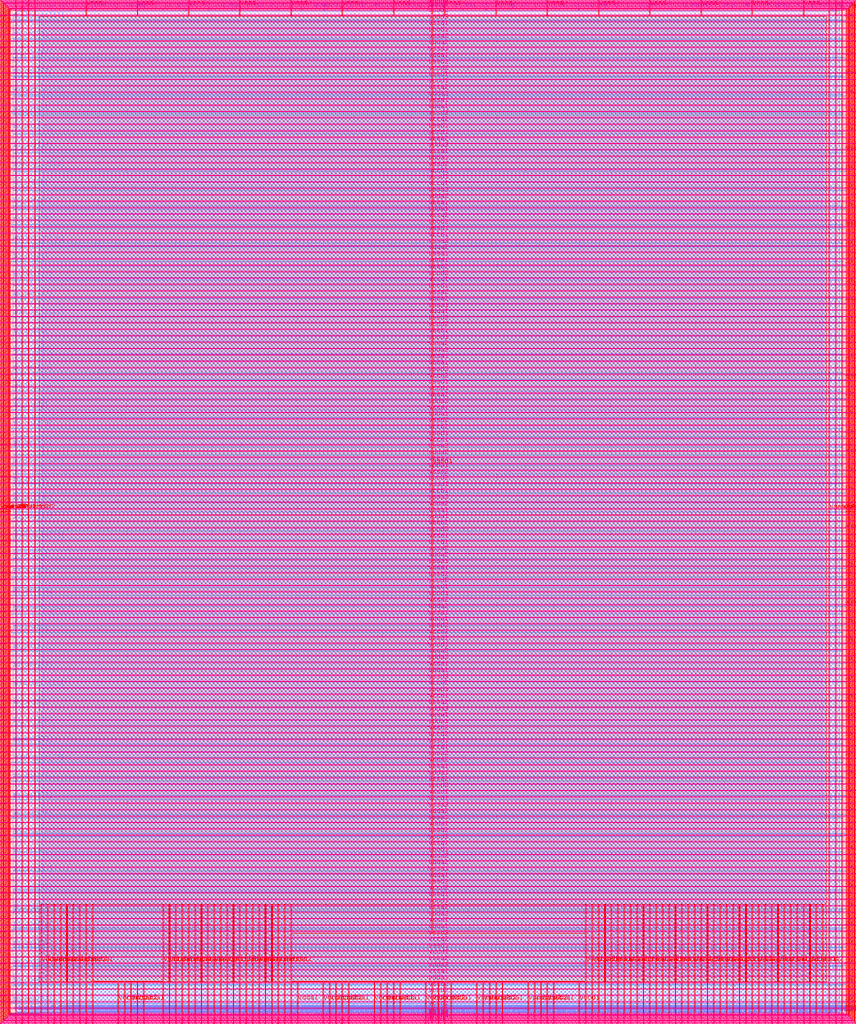
<source format=lef>
VERSION 5.7 ;
  NOWIREEXTENSIONATPIN ON ;
  DIVIDERCHAR "/" ;
  BUSBITCHARS "[]" ;
MACRO user_project_wrapper
  CLASS BLOCK ;
  FOREIGN user_project_wrapper ;
  ORIGIN 0.000 0.000 ;
  SIZE 2920.000 BY 3520.000 ;
  PIN analog_io[0]
    DIRECTION INOUT ;
    USE SIGNAL ;
    PORT
      LAYER met3 ;
        RECT 2917.600 1426.380 2924.800 1427.580 ;
    END
  END analog_io[0]
  PIN analog_io[10]
    DIRECTION INOUT ;
    USE SIGNAL ;
    PORT
      LAYER met2 ;
        RECT 2230.490 3517.600 2231.050 3524.800 ;
    END
  END analog_io[10]
  PIN analog_io[11]
    DIRECTION INOUT ;
    USE SIGNAL ;
    PORT
      LAYER met2 ;
        RECT 1905.730 3517.600 1906.290 3524.800 ;
    END
  END analog_io[11]
  PIN analog_io[12]
    DIRECTION INOUT ;
    USE SIGNAL ;
    PORT
      LAYER met2 ;
        RECT 1581.430 3517.600 1581.990 3524.800 ;
    END
  END analog_io[12]
  PIN analog_io[13]
    DIRECTION INOUT ;
    USE SIGNAL ;
    PORT
      LAYER met2 ;
        RECT 1257.130 3517.600 1257.690 3524.800 ;
    END
  END analog_io[13]
  PIN analog_io[14]
    DIRECTION INOUT ;
    USE SIGNAL ;
    PORT
      LAYER met2 ;
        RECT 932.370 3517.600 932.930 3524.800 ;
    END
  END analog_io[14]
  PIN analog_io[15]
    DIRECTION INOUT ;
    USE SIGNAL ;
    PORT
      LAYER met2 ;
        RECT 608.070 3517.600 608.630 3524.800 ;
    END
  END analog_io[15]
  PIN analog_io[16]
    DIRECTION INOUT ;
    USE SIGNAL ;
    PORT
      LAYER met2 ;
        RECT 283.770 3517.600 284.330 3524.800 ;
    END
  END analog_io[16]
  PIN analog_io[17]
    DIRECTION INOUT ;
    USE SIGNAL ;
    PORT
      LAYER met3 ;
        RECT -4.800 3486.100 2.400 3487.300 ;
    END
  END analog_io[17]
  PIN analog_io[18]
    DIRECTION INOUT ;
    USE SIGNAL ;
    PORT
      LAYER met3 ;
        RECT -4.800 3224.980 2.400 3226.180 ;
    END
  END analog_io[18]
  PIN analog_io[19]
    DIRECTION INOUT ;
    USE SIGNAL ;
    PORT
      LAYER met3 ;
        RECT -4.800 2964.540 2.400 2965.740 ;
    END
  END analog_io[19]
  PIN analog_io[1]
    DIRECTION INOUT ;
    USE SIGNAL ;
    PORT
      LAYER met3 ;
        RECT 2917.600 1692.260 2924.800 1693.460 ;
    END
  END analog_io[1]
  PIN analog_io[20]
    DIRECTION INOUT ;
    USE SIGNAL ;
    PORT
      LAYER met3 ;
        RECT -4.800 2703.420 2.400 2704.620 ;
    END
  END analog_io[20]
  PIN analog_io[21]
    DIRECTION INOUT ;
    USE SIGNAL ;
    PORT
      LAYER met3 ;
        RECT -4.800 2442.980 2.400 2444.180 ;
    END
  END analog_io[21]
  PIN analog_io[22]
    DIRECTION INOUT ;
    USE SIGNAL ;
    PORT
      LAYER met3 ;
        RECT -4.800 2182.540 2.400 2183.740 ;
    END
  END analog_io[22]
  PIN analog_io[23]
    DIRECTION INOUT ;
    USE SIGNAL ;
    PORT
      LAYER met3 ;
        RECT -4.800 1921.420 2.400 1922.620 ;
    END
  END analog_io[23]
  PIN analog_io[24]
    DIRECTION INOUT ;
    USE SIGNAL ;
    PORT
      LAYER met3 ;
        RECT -4.800 1660.980 2.400 1662.180 ;
    END
  END analog_io[24]
  PIN analog_io[25]
    DIRECTION INOUT ;
    USE SIGNAL ;
    PORT
      LAYER met3 ;
        RECT -4.800 1399.860 2.400 1401.060 ;
    END
  END analog_io[25]
  PIN analog_io[26]
    DIRECTION INOUT ;
    USE SIGNAL ;
    PORT
      LAYER met3 ;
        RECT -4.800 1139.420 2.400 1140.620 ;
    END
  END analog_io[26]
  PIN analog_io[27]
    DIRECTION INOUT ;
    USE SIGNAL ;
    PORT
      LAYER met3 ;
        RECT -4.800 878.980 2.400 880.180 ;
    END
  END analog_io[27]
  PIN analog_io[28]
    DIRECTION INOUT ;
    USE SIGNAL ;
    PORT
      LAYER met3 ;
        RECT -4.800 617.860 2.400 619.060 ;
    END
  END analog_io[28]
  PIN analog_io[2]
    DIRECTION INOUT ;
    USE SIGNAL ;
    PORT
      LAYER met3 ;
        RECT 2917.600 1958.140 2924.800 1959.340 ;
    END
  END analog_io[2]
  PIN analog_io[3]
    DIRECTION INOUT ;
    USE SIGNAL ;
    PORT
      LAYER met3 ;
        RECT 2917.600 2223.340 2924.800 2224.540 ;
    END
  END analog_io[3]
  PIN analog_io[4]
    DIRECTION INOUT ;
    USE SIGNAL ;
    PORT
      LAYER met3 ;
        RECT 2917.600 2489.220 2924.800 2490.420 ;
    END
  END analog_io[4]
  PIN analog_io[5]
    DIRECTION INOUT ;
    USE SIGNAL ;
    PORT
      LAYER met3 ;
        RECT 2917.600 2755.100 2924.800 2756.300 ;
    END
  END analog_io[5]
  PIN analog_io[6]
    DIRECTION INOUT ;
    USE SIGNAL ;
    PORT
      LAYER met3 ;
        RECT 2917.600 3020.300 2924.800 3021.500 ;
    END
  END analog_io[6]
  PIN analog_io[7]
    DIRECTION INOUT ;
    USE SIGNAL ;
    PORT
      LAYER met3 ;
        RECT 2917.600 3286.180 2924.800 3287.380 ;
    END
  END analog_io[7]
  PIN analog_io[8]
    DIRECTION INOUT ;
    USE SIGNAL ;
    PORT
      LAYER met2 ;
        RECT 2879.090 3517.600 2879.650 3524.800 ;
    END
  END analog_io[8]
  PIN analog_io[9]
    DIRECTION INOUT ;
    USE SIGNAL ;
    PORT
      LAYER met2 ;
        RECT 2554.790 3517.600 2555.350 3524.800 ;
    END
  END analog_io[9]
  PIN io_in[0]
    DIRECTION INPUT ;
    USE SIGNAL ;
    PORT
      LAYER met3 ;
        RECT 2917.600 32.380 2924.800 33.580 ;
    END
  END io_in[0]
  PIN io_in[10]
    DIRECTION INPUT ;
    USE SIGNAL ;
    PORT
      LAYER met3 ;
        RECT 2917.600 2289.980 2924.800 2291.180 ;
    END
  END io_in[10]
  PIN io_in[11]
    DIRECTION INPUT ;
    USE SIGNAL ;
    PORT
      LAYER met3 ;
        RECT 2917.600 2555.860 2924.800 2557.060 ;
    END
  END io_in[11]
  PIN io_in[12]
    DIRECTION INPUT ;
    USE SIGNAL ;
    PORT
      LAYER met3 ;
        RECT 2917.600 2821.060 2924.800 2822.260 ;
    END
  END io_in[12]
  PIN io_in[13]
    DIRECTION INPUT ;
    USE SIGNAL ;
    PORT
      LAYER met3 ;
        RECT 2917.600 3086.940 2924.800 3088.140 ;
    END
  END io_in[13]
  PIN io_in[14]
    DIRECTION INPUT ;
    USE SIGNAL ;
    PORT
      LAYER met3 ;
        RECT 2917.600 3352.820 2924.800 3354.020 ;
    END
  END io_in[14]
  PIN io_in[15]
    DIRECTION INPUT ;
    USE SIGNAL ;
    PORT
      LAYER met2 ;
        RECT 2798.130 3517.600 2798.690 3524.800 ;
    END
  END io_in[15]
  PIN io_in[16]
    DIRECTION INPUT ;
    USE SIGNAL ;
    PORT
      LAYER met2 ;
        RECT 2473.830 3517.600 2474.390 3524.800 ;
    END
  END io_in[16]
  PIN io_in[17]
    DIRECTION INPUT ;
    USE SIGNAL ;
    PORT
      LAYER met2 ;
        RECT 2149.070 3517.600 2149.630 3524.800 ;
    END
  END io_in[17]
  PIN io_in[18]
    DIRECTION INPUT ;
    USE SIGNAL ;
    PORT
      LAYER met2 ;
        RECT 1824.770 3517.600 1825.330 3524.800 ;
    END
  END io_in[18]
  PIN io_in[19]
    DIRECTION INPUT ;
    USE SIGNAL ;
    PORT
      LAYER met2 ;
        RECT 1500.470 3517.600 1501.030 3524.800 ;
    END
  END io_in[19]
  PIN io_in[1]
    DIRECTION INPUT ;
    USE SIGNAL ;
    PORT
      LAYER met3 ;
        RECT 2917.600 230.940 2924.800 232.140 ;
    END
  END io_in[1]
  PIN io_in[20]
    DIRECTION INPUT ;
    USE SIGNAL ;
    PORT
      LAYER met2 ;
        RECT 1175.710 3517.600 1176.270 3524.800 ;
    END
  END io_in[20]
  PIN io_in[21]
    DIRECTION INPUT ;
    USE SIGNAL ;
    PORT
      LAYER met2 ;
        RECT 851.410 3517.600 851.970 3524.800 ;
    END
  END io_in[21]
  PIN io_in[22]
    DIRECTION INPUT ;
    USE SIGNAL ;
    PORT
      LAYER met2 ;
        RECT 527.110 3517.600 527.670 3524.800 ;
    END
  END io_in[22]
  PIN io_in[23]
    DIRECTION INPUT ;
    USE SIGNAL ;
    PORT
      LAYER met2 ;
        RECT 202.350 3517.600 202.910 3524.800 ;
    END
  END io_in[23]
  PIN io_in[24]
    DIRECTION INPUT ;
    USE SIGNAL ;
    PORT
      LAYER met3 ;
        RECT -4.800 3420.820 2.400 3422.020 ;
    END
  END io_in[24]
  PIN io_in[25]
    DIRECTION INPUT ;
    USE SIGNAL ;
    PORT
      LAYER met3 ;
        RECT -4.800 3159.700 2.400 3160.900 ;
    END
  END io_in[25]
  PIN io_in[26]
    DIRECTION INPUT ;
    USE SIGNAL ;
    PORT
      LAYER met3 ;
        RECT -4.800 2899.260 2.400 2900.460 ;
    END
  END io_in[26]
  PIN io_in[27]
    DIRECTION INPUT ;
    USE SIGNAL ;
    PORT
      LAYER met3 ;
        RECT -4.800 2638.820 2.400 2640.020 ;
    END
  END io_in[27]
  PIN io_in[28]
    DIRECTION INPUT ;
    USE SIGNAL ;
    PORT
      LAYER met3 ;
        RECT -4.800 2377.700 2.400 2378.900 ;
    END
  END io_in[28]
  PIN io_in[29]
    DIRECTION INPUT ;
    USE SIGNAL ;
    PORT
      LAYER met3 ;
        RECT -4.800 2117.260 2.400 2118.460 ;
    END
  END io_in[29]
  PIN io_in[2]
    DIRECTION INPUT ;
    USE SIGNAL ;
    PORT
      LAYER met3 ;
        RECT 2917.600 430.180 2924.800 431.380 ;
    END
  END io_in[2]
  PIN io_in[30]
    DIRECTION INPUT ;
    USE SIGNAL ;
    PORT
      LAYER met3 ;
        RECT -4.800 1856.140 2.400 1857.340 ;
    END
  END io_in[30]
  PIN io_in[31]
    DIRECTION INPUT ;
    USE SIGNAL ;
    PORT
      LAYER met3 ;
        RECT -4.800 1595.700 2.400 1596.900 ;
    END
  END io_in[31]
  PIN io_in[32]
    DIRECTION INPUT ;
    USE SIGNAL ;
    PORT
      LAYER met3 ;
        RECT -4.800 1335.260 2.400 1336.460 ;
    END
  END io_in[32]
  PIN io_in[33]
    DIRECTION INPUT ;
    USE SIGNAL ;
    PORT
      LAYER met3 ;
        RECT -4.800 1074.140 2.400 1075.340 ;
    END
  END io_in[33]
  PIN io_in[34]
    DIRECTION INPUT ;
    USE SIGNAL ;
    PORT
      LAYER met3 ;
        RECT -4.800 813.700 2.400 814.900 ;
    END
  END io_in[34]
  PIN io_in[35]
    DIRECTION INPUT ;
    USE SIGNAL ;
    PORT
      LAYER met3 ;
        RECT -4.800 552.580 2.400 553.780 ;
    END
  END io_in[35]
  PIN io_in[36]
    DIRECTION INPUT ;
    USE SIGNAL ;
    PORT
      LAYER met3 ;
        RECT -4.800 357.420 2.400 358.620 ;
    END
  END io_in[36]
  PIN io_in[37]
    DIRECTION INPUT ;
    USE SIGNAL ;
    PORT
      LAYER met3 ;
        RECT -4.800 161.580 2.400 162.780 ;
    END
  END io_in[37]
  PIN io_in[3]
    DIRECTION INPUT ;
    USE SIGNAL ;
    PORT
      LAYER met3 ;
        RECT 2917.600 629.420 2924.800 630.620 ;
    END
  END io_in[3]
  PIN io_in[4]
    DIRECTION INPUT ;
    USE SIGNAL ;
    PORT
      LAYER met3 ;
        RECT 2917.600 828.660 2924.800 829.860 ;
    END
  END io_in[4]
  PIN io_in[5]
    DIRECTION INPUT ;
    USE SIGNAL ;
    PORT
      LAYER met3 ;
        RECT 2917.600 1027.900 2924.800 1029.100 ;
    END
  END io_in[5]
  PIN io_in[6]
    DIRECTION INPUT ;
    USE SIGNAL ;
    PORT
      LAYER met3 ;
        RECT 2917.600 1227.140 2924.800 1228.340 ;
    END
  END io_in[6]
  PIN io_in[7]
    DIRECTION INPUT ;
    USE SIGNAL ;
    PORT
      LAYER met3 ;
        RECT 2917.600 1493.020 2924.800 1494.220 ;
    END
  END io_in[7]
  PIN io_in[8]
    DIRECTION INPUT ;
    USE SIGNAL ;
    PORT
      LAYER met3 ;
        RECT 2917.600 1758.900 2924.800 1760.100 ;
    END
  END io_in[8]
  PIN io_in[9]
    DIRECTION INPUT ;
    USE SIGNAL ;
    PORT
      LAYER met3 ;
        RECT 2917.600 2024.100 2924.800 2025.300 ;
    END
  END io_in[9]
  PIN io_oeb[0]
    DIRECTION OUTPUT TRISTATE ;
    USE SIGNAL ;
    PORT
      LAYER met3 ;
        RECT 2917.600 164.980 2924.800 166.180 ;
    END
  END io_oeb[0]
  PIN io_oeb[10]
    DIRECTION OUTPUT TRISTATE ;
    USE SIGNAL ;
    PORT
      LAYER met3 ;
        RECT 2917.600 2422.580 2924.800 2423.780 ;
    END
  END io_oeb[10]
  PIN io_oeb[11]
    DIRECTION OUTPUT TRISTATE ;
    USE SIGNAL ;
    PORT
      LAYER met3 ;
        RECT 2917.600 2688.460 2924.800 2689.660 ;
    END
  END io_oeb[11]
  PIN io_oeb[12]
    DIRECTION OUTPUT TRISTATE ;
    USE SIGNAL ;
    PORT
      LAYER met3 ;
        RECT 2917.600 2954.340 2924.800 2955.540 ;
    END
  END io_oeb[12]
  PIN io_oeb[13]
    DIRECTION OUTPUT TRISTATE ;
    USE SIGNAL ;
    PORT
      LAYER met3 ;
        RECT 2917.600 3219.540 2924.800 3220.740 ;
    END
  END io_oeb[13]
  PIN io_oeb[14]
    DIRECTION OUTPUT TRISTATE ;
    USE SIGNAL ;
    PORT
      LAYER met3 ;
        RECT 2917.600 3485.420 2924.800 3486.620 ;
    END
  END io_oeb[14]
  PIN io_oeb[15]
    DIRECTION OUTPUT TRISTATE ;
    USE SIGNAL ;
    PORT
      LAYER met2 ;
        RECT 2635.750 3517.600 2636.310 3524.800 ;
    END
  END io_oeb[15]
  PIN io_oeb[16]
    DIRECTION OUTPUT TRISTATE ;
    USE SIGNAL ;
    PORT
      LAYER met2 ;
        RECT 2311.450 3517.600 2312.010 3524.800 ;
    END
  END io_oeb[16]
  PIN io_oeb[17]
    DIRECTION OUTPUT TRISTATE ;
    USE SIGNAL ;
    PORT
      LAYER met2 ;
        RECT 1987.150 3517.600 1987.710 3524.800 ;
    END
  END io_oeb[17]
  PIN io_oeb[18]
    DIRECTION OUTPUT TRISTATE ;
    USE SIGNAL ;
    PORT
      LAYER met2 ;
        RECT 1662.390 3517.600 1662.950 3524.800 ;
    END
  END io_oeb[18]
  PIN io_oeb[19]
    DIRECTION OUTPUT TRISTATE ;
    USE SIGNAL ;
    PORT
      LAYER met2 ;
        RECT 1338.090 3517.600 1338.650 3524.800 ;
    END
  END io_oeb[19]
  PIN io_oeb[1]
    DIRECTION OUTPUT TRISTATE ;
    USE SIGNAL ;
    PORT
      LAYER met3 ;
        RECT 2917.600 364.220 2924.800 365.420 ;
    END
  END io_oeb[1]
  PIN io_oeb[20]
    DIRECTION OUTPUT TRISTATE ;
    USE SIGNAL ;
    PORT
      LAYER met2 ;
        RECT 1013.790 3517.600 1014.350 3524.800 ;
    END
  END io_oeb[20]
  PIN io_oeb[21]
    DIRECTION OUTPUT TRISTATE ;
    USE SIGNAL ;
    PORT
      LAYER met2 ;
        RECT 689.030 3517.600 689.590 3524.800 ;
    END
  END io_oeb[21]
  PIN io_oeb[22]
    DIRECTION OUTPUT TRISTATE ;
    USE SIGNAL ;
    PORT
      LAYER met2 ;
        RECT 364.730 3517.600 365.290 3524.800 ;
    END
  END io_oeb[22]
  PIN io_oeb[23]
    DIRECTION OUTPUT TRISTATE ;
    USE SIGNAL ;
    PORT
      LAYER met2 ;
        RECT 40.430 3517.600 40.990 3524.800 ;
    END
  END io_oeb[23]
  PIN io_oeb[24]
    DIRECTION OUTPUT TRISTATE ;
    USE SIGNAL ;
    PORT
      LAYER met3 ;
        RECT -4.800 3290.260 2.400 3291.460 ;
    END
  END io_oeb[24]
  PIN io_oeb[25]
    DIRECTION OUTPUT TRISTATE ;
    USE SIGNAL ;
    PORT
      LAYER met3 ;
        RECT -4.800 3029.820 2.400 3031.020 ;
    END
  END io_oeb[25]
  PIN io_oeb[26]
    DIRECTION OUTPUT TRISTATE ;
    USE SIGNAL ;
    PORT
      LAYER met3 ;
        RECT -4.800 2768.700 2.400 2769.900 ;
    END
  END io_oeb[26]
  PIN io_oeb[27]
    DIRECTION OUTPUT TRISTATE ;
    USE SIGNAL ;
    PORT
      LAYER met3 ;
        RECT -4.800 2508.260 2.400 2509.460 ;
    END
  END io_oeb[27]
  PIN io_oeb[28]
    DIRECTION OUTPUT TRISTATE ;
    USE SIGNAL ;
    PORT
      LAYER met3 ;
        RECT -4.800 2247.140 2.400 2248.340 ;
    END
  END io_oeb[28]
  PIN io_oeb[29]
    DIRECTION OUTPUT TRISTATE ;
    USE SIGNAL ;
    PORT
      LAYER met3 ;
        RECT -4.800 1986.700 2.400 1987.900 ;
    END
  END io_oeb[29]
  PIN io_oeb[2]
    DIRECTION OUTPUT TRISTATE ;
    USE SIGNAL ;
    PORT
      LAYER met3 ;
        RECT 2917.600 563.460 2924.800 564.660 ;
    END
  END io_oeb[2]
  PIN io_oeb[30]
    DIRECTION OUTPUT TRISTATE ;
    USE SIGNAL ;
    PORT
      LAYER met3 ;
        RECT -4.800 1726.260 2.400 1727.460 ;
    END
  END io_oeb[30]
  PIN io_oeb[31]
    DIRECTION OUTPUT TRISTATE ;
    USE SIGNAL ;
    PORT
      LAYER met3 ;
        RECT -4.800 1465.140 2.400 1466.340 ;
    END
  END io_oeb[31]
  PIN io_oeb[32]
    DIRECTION OUTPUT TRISTATE ;
    USE SIGNAL ;
    PORT
      LAYER met3 ;
        RECT -4.800 1204.700 2.400 1205.900 ;
    END
  END io_oeb[32]
  PIN io_oeb[33]
    DIRECTION OUTPUT TRISTATE ;
    USE SIGNAL ;
    PORT
      LAYER met3 ;
        RECT -4.800 943.580 2.400 944.780 ;
    END
  END io_oeb[33]
  PIN io_oeb[34]
    DIRECTION OUTPUT TRISTATE ;
    USE SIGNAL ;
    PORT
      LAYER met3 ;
        RECT -4.800 683.140 2.400 684.340 ;
    END
  END io_oeb[34]
  PIN io_oeb[35]
    DIRECTION OUTPUT TRISTATE ;
    USE SIGNAL ;
    PORT
      LAYER met3 ;
        RECT -4.800 422.700 2.400 423.900 ;
    END
  END io_oeb[35]
  PIN io_oeb[36]
    DIRECTION OUTPUT TRISTATE ;
    USE SIGNAL ;
    PORT
      LAYER met3 ;
        RECT -4.800 226.860 2.400 228.060 ;
    END
  END io_oeb[36]
  PIN io_oeb[37]
    DIRECTION OUTPUT TRISTATE ;
    USE SIGNAL ;
    PORT
      LAYER met3 ;
        RECT -4.800 31.700 2.400 32.900 ;
    END
  END io_oeb[37]
  PIN io_oeb[3]
    DIRECTION OUTPUT TRISTATE ;
    USE SIGNAL ;
    PORT
      LAYER met3 ;
        RECT 2917.600 762.700 2924.800 763.900 ;
    END
  END io_oeb[3]
  PIN io_oeb[4]
    DIRECTION OUTPUT TRISTATE ;
    USE SIGNAL ;
    PORT
      LAYER met3 ;
        RECT 2917.600 961.940 2924.800 963.140 ;
    END
  END io_oeb[4]
  PIN io_oeb[5]
    DIRECTION OUTPUT TRISTATE ;
    USE SIGNAL ;
    PORT
      LAYER met3 ;
        RECT 2917.600 1161.180 2924.800 1162.380 ;
    END
  END io_oeb[5]
  PIN io_oeb[6]
    DIRECTION OUTPUT TRISTATE ;
    USE SIGNAL ;
    PORT
      LAYER met3 ;
        RECT 2917.600 1360.420 2924.800 1361.620 ;
    END
  END io_oeb[6]
  PIN io_oeb[7]
    DIRECTION OUTPUT TRISTATE ;
    USE SIGNAL ;
    PORT
      LAYER met3 ;
        RECT 2917.600 1625.620 2924.800 1626.820 ;
    END
  END io_oeb[7]
  PIN io_oeb[8]
    DIRECTION OUTPUT TRISTATE ;
    USE SIGNAL ;
    PORT
      LAYER met3 ;
        RECT 2917.600 1891.500 2924.800 1892.700 ;
    END
  END io_oeb[8]
  PIN io_oeb[9]
    DIRECTION OUTPUT TRISTATE ;
    USE SIGNAL ;
    PORT
      LAYER met3 ;
        RECT 2917.600 2157.380 2924.800 2158.580 ;
    END
  END io_oeb[9]
  PIN io_out[0]
    DIRECTION OUTPUT TRISTATE ;
    USE SIGNAL ;
    PORT
      LAYER met3 ;
        RECT 2917.600 98.340 2924.800 99.540 ;
    END
  END io_out[0]
  PIN io_out[10]
    DIRECTION OUTPUT TRISTATE ;
    USE SIGNAL ;
    PORT
      LAYER met3 ;
        RECT 2917.600 2356.620 2924.800 2357.820 ;
    END
  END io_out[10]
  PIN io_out[11]
    DIRECTION OUTPUT TRISTATE ;
    USE SIGNAL ;
    PORT
      LAYER met3 ;
        RECT 2917.600 2621.820 2924.800 2623.020 ;
    END
  END io_out[11]
  PIN io_out[12]
    DIRECTION OUTPUT TRISTATE ;
    USE SIGNAL ;
    PORT
      LAYER met3 ;
        RECT 2917.600 2887.700 2924.800 2888.900 ;
    END
  END io_out[12]
  PIN io_out[13]
    DIRECTION OUTPUT TRISTATE ;
    USE SIGNAL ;
    PORT
      LAYER met3 ;
        RECT 2917.600 3153.580 2924.800 3154.780 ;
    END
  END io_out[13]
  PIN io_out[14]
    DIRECTION OUTPUT TRISTATE ;
    USE SIGNAL ;
    PORT
      LAYER met3 ;
        RECT 2917.600 3418.780 2924.800 3419.980 ;
    END
  END io_out[14]
  PIN io_out[15]
    DIRECTION OUTPUT TRISTATE ;
    USE SIGNAL ;
    PORT
      LAYER met2 ;
        RECT 2717.170 3517.600 2717.730 3524.800 ;
    END
  END io_out[15]
  PIN io_out[16]
    DIRECTION OUTPUT TRISTATE ;
    USE SIGNAL ;
    PORT
      LAYER met2 ;
        RECT 2392.410 3517.600 2392.970 3524.800 ;
    END
  END io_out[16]
  PIN io_out[17]
    DIRECTION OUTPUT TRISTATE ;
    USE SIGNAL ;
    PORT
      LAYER met2 ;
        RECT 2068.110 3517.600 2068.670 3524.800 ;
    END
  END io_out[17]
  PIN io_out[18]
    DIRECTION OUTPUT TRISTATE ;
    USE SIGNAL ;
    PORT
      LAYER met2 ;
        RECT 1743.810 3517.600 1744.370 3524.800 ;
    END
  END io_out[18]
  PIN io_out[19]
    DIRECTION OUTPUT TRISTATE ;
    USE SIGNAL ;
    PORT
      LAYER met2 ;
        RECT 1419.050 3517.600 1419.610 3524.800 ;
    END
  END io_out[19]
  PIN io_out[1]
    DIRECTION OUTPUT TRISTATE ;
    USE SIGNAL ;
    PORT
      LAYER met3 ;
        RECT 2917.600 297.580 2924.800 298.780 ;
    END
  END io_out[1]
  PIN io_out[20]
    DIRECTION OUTPUT TRISTATE ;
    USE SIGNAL ;
    PORT
      LAYER met2 ;
        RECT 1094.750 3517.600 1095.310 3524.800 ;
    END
  END io_out[20]
  PIN io_out[21]
    DIRECTION OUTPUT TRISTATE ;
    USE SIGNAL ;
    PORT
      LAYER met2 ;
        RECT 770.450 3517.600 771.010 3524.800 ;
    END
  END io_out[21]
  PIN io_out[22]
    DIRECTION OUTPUT TRISTATE ;
    USE SIGNAL ;
    PORT
      LAYER met2 ;
        RECT 445.690 3517.600 446.250 3524.800 ;
    END
  END io_out[22]
  PIN io_out[23]
    DIRECTION OUTPUT TRISTATE ;
    USE SIGNAL ;
    PORT
      LAYER met2 ;
        RECT 121.390 3517.600 121.950 3524.800 ;
    END
  END io_out[23]
  PIN io_out[24]
    DIRECTION OUTPUT TRISTATE ;
    USE SIGNAL ;
    PORT
      LAYER met3 ;
        RECT -4.800 3355.540 2.400 3356.740 ;
    END
  END io_out[24]
  PIN io_out[25]
    DIRECTION OUTPUT TRISTATE ;
    USE SIGNAL ;
    PORT
      LAYER met3 ;
        RECT -4.800 3095.100 2.400 3096.300 ;
    END
  END io_out[25]
  PIN io_out[26]
    DIRECTION OUTPUT TRISTATE ;
    USE SIGNAL ;
    PORT
      LAYER met3 ;
        RECT -4.800 2833.980 2.400 2835.180 ;
    END
  END io_out[26]
  PIN io_out[27]
    DIRECTION OUTPUT TRISTATE ;
    USE SIGNAL ;
    PORT
      LAYER met3 ;
        RECT -4.800 2573.540 2.400 2574.740 ;
    END
  END io_out[27]
  PIN io_out[28]
    DIRECTION OUTPUT TRISTATE ;
    USE SIGNAL ;
    PORT
      LAYER met3 ;
        RECT -4.800 2312.420 2.400 2313.620 ;
    END
  END io_out[28]
  PIN io_out[29]
    DIRECTION OUTPUT TRISTATE ;
    USE SIGNAL ;
    PORT
      LAYER met3 ;
        RECT -4.800 2051.980 2.400 2053.180 ;
    END
  END io_out[29]
  PIN io_out[2]
    DIRECTION OUTPUT TRISTATE ;
    USE SIGNAL ;
    PORT
      LAYER met3 ;
        RECT 2917.600 496.820 2924.800 498.020 ;
    END
  END io_out[2]
  PIN io_out[30]
    DIRECTION OUTPUT TRISTATE ;
    USE SIGNAL ;
    PORT
      LAYER met3 ;
        RECT -4.800 1791.540 2.400 1792.740 ;
    END
  END io_out[30]
  PIN io_out[31]
    DIRECTION OUTPUT TRISTATE ;
    USE SIGNAL ;
    PORT
      LAYER met3 ;
        RECT -4.800 1530.420 2.400 1531.620 ;
    END
  END io_out[31]
  PIN io_out[32]
    DIRECTION OUTPUT TRISTATE ;
    USE SIGNAL ;
    PORT
      LAYER met3 ;
        RECT -4.800 1269.980 2.400 1271.180 ;
    END
  END io_out[32]
  PIN io_out[33]
    DIRECTION OUTPUT TRISTATE ;
    USE SIGNAL ;
    PORT
      LAYER met3 ;
        RECT -4.800 1008.860 2.400 1010.060 ;
    END
  END io_out[33]
  PIN io_out[34]
    DIRECTION OUTPUT TRISTATE ;
    USE SIGNAL ;
    PORT
      LAYER met3 ;
        RECT -4.800 748.420 2.400 749.620 ;
    END
  END io_out[34]
  PIN io_out[35]
    DIRECTION OUTPUT TRISTATE ;
    USE SIGNAL ;
    PORT
      LAYER met3 ;
        RECT -4.800 487.300 2.400 488.500 ;
    END
  END io_out[35]
  PIN io_out[36]
    DIRECTION OUTPUT TRISTATE ;
    USE SIGNAL ;
    PORT
      LAYER met3 ;
        RECT -4.800 292.140 2.400 293.340 ;
    END
  END io_out[36]
  PIN io_out[37]
    DIRECTION OUTPUT TRISTATE ;
    USE SIGNAL ;
    PORT
      LAYER met3 ;
        RECT -4.800 96.300 2.400 97.500 ;
    END
  END io_out[37]
  PIN io_out[3]
    DIRECTION OUTPUT TRISTATE ;
    USE SIGNAL ;
    PORT
      LAYER met3 ;
        RECT 2917.600 696.060 2924.800 697.260 ;
    END
  END io_out[3]
  PIN io_out[4]
    DIRECTION OUTPUT TRISTATE ;
    USE SIGNAL ;
    PORT
      LAYER met3 ;
        RECT 2917.600 895.300 2924.800 896.500 ;
    END
  END io_out[4]
  PIN io_out[5]
    DIRECTION OUTPUT TRISTATE ;
    USE SIGNAL ;
    PORT
      LAYER met3 ;
        RECT 2917.600 1094.540 2924.800 1095.740 ;
    END
  END io_out[5]
  PIN io_out[6]
    DIRECTION OUTPUT TRISTATE ;
    USE SIGNAL ;
    PORT
      LAYER met3 ;
        RECT 2917.600 1293.780 2924.800 1294.980 ;
    END
  END io_out[6]
  PIN io_out[7]
    DIRECTION OUTPUT TRISTATE ;
    USE SIGNAL ;
    PORT
      LAYER met3 ;
        RECT 2917.600 1559.660 2924.800 1560.860 ;
    END
  END io_out[7]
  PIN io_out[8]
    DIRECTION OUTPUT TRISTATE ;
    USE SIGNAL ;
    PORT
      LAYER met3 ;
        RECT 2917.600 1824.860 2924.800 1826.060 ;
    END
  END io_out[8]
  PIN io_out[9]
    DIRECTION OUTPUT TRISTATE ;
    USE SIGNAL ;
    PORT
      LAYER met3 ;
        RECT 2917.600 2090.740 2924.800 2091.940 ;
    END
  END io_out[9]
  PIN la_data_in[0]
    DIRECTION INPUT ;
    USE SIGNAL ;
    PORT
      LAYER met2 ;
        RECT 629.230 -4.800 629.790 2.400 ;
    END
  END la_data_in[0]
  PIN la_data_in[100]
    DIRECTION INPUT ;
    USE SIGNAL ;
    PORT
      LAYER met2 ;
        RECT 2402.530 -4.800 2403.090 2.400 ;
    END
  END la_data_in[100]
  PIN la_data_in[101]
    DIRECTION INPUT ;
    USE SIGNAL ;
    PORT
      LAYER met2 ;
        RECT 2420.010 -4.800 2420.570 2.400 ;
    END
  END la_data_in[101]
  PIN la_data_in[102]
    DIRECTION INPUT ;
    USE SIGNAL ;
    PORT
      LAYER met2 ;
        RECT 2437.950 -4.800 2438.510 2.400 ;
    END
  END la_data_in[102]
  PIN la_data_in[103]
    DIRECTION INPUT ;
    USE SIGNAL ;
    PORT
      LAYER met2 ;
        RECT 2455.430 -4.800 2455.990 2.400 ;
    END
  END la_data_in[103]
  PIN la_data_in[104]
    DIRECTION INPUT ;
    USE SIGNAL ;
    PORT
      LAYER met2 ;
        RECT 2473.370 -4.800 2473.930 2.400 ;
    END
  END la_data_in[104]
  PIN la_data_in[105]
    DIRECTION INPUT ;
    USE SIGNAL ;
    PORT
      LAYER met2 ;
        RECT 2490.850 -4.800 2491.410 2.400 ;
    END
  END la_data_in[105]
  PIN la_data_in[106]
    DIRECTION INPUT ;
    USE SIGNAL ;
    PORT
      LAYER met2 ;
        RECT 2508.790 -4.800 2509.350 2.400 ;
    END
  END la_data_in[106]
  PIN la_data_in[107]
    DIRECTION INPUT ;
    USE SIGNAL ;
    PORT
      LAYER met2 ;
        RECT 2526.730 -4.800 2527.290 2.400 ;
    END
  END la_data_in[107]
  PIN la_data_in[108]
    DIRECTION INPUT ;
    USE SIGNAL ;
    PORT
      LAYER met2 ;
        RECT 2544.210 -4.800 2544.770 2.400 ;
    END
  END la_data_in[108]
  PIN la_data_in[109]
    DIRECTION INPUT ;
    USE SIGNAL ;
    PORT
      LAYER met2 ;
        RECT 2562.150 -4.800 2562.710 2.400 ;
    END
  END la_data_in[109]
  PIN la_data_in[10]
    DIRECTION INPUT ;
    USE SIGNAL ;
    PORT
      LAYER met2 ;
        RECT 806.330 -4.800 806.890 2.400 ;
    END
  END la_data_in[10]
  PIN la_data_in[110]
    DIRECTION INPUT ;
    USE SIGNAL ;
    PORT
      LAYER met2 ;
        RECT 2579.630 -4.800 2580.190 2.400 ;
    END
  END la_data_in[110]
  PIN la_data_in[111]
    DIRECTION INPUT ;
    USE SIGNAL ;
    PORT
      LAYER met2 ;
        RECT 2597.570 -4.800 2598.130 2.400 ;
    END
  END la_data_in[111]
  PIN la_data_in[112]
    DIRECTION INPUT ;
    USE SIGNAL ;
    PORT
      LAYER met2 ;
        RECT 2615.050 -4.800 2615.610 2.400 ;
    END
  END la_data_in[112]
  PIN la_data_in[113]
    DIRECTION INPUT ;
    USE SIGNAL ;
    PORT
      LAYER met2 ;
        RECT 2632.990 -4.800 2633.550 2.400 ;
    END
  END la_data_in[113]
  PIN la_data_in[114]
    DIRECTION INPUT ;
    USE SIGNAL ;
    PORT
      LAYER met2 ;
        RECT 2650.470 -4.800 2651.030 2.400 ;
    END
  END la_data_in[114]
  PIN la_data_in[115]
    DIRECTION INPUT ;
    USE SIGNAL ;
    PORT
      LAYER met2 ;
        RECT 2668.410 -4.800 2668.970 2.400 ;
    END
  END la_data_in[115]
  PIN la_data_in[116]
    DIRECTION INPUT ;
    USE SIGNAL ;
    PORT
      LAYER met2 ;
        RECT 2685.890 -4.800 2686.450 2.400 ;
    END
  END la_data_in[116]
  PIN la_data_in[117]
    DIRECTION INPUT ;
    USE SIGNAL ;
    PORT
      LAYER met2 ;
        RECT 2703.830 -4.800 2704.390 2.400 ;
    END
  END la_data_in[117]
  PIN la_data_in[118]
    DIRECTION INPUT ;
    USE SIGNAL ;
    PORT
      LAYER met2 ;
        RECT 2721.770 -4.800 2722.330 2.400 ;
    END
  END la_data_in[118]
  PIN la_data_in[119]
    DIRECTION INPUT ;
    USE SIGNAL ;
    PORT
      LAYER met2 ;
        RECT 2739.250 -4.800 2739.810 2.400 ;
    END
  END la_data_in[119]
  PIN la_data_in[11]
    DIRECTION INPUT ;
    USE SIGNAL ;
    PORT
      LAYER met2 ;
        RECT 824.270 -4.800 824.830 2.400 ;
    END
  END la_data_in[11]
  PIN la_data_in[120]
    DIRECTION INPUT ;
    USE SIGNAL ;
    PORT
      LAYER met2 ;
        RECT 2757.190 -4.800 2757.750 2.400 ;
    END
  END la_data_in[120]
  PIN la_data_in[121]
    DIRECTION INPUT ;
    USE SIGNAL ;
    PORT
      LAYER met2 ;
        RECT 2774.670 -4.800 2775.230 2.400 ;
    END
  END la_data_in[121]
  PIN la_data_in[122]
    DIRECTION INPUT ;
    USE SIGNAL ;
    PORT
      LAYER met2 ;
        RECT 2792.610 -4.800 2793.170 2.400 ;
    END
  END la_data_in[122]
  PIN la_data_in[123]
    DIRECTION INPUT ;
    USE SIGNAL ;
    PORT
      LAYER met2 ;
        RECT 2810.090 -4.800 2810.650 2.400 ;
    END
  END la_data_in[123]
  PIN la_data_in[124]
    DIRECTION INPUT ;
    USE SIGNAL ;
    PORT
      LAYER met2 ;
        RECT 2828.030 -4.800 2828.590 2.400 ;
    END
  END la_data_in[124]
  PIN la_data_in[125]
    DIRECTION INPUT ;
    USE SIGNAL ;
    PORT
      LAYER met2 ;
        RECT 2845.510 -4.800 2846.070 2.400 ;
    END
  END la_data_in[125]
  PIN la_data_in[126]
    DIRECTION INPUT ;
    USE SIGNAL ;
    PORT
      LAYER met2 ;
        RECT 2863.450 -4.800 2864.010 2.400 ;
    END
  END la_data_in[126]
  PIN la_data_in[127]
    DIRECTION INPUT ;
    USE SIGNAL ;
    PORT
      LAYER met2 ;
        RECT 2881.390 -4.800 2881.950 2.400 ;
    END
  END la_data_in[127]
  PIN la_data_in[12]
    DIRECTION INPUT ;
    USE SIGNAL ;
    PORT
      LAYER met2 ;
        RECT 841.750 -4.800 842.310 2.400 ;
    END
  END la_data_in[12]
  PIN la_data_in[13]
    DIRECTION INPUT ;
    USE SIGNAL ;
    PORT
      LAYER met2 ;
        RECT 859.690 -4.800 860.250 2.400 ;
    END
  END la_data_in[13]
  PIN la_data_in[14]
    DIRECTION INPUT ;
    USE SIGNAL ;
    PORT
      LAYER met2 ;
        RECT 877.170 -4.800 877.730 2.400 ;
    END
  END la_data_in[14]
  PIN la_data_in[15]
    DIRECTION INPUT ;
    USE SIGNAL ;
    PORT
      LAYER met2 ;
        RECT 895.110 -4.800 895.670 2.400 ;
    END
  END la_data_in[15]
  PIN la_data_in[16]
    DIRECTION INPUT ;
    USE SIGNAL ;
    PORT
      LAYER met2 ;
        RECT 912.590 -4.800 913.150 2.400 ;
    END
  END la_data_in[16]
  PIN la_data_in[17]
    DIRECTION INPUT ;
    USE SIGNAL ;
    PORT
      LAYER met2 ;
        RECT 930.530 -4.800 931.090 2.400 ;
    END
  END la_data_in[17]
  PIN la_data_in[18]
    DIRECTION INPUT ;
    USE SIGNAL ;
    PORT
      LAYER met2 ;
        RECT 948.470 -4.800 949.030 2.400 ;
    END
  END la_data_in[18]
  PIN la_data_in[19]
    DIRECTION INPUT ;
    USE SIGNAL ;
    PORT
      LAYER met2 ;
        RECT 965.950 -4.800 966.510 2.400 ;
    END
  END la_data_in[19]
  PIN la_data_in[1]
    DIRECTION INPUT ;
    USE SIGNAL ;
    PORT
      LAYER met2 ;
        RECT 646.710 -4.800 647.270 2.400 ;
    END
  END la_data_in[1]
  PIN la_data_in[20]
    DIRECTION INPUT ;
    USE SIGNAL ;
    PORT
      LAYER met2 ;
        RECT 983.890 -4.800 984.450 2.400 ;
    END
  END la_data_in[20]
  PIN la_data_in[21]
    DIRECTION INPUT ;
    USE SIGNAL ;
    PORT
      LAYER met2 ;
        RECT 1001.370 -4.800 1001.930 2.400 ;
    END
  END la_data_in[21]
  PIN la_data_in[22]
    DIRECTION INPUT ;
    USE SIGNAL ;
    PORT
      LAYER met2 ;
        RECT 1019.310 -4.800 1019.870 2.400 ;
    END
  END la_data_in[22]
  PIN la_data_in[23]
    DIRECTION INPUT ;
    USE SIGNAL ;
    PORT
      LAYER met2 ;
        RECT 1036.790 -4.800 1037.350 2.400 ;
    END
  END la_data_in[23]
  PIN la_data_in[24]
    DIRECTION INPUT ;
    USE SIGNAL ;
    PORT
      LAYER met2 ;
        RECT 1054.730 -4.800 1055.290 2.400 ;
    END
  END la_data_in[24]
  PIN la_data_in[25]
    DIRECTION INPUT ;
    USE SIGNAL ;
    PORT
      LAYER met2 ;
        RECT 1072.210 -4.800 1072.770 2.400 ;
    END
  END la_data_in[25]
  PIN la_data_in[26]
    DIRECTION INPUT ;
    USE SIGNAL ;
    PORT
      LAYER met2 ;
        RECT 1090.150 -4.800 1090.710 2.400 ;
    END
  END la_data_in[26]
  PIN la_data_in[27]
    DIRECTION INPUT ;
    USE SIGNAL ;
    PORT
      LAYER met2 ;
        RECT 1107.630 -4.800 1108.190 2.400 ;
    END
  END la_data_in[27]
  PIN la_data_in[28]
    DIRECTION INPUT ;
    USE SIGNAL ;
    PORT
      LAYER met2 ;
        RECT 1125.570 -4.800 1126.130 2.400 ;
    END
  END la_data_in[28]
  PIN la_data_in[29]
    DIRECTION INPUT ;
    USE SIGNAL ;
    PORT
      LAYER met2 ;
        RECT 1143.510 -4.800 1144.070 2.400 ;
    END
  END la_data_in[29]
  PIN la_data_in[2]
    DIRECTION INPUT ;
    USE SIGNAL ;
    PORT
      LAYER met2 ;
        RECT 664.650 -4.800 665.210 2.400 ;
    END
  END la_data_in[2]
  PIN la_data_in[30]
    DIRECTION INPUT ;
    USE SIGNAL ;
    PORT
      LAYER met2 ;
        RECT 1160.990 -4.800 1161.550 2.400 ;
    END
  END la_data_in[30]
  PIN la_data_in[31]
    DIRECTION INPUT ;
    USE SIGNAL ;
    PORT
      LAYER met2 ;
        RECT 1178.930 -4.800 1179.490 2.400 ;
    END
  END la_data_in[31]
  PIN la_data_in[32]
    DIRECTION INPUT ;
    USE SIGNAL ;
    PORT
      LAYER met2 ;
        RECT 1196.410 -4.800 1196.970 2.400 ;
    END
  END la_data_in[32]
  PIN la_data_in[33]
    DIRECTION INPUT ;
    USE SIGNAL ;
    PORT
      LAYER met2 ;
        RECT 1214.350 -4.800 1214.910 2.400 ;
    END
  END la_data_in[33]
  PIN la_data_in[34]
    DIRECTION INPUT ;
    USE SIGNAL ;
    PORT
      LAYER met2 ;
        RECT 1231.830 -4.800 1232.390 2.400 ;
    END
  END la_data_in[34]
  PIN la_data_in[35]
    DIRECTION INPUT ;
    USE SIGNAL ;
    PORT
      LAYER met2 ;
        RECT 1249.770 -4.800 1250.330 2.400 ;
    END
  END la_data_in[35]
  PIN la_data_in[36]
    DIRECTION INPUT ;
    USE SIGNAL ;
    PORT
      LAYER met2 ;
        RECT 1267.250 -4.800 1267.810 2.400 ;
    END
  END la_data_in[36]
  PIN la_data_in[37]
    DIRECTION INPUT ;
    USE SIGNAL ;
    PORT
      LAYER met2 ;
        RECT 1285.190 -4.800 1285.750 2.400 ;
    END
  END la_data_in[37]
  PIN la_data_in[38]
    DIRECTION INPUT ;
    USE SIGNAL ;
    PORT
      LAYER met2 ;
        RECT 1303.130 -4.800 1303.690 2.400 ;
    END
  END la_data_in[38]
  PIN la_data_in[39]
    DIRECTION INPUT ;
    USE SIGNAL ;
    PORT
      LAYER met2 ;
        RECT 1320.610 -4.800 1321.170 2.400 ;
    END
  END la_data_in[39]
  PIN la_data_in[3]
    DIRECTION INPUT ;
    USE SIGNAL ;
    PORT
      LAYER met2 ;
        RECT 682.130 -4.800 682.690 2.400 ;
    END
  END la_data_in[3]
  PIN la_data_in[40]
    DIRECTION INPUT ;
    USE SIGNAL ;
    PORT
      LAYER met2 ;
        RECT 1338.550 -4.800 1339.110 2.400 ;
    END
  END la_data_in[40]
  PIN la_data_in[41]
    DIRECTION INPUT ;
    USE SIGNAL ;
    PORT
      LAYER met2 ;
        RECT 1356.030 -4.800 1356.590 2.400 ;
    END
  END la_data_in[41]
  PIN la_data_in[42]
    DIRECTION INPUT ;
    USE SIGNAL ;
    PORT
      LAYER met2 ;
        RECT 1373.970 -4.800 1374.530 2.400 ;
    END
  END la_data_in[42]
  PIN la_data_in[43]
    DIRECTION INPUT ;
    USE SIGNAL ;
    PORT
      LAYER met2 ;
        RECT 1391.450 -4.800 1392.010 2.400 ;
    END
  END la_data_in[43]
  PIN la_data_in[44]
    DIRECTION INPUT ;
    USE SIGNAL ;
    PORT
      LAYER met2 ;
        RECT 1409.390 -4.800 1409.950 2.400 ;
    END
  END la_data_in[44]
  PIN la_data_in[45]
    DIRECTION INPUT ;
    USE SIGNAL ;
    PORT
      LAYER met2 ;
        RECT 1426.870 -4.800 1427.430 2.400 ;
    END
  END la_data_in[45]
  PIN la_data_in[46]
    DIRECTION INPUT ;
    USE SIGNAL ;
    PORT
      LAYER met2 ;
        RECT 1444.810 -4.800 1445.370 2.400 ;
    END
  END la_data_in[46]
  PIN la_data_in[47]
    DIRECTION INPUT ;
    USE SIGNAL ;
    PORT
      LAYER met2 ;
        RECT 1462.750 -4.800 1463.310 2.400 ;
    END
  END la_data_in[47]
  PIN la_data_in[48]
    DIRECTION INPUT ;
    USE SIGNAL ;
    PORT
      LAYER met2 ;
        RECT 1480.230 -4.800 1480.790 2.400 ;
    END
  END la_data_in[48]
  PIN la_data_in[49]
    DIRECTION INPUT ;
    USE SIGNAL ;
    PORT
      LAYER met2 ;
        RECT 1498.170 -4.800 1498.730 2.400 ;
    END
  END la_data_in[49]
  PIN la_data_in[4]
    DIRECTION INPUT ;
    USE SIGNAL ;
    PORT
      LAYER met2 ;
        RECT 700.070 -4.800 700.630 2.400 ;
    END
  END la_data_in[4]
  PIN la_data_in[50]
    DIRECTION INPUT ;
    USE SIGNAL ;
    PORT
      LAYER met2 ;
        RECT 1515.650 -4.800 1516.210 2.400 ;
    END
  END la_data_in[50]
  PIN la_data_in[51]
    DIRECTION INPUT ;
    USE SIGNAL ;
    PORT
      LAYER met2 ;
        RECT 1533.590 -4.800 1534.150 2.400 ;
    END
  END la_data_in[51]
  PIN la_data_in[52]
    DIRECTION INPUT ;
    USE SIGNAL ;
    PORT
      LAYER met2 ;
        RECT 1551.070 -4.800 1551.630 2.400 ;
    END
  END la_data_in[52]
  PIN la_data_in[53]
    DIRECTION INPUT ;
    USE SIGNAL ;
    PORT
      LAYER met2 ;
        RECT 1569.010 -4.800 1569.570 2.400 ;
    END
  END la_data_in[53]
  PIN la_data_in[54]
    DIRECTION INPUT ;
    USE SIGNAL ;
    PORT
      LAYER met2 ;
        RECT 1586.490 -4.800 1587.050 2.400 ;
    END
  END la_data_in[54]
  PIN la_data_in[55]
    DIRECTION INPUT ;
    USE SIGNAL ;
    PORT
      LAYER met2 ;
        RECT 1604.430 -4.800 1604.990 2.400 ;
    END
  END la_data_in[55]
  PIN la_data_in[56]
    DIRECTION INPUT ;
    USE SIGNAL ;
    PORT
      LAYER met2 ;
        RECT 1621.910 -4.800 1622.470 2.400 ;
    END
  END la_data_in[56]
  PIN la_data_in[57]
    DIRECTION INPUT ;
    USE SIGNAL ;
    PORT
      LAYER met2 ;
        RECT 1639.850 -4.800 1640.410 2.400 ;
    END
  END la_data_in[57]
  PIN la_data_in[58]
    DIRECTION INPUT ;
    USE SIGNAL ;
    PORT
      LAYER met2 ;
        RECT 1657.790 -4.800 1658.350 2.400 ;
    END
  END la_data_in[58]
  PIN la_data_in[59]
    DIRECTION INPUT ;
    USE SIGNAL ;
    PORT
      LAYER met2 ;
        RECT 1675.270 -4.800 1675.830 2.400 ;
    END
  END la_data_in[59]
  PIN la_data_in[5]
    DIRECTION INPUT ;
    USE SIGNAL ;
    PORT
      LAYER met2 ;
        RECT 717.550 -4.800 718.110 2.400 ;
    END
  END la_data_in[5]
  PIN la_data_in[60]
    DIRECTION INPUT ;
    USE SIGNAL ;
    PORT
      LAYER met2 ;
        RECT 1693.210 -4.800 1693.770 2.400 ;
    END
  END la_data_in[60]
  PIN la_data_in[61]
    DIRECTION INPUT ;
    USE SIGNAL ;
    PORT
      LAYER met2 ;
        RECT 1710.690 -4.800 1711.250 2.400 ;
    END
  END la_data_in[61]
  PIN la_data_in[62]
    DIRECTION INPUT ;
    USE SIGNAL ;
    PORT
      LAYER met2 ;
        RECT 1728.630 -4.800 1729.190 2.400 ;
    END
  END la_data_in[62]
  PIN la_data_in[63]
    DIRECTION INPUT ;
    USE SIGNAL ;
    PORT
      LAYER met2 ;
        RECT 1746.110 -4.800 1746.670 2.400 ;
    END
  END la_data_in[63]
  PIN la_data_in[64]
    DIRECTION INPUT ;
    USE SIGNAL ;
    PORT
      LAYER met2 ;
        RECT 1764.050 -4.800 1764.610 2.400 ;
    END
  END la_data_in[64]
  PIN la_data_in[65]
    DIRECTION INPUT ;
    USE SIGNAL ;
    PORT
      LAYER met2 ;
        RECT 1781.530 -4.800 1782.090 2.400 ;
    END
  END la_data_in[65]
  PIN la_data_in[66]
    DIRECTION INPUT ;
    USE SIGNAL ;
    PORT
      LAYER met2 ;
        RECT 1799.470 -4.800 1800.030 2.400 ;
    END
  END la_data_in[66]
  PIN la_data_in[67]
    DIRECTION INPUT ;
    USE SIGNAL ;
    PORT
      LAYER met2 ;
        RECT 1817.410 -4.800 1817.970 2.400 ;
    END
  END la_data_in[67]
  PIN la_data_in[68]
    DIRECTION INPUT ;
    USE SIGNAL ;
    PORT
      LAYER met2 ;
        RECT 1834.890 -4.800 1835.450 2.400 ;
    END
  END la_data_in[68]
  PIN la_data_in[69]
    DIRECTION INPUT ;
    USE SIGNAL ;
    PORT
      LAYER met2 ;
        RECT 1852.830 -4.800 1853.390 2.400 ;
    END
  END la_data_in[69]
  PIN la_data_in[6]
    DIRECTION INPUT ;
    USE SIGNAL ;
    PORT
      LAYER met2 ;
        RECT 735.490 -4.800 736.050 2.400 ;
    END
  END la_data_in[6]
  PIN la_data_in[70]
    DIRECTION INPUT ;
    USE SIGNAL ;
    PORT
      LAYER met2 ;
        RECT 1870.310 -4.800 1870.870 2.400 ;
    END
  END la_data_in[70]
  PIN la_data_in[71]
    DIRECTION INPUT ;
    USE SIGNAL ;
    PORT
      LAYER met2 ;
        RECT 1888.250 -4.800 1888.810 2.400 ;
    END
  END la_data_in[71]
  PIN la_data_in[72]
    DIRECTION INPUT ;
    USE SIGNAL ;
    PORT
      LAYER met2 ;
        RECT 1905.730 -4.800 1906.290 2.400 ;
    END
  END la_data_in[72]
  PIN la_data_in[73]
    DIRECTION INPUT ;
    USE SIGNAL ;
    PORT
      LAYER met2 ;
        RECT 1923.670 -4.800 1924.230 2.400 ;
    END
  END la_data_in[73]
  PIN la_data_in[74]
    DIRECTION INPUT ;
    USE SIGNAL ;
    PORT
      LAYER met2 ;
        RECT 1941.150 -4.800 1941.710 2.400 ;
    END
  END la_data_in[74]
  PIN la_data_in[75]
    DIRECTION INPUT ;
    USE SIGNAL ;
    PORT
      LAYER met2 ;
        RECT 1959.090 -4.800 1959.650 2.400 ;
    END
  END la_data_in[75]
  PIN la_data_in[76]
    DIRECTION INPUT ;
    USE SIGNAL ;
    PORT
      LAYER met2 ;
        RECT 1976.570 -4.800 1977.130 2.400 ;
    END
  END la_data_in[76]
  PIN la_data_in[77]
    DIRECTION INPUT ;
    USE SIGNAL ;
    PORT
      LAYER met2 ;
        RECT 1994.510 -4.800 1995.070 2.400 ;
    END
  END la_data_in[77]
  PIN la_data_in[78]
    DIRECTION INPUT ;
    USE SIGNAL ;
    PORT
      LAYER met2 ;
        RECT 2012.450 -4.800 2013.010 2.400 ;
    END
  END la_data_in[78]
  PIN la_data_in[79]
    DIRECTION INPUT ;
    USE SIGNAL ;
    PORT
      LAYER met2 ;
        RECT 2029.930 -4.800 2030.490 2.400 ;
    END
  END la_data_in[79]
  PIN la_data_in[7]
    DIRECTION INPUT ;
    USE SIGNAL ;
    PORT
      LAYER met2 ;
        RECT 752.970 -4.800 753.530 2.400 ;
    END
  END la_data_in[7]
  PIN la_data_in[80]
    DIRECTION INPUT ;
    USE SIGNAL ;
    PORT
      LAYER met2 ;
        RECT 2047.870 -4.800 2048.430 2.400 ;
    END
  END la_data_in[80]
  PIN la_data_in[81]
    DIRECTION INPUT ;
    USE SIGNAL ;
    PORT
      LAYER met2 ;
        RECT 2065.350 -4.800 2065.910 2.400 ;
    END
  END la_data_in[81]
  PIN la_data_in[82]
    DIRECTION INPUT ;
    USE SIGNAL ;
    PORT
      LAYER met2 ;
        RECT 2083.290 -4.800 2083.850 2.400 ;
    END
  END la_data_in[82]
  PIN la_data_in[83]
    DIRECTION INPUT ;
    USE SIGNAL ;
    PORT
      LAYER met2 ;
        RECT 2100.770 -4.800 2101.330 2.400 ;
    END
  END la_data_in[83]
  PIN la_data_in[84]
    DIRECTION INPUT ;
    USE SIGNAL ;
    PORT
      LAYER met2 ;
        RECT 2118.710 -4.800 2119.270 2.400 ;
    END
  END la_data_in[84]
  PIN la_data_in[85]
    DIRECTION INPUT ;
    USE SIGNAL ;
    PORT
      LAYER met2 ;
        RECT 2136.190 -4.800 2136.750 2.400 ;
    END
  END la_data_in[85]
  PIN la_data_in[86]
    DIRECTION INPUT ;
    USE SIGNAL ;
    PORT
      LAYER met2 ;
        RECT 2154.130 -4.800 2154.690 2.400 ;
    END
  END la_data_in[86]
  PIN la_data_in[87]
    DIRECTION INPUT ;
    USE SIGNAL ;
    PORT
      LAYER met2 ;
        RECT 2172.070 -4.800 2172.630 2.400 ;
    END
  END la_data_in[87]
  PIN la_data_in[88]
    DIRECTION INPUT ;
    USE SIGNAL ;
    PORT
      LAYER met2 ;
        RECT 2189.550 -4.800 2190.110 2.400 ;
    END
  END la_data_in[88]
  PIN la_data_in[89]
    DIRECTION INPUT ;
    USE SIGNAL ;
    PORT
      LAYER met2 ;
        RECT 2207.490 -4.800 2208.050 2.400 ;
    END
  END la_data_in[89]
  PIN la_data_in[8]
    DIRECTION INPUT ;
    USE SIGNAL ;
    PORT
      LAYER met2 ;
        RECT 770.910 -4.800 771.470 2.400 ;
    END
  END la_data_in[8]
  PIN la_data_in[90]
    DIRECTION INPUT ;
    USE SIGNAL ;
    PORT
      LAYER met2 ;
        RECT 2224.970 -4.800 2225.530 2.400 ;
    END
  END la_data_in[90]
  PIN la_data_in[91]
    DIRECTION INPUT ;
    USE SIGNAL ;
    PORT
      LAYER met2 ;
        RECT 2242.910 -4.800 2243.470 2.400 ;
    END
  END la_data_in[91]
  PIN la_data_in[92]
    DIRECTION INPUT ;
    USE SIGNAL ;
    PORT
      LAYER met2 ;
        RECT 2260.390 -4.800 2260.950 2.400 ;
    END
  END la_data_in[92]
  PIN la_data_in[93]
    DIRECTION INPUT ;
    USE SIGNAL ;
    PORT
      LAYER met2 ;
        RECT 2278.330 -4.800 2278.890 2.400 ;
    END
  END la_data_in[93]
  PIN la_data_in[94]
    DIRECTION INPUT ;
    USE SIGNAL ;
    PORT
      LAYER met2 ;
        RECT 2295.810 -4.800 2296.370 2.400 ;
    END
  END la_data_in[94]
  PIN la_data_in[95]
    DIRECTION INPUT ;
    USE SIGNAL ;
    PORT
      LAYER met2 ;
        RECT 2313.750 -4.800 2314.310 2.400 ;
    END
  END la_data_in[95]
  PIN la_data_in[96]
    DIRECTION INPUT ;
    USE SIGNAL ;
    PORT
      LAYER met2 ;
        RECT 2331.230 -4.800 2331.790 2.400 ;
    END
  END la_data_in[96]
  PIN la_data_in[97]
    DIRECTION INPUT ;
    USE SIGNAL ;
    PORT
      LAYER met2 ;
        RECT 2349.170 -4.800 2349.730 2.400 ;
    END
  END la_data_in[97]
  PIN la_data_in[98]
    DIRECTION INPUT ;
    USE SIGNAL ;
    PORT
      LAYER met2 ;
        RECT 2367.110 -4.800 2367.670 2.400 ;
    END
  END la_data_in[98]
  PIN la_data_in[99]
    DIRECTION INPUT ;
    USE SIGNAL ;
    PORT
      LAYER met2 ;
        RECT 2384.590 -4.800 2385.150 2.400 ;
    END
  END la_data_in[99]
  PIN la_data_in[9]
    DIRECTION INPUT ;
    USE SIGNAL ;
    PORT
      LAYER met2 ;
        RECT 788.850 -4.800 789.410 2.400 ;
    END
  END la_data_in[9]
  PIN la_data_out[0]
    DIRECTION OUTPUT TRISTATE ;
    USE SIGNAL ;
    PORT
      LAYER met2 ;
        RECT 634.750 -4.800 635.310 2.400 ;
    END
  END la_data_out[0]
  PIN la_data_out[100]
    DIRECTION OUTPUT TRISTATE ;
    USE SIGNAL ;
    PORT
      LAYER met2 ;
        RECT 2408.510 -4.800 2409.070 2.400 ;
    END
  END la_data_out[100]
  PIN la_data_out[101]
    DIRECTION OUTPUT TRISTATE ;
    USE SIGNAL ;
    PORT
      LAYER met2 ;
        RECT 2425.990 -4.800 2426.550 2.400 ;
    END
  END la_data_out[101]
  PIN la_data_out[102]
    DIRECTION OUTPUT TRISTATE ;
    USE SIGNAL ;
    PORT
      LAYER met2 ;
        RECT 2443.930 -4.800 2444.490 2.400 ;
    END
  END la_data_out[102]
  PIN la_data_out[103]
    DIRECTION OUTPUT TRISTATE ;
    USE SIGNAL ;
    PORT
      LAYER met2 ;
        RECT 2461.410 -4.800 2461.970 2.400 ;
    END
  END la_data_out[103]
  PIN la_data_out[104]
    DIRECTION OUTPUT TRISTATE ;
    USE SIGNAL ;
    PORT
      LAYER met2 ;
        RECT 2479.350 -4.800 2479.910 2.400 ;
    END
  END la_data_out[104]
  PIN la_data_out[105]
    DIRECTION OUTPUT TRISTATE ;
    USE SIGNAL ;
    PORT
      LAYER met2 ;
        RECT 2496.830 -4.800 2497.390 2.400 ;
    END
  END la_data_out[105]
  PIN la_data_out[106]
    DIRECTION OUTPUT TRISTATE ;
    USE SIGNAL ;
    PORT
      LAYER met2 ;
        RECT 2514.770 -4.800 2515.330 2.400 ;
    END
  END la_data_out[106]
  PIN la_data_out[107]
    DIRECTION OUTPUT TRISTATE ;
    USE SIGNAL ;
    PORT
      LAYER met2 ;
        RECT 2532.250 -4.800 2532.810 2.400 ;
    END
  END la_data_out[107]
  PIN la_data_out[108]
    DIRECTION OUTPUT TRISTATE ;
    USE SIGNAL ;
    PORT
      LAYER met2 ;
        RECT 2550.190 -4.800 2550.750 2.400 ;
    END
  END la_data_out[108]
  PIN la_data_out[109]
    DIRECTION OUTPUT TRISTATE ;
    USE SIGNAL ;
    PORT
      LAYER met2 ;
        RECT 2567.670 -4.800 2568.230 2.400 ;
    END
  END la_data_out[109]
  PIN la_data_out[10]
    DIRECTION OUTPUT TRISTATE ;
    USE SIGNAL ;
    PORT
      LAYER met2 ;
        RECT 812.310 -4.800 812.870 2.400 ;
    END
  END la_data_out[10]
  PIN la_data_out[110]
    DIRECTION OUTPUT TRISTATE ;
    USE SIGNAL ;
    PORT
      LAYER met2 ;
        RECT 2585.610 -4.800 2586.170 2.400 ;
    END
  END la_data_out[110]
  PIN la_data_out[111]
    DIRECTION OUTPUT TRISTATE ;
    USE SIGNAL ;
    PORT
      LAYER met2 ;
        RECT 2603.550 -4.800 2604.110 2.400 ;
    END
  END la_data_out[111]
  PIN la_data_out[112]
    DIRECTION OUTPUT TRISTATE ;
    USE SIGNAL ;
    PORT
      LAYER met2 ;
        RECT 2621.030 -4.800 2621.590 2.400 ;
    END
  END la_data_out[112]
  PIN la_data_out[113]
    DIRECTION OUTPUT TRISTATE ;
    USE SIGNAL ;
    PORT
      LAYER met2 ;
        RECT 2638.970 -4.800 2639.530 2.400 ;
    END
  END la_data_out[113]
  PIN la_data_out[114]
    DIRECTION OUTPUT TRISTATE ;
    USE SIGNAL ;
    PORT
      LAYER met2 ;
        RECT 2656.450 -4.800 2657.010 2.400 ;
    END
  END la_data_out[114]
  PIN la_data_out[115]
    DIRECTION OUTPUT TRISTATE ;
    USE SIGNAL ;
    PORT
      LAYER met2 ;
        RECT 2674.390 -4.800 2674.950 2.400 ;
    END
  END la_data_out[115]
  PIN la_data_out[116]
    DIRECTION OUTPUT TRISTATE ;
    USE SIGNAL ;
    PORT
      LAYER met2 ;
        RECT 2691.870 -4.800 2692.430 2.400 ;
    END
  END la_data_out[116]
  PIN la_data_out[117]
    DIRECTION OUTPUT TRISTATE ;
    USE SIGNAL ;
    PORT
      LAYER met2 ;
        RECT 2709.810 -4.800 2710.370 2.400 ;
    END
  END la_data_out[117]
  PIN la_data_out[118]
    DIRECTION OUTPUT TRISTATE ;
    USE SIGNAL ;
    PORT
      LAYER met2 ;
        RECT 2727.290 -4.800 2727.850 2.400 ;
    END
  END la_data_out[118]
  PIN la_data_out[119]
    DIRECTION OUTPUT TRISTATE ;
    USE SIGNAL ;
    PORT
      LAYER met2 ;
        RECT 2745.230 -4.800 2745.790 2.400 ;
    END
  END la_data_out[119]
  PIN la_data_out[11]
    DIRECTION OUTPUT TRISTATE ;
    USE SIGNAL ;
    PORT
      LAYER met2 ;
        RECT 830.250 -4.800 830.810 2.400 ;
    END
  END la_data_out[11]
  PIN la_data_out[120]
    DIRECTION OUTPUT TRISTATE ;
    USE SIGNAL ;
    PORT
      LAYER met2 ;
        RECT 2763.170 -4.800 2763.730 2.400 ;
    END
  END la_data_out[120]
  PIN la_data_out[121]
    DIRECTION OUTPUT TRISTATE ;
    USE SIGNAL ;
    PORT
      LAYER met2 ;
        RECT 2780.650 -4.800 2781.210 2.400 ;
    END
  END la_data_out[121]
  PIN la_data_out[122]
    DIRECTION OUTPUT TRISTATE ;
    USE SIGNAL ;
    PORT
      LAYER met2 ;
        RECT 2798.590 -4.800 2799.150 2.400 ;
    END
  END la_data_out[122]
  PIN la_data_out[123]
    DIRECTION OUTPUT TRISTATE ;
    USE SIGNAL ;
    PORT
      LAYER met2 ;
        RECT 2816.070 -4.800 2816.630 2.400 ;
    END
  END la_data_out[123]
  PIN la_data_out[124]
    DIRECTION OUTPUT TRISTATE ;
    USE SIGNAL ;
    PORT
      LAYER met2 ;
        RECT 2834.010 -4.800 2834.570 2.400 ;
    END
  END la_data_out[124]
  PIN la_data_out[125]
    DIRECTION OUTPUT TRISTATE ;
    USE SIGNAL ;
    PORT
      LAYER met2 ;
        RECT 2851.490 -4.800 2852.050 2.400 ;
    END
  END la_data_out[125]
  PIN la_data_out[126]
    DIRECTION OUTPUT TRISTATE ;
    USE SIGNAL ;
    PORT
      LAYER met2 ;
        RECT 2869.430 -4.800 2869.990 2.400 ;
    END
  END la_data_out[126]
  PIN la_data_out[127]
    DIRECTION OUTPUT TRISTATE ;
    USE SIGNAL ;
    PORT
      LAYER met2 ;
        RECT 2886.910 -4.800 2887.470 2.400 ;
    END
  END la_data_out[127]
  PIN la_data_out[12]
    DIRECTION OUTPUT TRISTATE ;
    USE SIGNAL ;
    PORT
      LAYER met2 ;
        RECT 847.730 -4.800 848.290 2.400 ;
    END
  END la_data_out[12]
  PIN la_data_out[13]
    DIRECTION OUTPUT TRISTATE ;
    USE SIGNAL ;
    PORT
      LAYER met2 ;
        RECT 865.670 -4.800 866.230 2.400 ;
    END
  END la_data_out[13]
  PIN la_data_out[14]
    DIRECTION OUTPUT TRISTATE ;
    USE SIGNAL ;
    PORT
      LAYER met2 ;
        RECT 883.150 -4.800 883.710 2.400 ;
    END
  END la_data_out[14]
  PIN la_data_out[15]
    DIRECTION OUTPUT TRISTATE ;
    USE SIGNAL ;
    PORT
      LAYER met2 ;
        RECT 901.090 -4.800 901.650 2.400 ;
    END
  END la_data_out[15]
  PIN la_data_out[16]
    DIRECTION OUTPUT TRISTATE ;
    USE SIGNAL ;
    PORT
      LAYER met2 ;
        RECT 918.570 -4.800 919.130 2.400 ;
    END
  END la_data_out[16]
  PIN la_data_out[17]
    DIRECTION OUTPUT TRISTATE ;
    USE SIGNAL ;
    PORT
      LAYER met2 ;
        RECT 936.510 -4.800 937.070 2.400 ;
    END
  END la_data_out[17]
  PIN la_data_out[18]
    DIRECTION OUTPUT TRISTATE ;
    USE SIGNAL ;
    PORT
      LAYER met2 ;
        RECT 953.990 -4.800 954.550 2.400 ;
    END
  END la_data_out[18]
  PIN la_data_out[19]
    DIRECTION OUTPUT TRISTATE ;
    USE SIGNAL ;
    PORT
      LAYER met2 ;
        RECT 971.930 -4.800 972.490 2.400 ;
    END
  END la_data_out[19]
  PIN la_data_out[1]
    DIRECTION OUTPUT TRISTATE ;
    USE SIGNAL ;
    PORT
      LAYER met2 ;
        RECT 652.690 -4.800 653.250 2.400 ;
    END
  END la_data_out[1]
  PIN la_data_out[20]
    DIRECTION OUTPUT TRISTATE ;
    USE SIGNAL ;
    PORT
      LAYER met2 ;
        RECT 989.410 -4.800 989.970 2.400 ;
    END
  END la_data_out[20]
  PIN la_data_out[21]
    DIRECTION OUTPUT TRISTATE ;
    USE SIGNAL ;
    PORT
      LAYER met2 ;
        RECT 1007.350 -4.800 1007.910 2.400 ;
    END
  END la_data_out[21]
  PIN la_data_out[22]
    DIRECTION OUTPUT TRISTATE ;
    USE SIGNAL ;
    PORT
      LAYER met2 ;
        RECT 1025.290 -4.800 1025.850 2.400 ;
    END
  END la_data_out[22]
  PIN la_data_out[23]
    DIRECTION OUTPUT TRISTATE ;
    USE SIGNAL ;
    PORT
      LAYER met2 ;
        RECT 1042.770 -4.800 1043.330 2.400 ;
    END
  END la_data_out[23]
  PIN la_data_out[24]
    DIRECTION OUTPUT TRISTATE ;
    USE SIGNAL ;
    PORT
      LAYER met2 ;
        RECT 1060.710 -4.800 1061.270 2.400 ;
    END
  END la_data_out[24]
  PIN la_data_out[25]
    DIRECTION OUTPUT TRISTATE ;
    USE SIGNAL ;
    PORT
      LAYER met2 ;
        RECT 1078.190 -4.800 1078.750 2.400 ;
    END
  END la_data_out[25]
  PIN la_data_out[26]
    DIRECTION OUTPUT TRISTATE ;
    USE SIGNAL ;
    PORT
      LAYER met2 ;
        RECT 1096.130 -4.800 1096.690 2.400 ;
    END
  END la_data_out[26]
  PIN la_data_out[27]
    DIRECTION OUTPUT TRISTATE ;
    USE SIGNAL ;
    PORT
      LAYER met2 ;
        RECT 1113.610 -4.800 1114.170 2.400 ;
    END
  END la_data_out[27]
  PIN la_data_out[28]
    DIRECTION OUTPUT TRISTATE ;
    USE SIGNAL ;
    PORT
      LAYER met2 ;
        RECT 1131.550 -4.800 1132.110 2.400 ;
    END
  END la_data_out[28]
  PIN la_data_out[29]
    DIRECTION OUTPUT TRISTATE ;
    USE SIGNAL ;
    PORT
      LAYER met2 ;
        RECT 1149.030 -4.800 1149.590 2.400 ;
    END
  END la_data_out[29]
  PIN la_data_out[2]
    DIRECTION OUTPUT TRISTATE ;
    USE SIGNAL ;
    PORT
      LAYER met2 ;
        RECT 670.630 -4.800 671.190 2.400 ;
    END
  END la_data_out[2]
  PIN la_data_out[30]
    DIRECTION OUTPUT TRISTATE ;
    USE SIGNAL ;
    PORT
      LAYER met2 ;
        RECT 1166.970 -4.800 1167.530 2.400 ;
    END
  END la_data_out[30]
  PIN la_data_out[31]
    DIRECTION OUTPUT TRISTATE ;
    USE SIGNAL ;
    PORT
      LAYER met2 ;
        RECT 1184.910 -4.800 1185.470 2.400 ;
    END
  END la_data_out[31]
  PIN la_data_out[32]
    DIRECTION OUTPUT TRISTATE ;
    USE SIGNAL ;
    PORT
      LAYER met2 ;
        RECT 1202.390 -4.800 1202.950 2.400 ;
    END
  END la_data_out[32]
  PIN la_data_out[33]
    DIRECTION OUTPUT TRISTATE ;
    USE SIGNAL ;
    PORT
      LAYER met2 ;
        RECT 1220.330 -4.800 1220.890 2.400 ;
    END
  END la_data_out[33]
  PIN la_data_out[34]
    DIRECTION OUTPUT TRISTATE ;
    USE SIGNAL ;
    PORT
      LAYER met2 ;
        RECT 1237.810 -4.800 1238.370 2.400 ;
    END
  END la_data_out[34]
  PIN la_data_out[35]
    DIRECTION OUTPUT TRISTATE ;
    USE SIGNAL ;
    PORT
      LAYER met2 ;
        RECT 1255.750 -4.800 1256.310 2.400 ;
    END
  END la_data_out[35]
  PIN la_data_out[36]
    DIRECTION OUTPUT TRISTATE ;
    USE SIGNAL ;
    PORT
      LAYER met2 ;
        RECT 1273.230 -4.800 1273.790 2.400 ;
    END
  END la_data_out[36]
  PIN la_data_out[37]
    DIRECTION OUTPUT TRISTATE ;
    USE SIGNAL ;
    PORT
      LAYER met2 ;
        RECT 1291.170 -4.800 1291.730 2.400 ;
    END
  END la_data_out[37]
  PIN la_data_out[38]
    DIRECTION OUTPUT TRISTATE ;
    USE SIGNAL ;
    PORT
      LAYER met2 ;
        RECT 1308.650 -4.800 1309.210 2.400 ;
    END
  END la_data_out[38]
  PIN la_data_out[39]
    DIRECTION OUTPUT TRISTATE ;
    USE SIGNAL ;
    PORT
      LAYER met2 ;
        RECT 1326.590 -4.800 1327.150 2.400 ;
    END
  END la_data_out[39]
  PIN la_data_out[3]
    DIRECTION OUTPUT TRISTATE ;
    USE SIGNAL ;
    PORT
      LAYER met2 ;
        RECT 688.110 -4.800 688.670 2.400 ;
    END
  END la_data_out[3]
  PIN la_data_out[40]
    DIRECTION OUTPUT TRISTATE ;
    USE SIGNAL ;
    PORT
      LAYER met2 ;
        RECT 1344.070 -4.800 1344.630 2.400 ;
    END
  END la_data_out[40]
  PIN la_data_out[41]
    DIRECTION OUTPUT TRISTATE ;
    USE SIGNAL ;
    PORT
      LAYER met2 ;
        RECT 1362.010 -4.800 1362.570 2.400 ;
    END
  END la_data_out[41]
  PIN la_data_out[42]
    DIRECTION OUTPUT TRISTATE ;
    USE SIGNAL ;
    PORT
      LAYER met2 ;
        RECT 1379.950 -4.800 1380.510 2.400 ;
    END
  END la_data_out[42]
  PIN la_data_out[43]
    DIRECTION OUTPUT TRISTATE ;
    USE SIGNAL ;
    PORT
      LAYER met2 ;
        RECT 1397.430 -4.800 1397.990 2.400 ;
    END
  END la_data_out[43]
  PIN la_data_out[44]
    DIRECTION OUTPUT TRISTATE ;
    USE SIGNAL ;
    PORT
      LAYER met2 ;
        RECT 1415.370 -4.800 1415.930 2.400 ;
    END
  END la_data_out[44]
  PIN la_data_out[45]
    DIRECTION OUTPUT TRISTATE ;
    USE SIGNAL ;
    PORT
      LAYER met2 ;
        RECT 1432.850 -4.800 1433.410 2.400 ;
    END
  END la_data_out[45]
  PIN la_data_out[46]
    DIRECTION OUTPUT TRISTATE ;
    USE SIGNAL ;
    PORT
      LAYER met2 ;
        RECT 1450.790 -4.800 1451.350 2.400 ;
    END
  END la_data_out[46]
  PIN la_data_out[47]
    DIRECTION OUTPUT TRISTATE ;
    USE SIGNAL ;
    PORT
      LAYER met2 ;
        RECT 1468.270 -4.800 1468.830 2.400 ;
    END
  END la_data_out[47]
  PIN la_data_out[48]
    DIRECTION OUTPUT TRISTATE ;
    USE SIGNAL ;
    PORT
      LAYER met2 ;
        RECT 1486.210 -4.800 1486.770 2.400 ;
    END
  END la_data_out[48]
  PIN la_data_out[49]
    DIRECTION OUTPUT TRISTATE ;
    USE SIGNAL ;
    PORT
      LAYER met2 ;
        RECT 1503.690 -4.800 1504.250 2.400 ;
    END
  END la_data_out[49]
  PIN la_data_out[4]
    DIRECTION OUTPUT TRISTATE ;
    USE SIGNAL ;
    PORT
      LAYER met2 ;
        RECT 706.050 -4.800 706.610 2.400 ;
    END
  END la_data_out[4]
  PIN la_data_out[50]
    DIRECTION OUTPUT TRISTATE ;
    USE SIGNAL ;
    PORT
      LAYER met2 ;
        RECT 1521.630 -4.800 1522.190 2.400 ;
    END
  END la_data_out[50]
  PIN la_data_out[51]
    DIRECTION OUTPUT TRISTATE ;
    USE SIGNAL ;
    PORT
      LAYER met2 ;
        RECT 1539.570 -4.800 1540.130 2.400 ;
    END
  END la_data_out[51]
  PIN la_data_out[52]
    DIRECTION OUTPUT TRISTATE ;
    USE SIGNAL ;
    PORT
      LAYER met2 ;
        RECT 1557.050 -4.800 1557.610 2.400 ;
    END
  END la_data_out[52]
  PIN la_data_out[53]
    DIRECTION OUTPUT TRISTATE ;
    USE SIGNAL ;
    PORT
      LAYER met2 ;
        RECT 1574.990 -4.800 1575.550 2.400 ;
    END
  END la_data_out[53]
  PIN la_data_out[54]
    DIRECTION OUTPUT TRISTATE ;
    USE SIGNAL ;
    PORT
      LAYER met2 ;
        RECT 1592.470 -4.800 1593.030 2.400 ;
    END
  END la_data_out[54]
  PIN la_data_out[55]
    DIRECTION OUTPUT TRISTATE ;
    USE SIGNAL ;
    PORT
      LAYER met2 ;
        RECT 1610.410 -4.800 1610.970 2.400 ;
    END
  END la_data_out[55]
  PIN la_data_out[56]
    DIRECTION OUTPUT TRISTATE ;
    USE SIGNAL ;
    PORT
      LAYER met2 ;
        RECT 1627.890 -4.800 1628.450 2.400 ;
    END
  END la_data_out[56]
  PIN la_data_out[57]
    DIRECTION OUTPUT TRISTATE ;
    USE SIGNAL ;
    PORT
      LAYER met2 ;
        RECT 1645.830 -4.800 1646.390 2.400 ;
    END
  END la_data_out[57]
  PIN la_data_out[58]
    DIRECTION OUTPUT TRISTATE ;
    USE SIGNAL ;
    PORT
      LAYER met2 ;
        RECT 1663.310 -4.800 1663.870 2.400 ;
    END
  END la_data_out[58]
  PIN la_data_out[59]
    DIRECTION OUTPUT TRISTATE ;
    USE SIGNAL ;
    PORT
      LAYER met2 ;
        RECT 1681.250 -4.800 1681.810 2.400 ;
    END
  END la_data_out[59]
  PIN la_data_out[5]
    DIRECTION OUTPUT TRISTATE ;
    USE SIGNAL ;
    PORT
      LAYER met2 ;
        RECT 723.530 -4.800 724.090 2.400 ;
    END
  END la_data_out[5]
  PIN la_data_out[60]
    DIRECTION OUTPUT TRISTATE ;
    USE SIGNAL ;
    PORT
      LAYER met2 ;
        RECT 1699.190 -4.800 1699.750 2.400 ;
    END
  END la_data_out[60]
  PIN la_data_out[61]
    DIRECTION OUTPUT TRISTATE ;
    USE SIGNAL ;
    PORT
      LAYER met2 ;
        RECT 1716.670 -4.800 1717.230 2.400 ;
    END
  END la_data_out[61]
  PIN la_data_out[62]
    DIRECTION OUTPUT TRISTATE ;
    USE SIGNAL ;
    PORT
      LAYER met2 ;
        RECT 1734.610 -4.800 1735.170 2.400 ;
    END
  END la_data_out[62]
  PIN la_data_out[63]
    DIRECTION OUTPUT TRISTATE ;
    USE SIGNAL ;
    PORT
      LAYER met2 ;
        RECT 1752.090 -4.800 1752.650 2.400 ;
    END
  END la_data_out[63]
  PIN la_data_out[64]
    DIRECTION OUTPUT TRISTATE ;
    USE SIGNAL ;
    PORT
      LAYER met2 ;
        RECT 1770.030 -4.800 1770.590 2.400 ;
    END
  END la_data_out[64]
  PIN la_data_out[65]
    DIRECTION OUTPUT TRISTATE ;
    USE SIGNAL ;
    PORT
      LAYER met2 ;
        RECT 1787.510 -4.800 1788.070 2.400 ;
    END
  END la_data_out[65]
  PIN la_data_out[66]
    DIRECTION OUTPUT TRISTATE ;
    USE SIGNAL ;
    PORT
      LAYER met2 ;
        RECT 1805.450 -4.800 1806.010 2.400 ;
    END
  END la_data_out[66]
  PIN la_data_out[67]
    DIRECTION OUTPUT TRISTATE ;
    USE SIGNAL ;
    PORT
      LAYER met2 ;
        RECT 1822.930 -4.800 1823.490 2.400 ;
    END
  END la_data_out[67]
  PIN la_data_out[68]
    DIRECTION OUTPUT TRISTATE ;
    USE SIGNAL ;
    PORT
      LAYER met2 ;
        RECT 1840.870 -4.800 1841.430 2.400 ;
    END
  END la_data_out[68]
  PIN la_data_out[69]
    DIRECTION OUTPUT TRISTATE ;
    USE SIGNAL ;
    PORT
      LAYER met2 ;
        RECT 1858.350 -4.800 1858.910 2.400 ;
    END
  END la_data_out[69]
  PIN la_data_out[6]
    DIRECTION OUTPUT TRISTATE ;
    USE SIGNAL ;
    PORT
      LAYER met2 ;
        RECT 741.470 -4.800 742.030 2.400 ;
    END
  END la_data_out[6]
  PIN la_data_out[70]
    DIRECTION OUTPUT TRISTATE ;
    USE SIGNAL ;
    PORT
      LAYER met2 ;
        RECT 1876.290 -4.800 1876.850 2.400 ;
    END
  END la_data_out[70]
  PIN la_data_out[71]
    DIRECTION OUTPUT TRISTATE ;
    USE SIGNAL ;
    PORT
      LAYER met2 ;
        RECT 1894.230 -4.800 1894.790 2.400 ;
    END
  END la_data_out[71]
  PIN la_data_out[72]
    DIRECTION OUTPUT TRISTATE ;
    USE SIGNAL ;
    PORT
      LAYER met2 ;
        RECT 1911.710 -4.800 1912.270 2.400 ;
    END
  END la_data_out[72]
  PIN la_data_out[73]
    DIRECTION OUTPUT TRISTATE ;
    USE SIGNAL ;
    PORT
      LAYER met2 ;
        RECT 1929.650 -4.800 1930.210 2.400 ;
    END
  END la_data_out[73]
  PIN la_data_out[74]
    DIRECTION OUTPUT TRISTATE ;
    USE SIGNAL ;
    PORT
      LAYER met2 ;
        RECT 1947.130 -4.800 1947.690 2.400 ;
    END
  END la_data_out[74]
  PIN la_data_out[75]
    DIRECTION OUTPUT TRISTATE ;
    USE SIGNAL ;
    PORT
      LAYER met2 ;
        RECT 1965.070 -4.800 1965.630 2.400 ;
    END
  END la_data_out[75]
  PIN la_data_out[76]
    DIRECTION OUTPUT TRISTATE ;
    USE SIGNAL ;
    PORT
      LAYER met2 ;
        RECT 1982.550 -4.800 1983.110 2.400 ;
    END
  END la_data_out[76]
  PIN la_data_out[77]
    DIRECTION OUTPUT TRISTATE ;
    USE SIGNAL ;
    PORT
      LAYER met2 ;
        RECT 2000.490 -4.800 2001.050 2.400 ;
    END
  END la_data_out[77]
  PIN la_data_out[78]
    DIRECTION OUTPUT TRISTATE ;
    USE SIGNAL ;
    PORT
      LAYER met2 ;
        RECT 2017.970 -4.800 2018.530 2.400 ;
    END
  END la_data_out[78]
  PIN la_data_out[79]
    DIRECTION OUTPUT TRISTATE ;
    USE SIGNAL ;
    PORT
      LAYER met2 ;
        RECT 2035.910 -4.800 2036.470 2.400 ;
    END
  END la_data_out[79]
  PIN la_data_out[7]
    DIRECTION OUTPUT TRISTATE ;
    USE SIGNAL ;
    PORT
      LAYER met2 ;
        RECT 758.950 -4.800 759.510 2.400 ;
    END
  END la_data_out[7]
  PIN la_data_out[80]
    DIRECTION OUTPUT TRISTATE ;
    USE SIGNAL ;
    PORT
      LAYER met2 ;
        RECT 2053.850 -4.800 2054.410 2.400 ;
    END
  END la_data_out[80]
  PIN la_data_out[81]
    DIRECTION OUTPUT TRISTATE ;
    USE SIGNAL ;
    PORT
      LAYER met2 ;
        RECT 2071.330 -4.800 2071.890 2.400 ;
    END
  END la_data_out[81]
  PIN la_data_out[82]
    DIRECTION OUTPUT TRISTATE ;
    USE SIGNAL ;
    PORT
      LAYER met2 ;
        RECT 2089.270 -4.800 2089.830 2.400 ;
    END
  END la_data_out[82]
  PIN la_data_out[83]
    DIRECTION OUTPUT TRISTATE ;
    USE SIGNAL ;
    PORT
      LAYER met2 ;
        RECT 2106.750 -4.800 2107.310 2.400 ;
    END
  END la_data_out[83]
  PIN la_data_out[84]
    DIRECTION OUTPUT TRISTATE ;
    USE SIGNAL ;
    PORT
      LAYER met2 ;
        RECT 2124.690 -4.800 2125.250 2.400 ;
    END
  END la_data_out[84]
  PIN la_data_out[85]
    DIRECTION OUTPUT TRISTATE ;
    USE SIGNAL ;
    PORT
      LAYER met2 ;
        RECT 2142.170 -4.800 2142.730 2.400 ;
    END
  END la_data_out[85]
  PIN la_data_out[86]
    DIRECTION OUTPUT TRISTATE ;
    USE SIGNAL ;
    PORT
      LAYER met2 ;
        RECT 2160.110 -4.800 2160.670 2.400 ;
    END
  END la_data_out[86]
  PIN la_data_out[87]
    DIRECTION OUTPUT TRISTATE ;
    USE SIGNAL ;
    PORT
      LAYER met2 ;
        RECT 2177.590 -4.800 2178.150 2.400 ;
    END
  END la_data_out[87]
  PIN la_data_out[88]
    DIRECTION OUTPUT TRISTATE ;
    USE SIGNAL ;
    PORT
      LAYER met2 ;
        RECT 2195.530 -4.800 2196.090 2.400 ;
    END
  END la_data_out[88]
  PIN la_data_out[89]
    DIRECTION OUTPUT TRISTATE ;
    USE SIGNAL ;
    PORT
      LAYER met2 ;
        RECT 2213.010 -4.800 2213.570 2.400 ;
    END
  END la_data_out[89]
  PIN la_data_out[8]
    DIRECTION OUTPUT TRISTATE ;
    USE SIGNAL ;
    PORT
      LAYER met2 ;
        RECT 776.890 -4.800 777.450 2.400 ;
    END
  END la_data_out[8]
  PIN la_data_out[90]
    DIRECTION OUTPUT TRISTATE ;
    USE SIGNAL ;
    PORT
      LAYER met2 ;
        RECT 2230.950 -4.800 2231.510 2.400 ;
    END
  END la_data_out[90]
  PIN la_data_out[91]
    DIRECTION OUTPUT TRISTATE ;
    USE SIGNAL ;
    PORT
      LAYER met2 ;
        RECT 2248.890 -4.800 2249.450 2.400 ;
    END
  END la_data_out[91]
  PIN la_data_out[92]
    DIRECTION OUTPUT TRISTATE ;
    USE SIGNAL ;
    PORT
      LAYER met2 ;
        RECT 2266.370 -4.800 2266.930 2.400 ;
    END
  END la_data_out[92]
  PIN la_data_out[93]
    DIRECTION OUTPUT TRISTATE ;
    USE SIGNAL ;
    PORT
      LAYER met2 ;
        RECT 2284.310 -4.800 2284.870 2.400 ;
    END
  END la_data_out[93]
  PIN la_data_out[94]
    DIRECTION OUTPUT TRISTATE ;
    USE SIGNAL ;
    PORT
      LAYER met2 ;
        RECT 2301.790 -4.800 2302.350 2.400 ;
    END
  END la_data_out[94]
  PIN la_data_out[95]
    DIRECTION OUTPUT TRISTATE ;
    USE SIGNAL ;
    PORT
      LAYER met2 ;
        RECT 2319.730 -4.800 2320.290 2.400 ;
    END
  END la_data_out[95]
  PIN la_data_out[96]
    DIRECTION OUTPUT TRISTATE ;
    USE SIGNAL ;
    PORT
      LAYER met2 ;
        RECT 2337.210 -4.800 2337.770 2.400 ;
    END
  END la_data_out[96]
  PIN la_data_out[97]
    DIRECTION OUTPUT TRISTATE ;
    USE SIGNAL ;
    PORT
      LAYER met2 ;
        RECT 2355.150 -4.800 2355.710 2.400 ;
    END
  END la_data_out[97]
  PIN la_data_out[98]
    DIRECTION OUTPUT TRISTATE ;
    USE SIGNAL ;
    PORT
      LAYER met2 ;
        RECT 2372.630 -4.800 2373.190 2.400 ;
    END
  END la_data_out[98]
  PIN la_data_out[99]
    DIRECTION OUTPUT TRISTATE ;
    USE SIGNAL ;
    PORT
      LAYER met2 ;
        RECT 2390.570 -4.800 2391.130 2.400 ;
    END
  END la_data_out[99]
  PIN la_data_out[9]
    DIRECTION OUTPUT TRISTATE ;
    USE SIGNAL ;
    PORT
      LAYER met2 ;
        RECT 794.370 -4.800 794.930 2.400 ;
    END
  END la_data_out[9]
  PIN la_oenb[0]
    DIRECTION INPUT ;
    USE SIGNAL ;
    PORT
      LAYER met2 ;
        RECT 640.730 -4.800 641.290 2.400 ;
    END
  END la_oenb[0]
  PIN la_oenb[100]
    DIRECTION INPUT ;
    USE SIGNAL ;
    PORT
      LAYER met2 ;
        RECT 2414.030 -4.800 2414.590 2.400 ;
    END
  END la_oenb[100]
  PIN la_oenb[101]
    DIRECTION INPUT ;
    USE SIGNAL ;
    PORT
      LAYER met2 ;
        RECT 2431.970 -4.800 2432.530 2.400 ;
    END
  END la_oenb[101]
  PIN la_oenb[102]
    DIRECTION INPUT ;
    USE SIGNAL ;
    PORT
      LAYER met2 ;
        RECT 2449.450 -4.800 2450.010 2.400 ;
    END
  END la_oenb[102]
  PIN la_oenb[103]
    DIRECTION INPUT ;
    USE SIGNAL ;
    PORT
      LAYER met2 ;
        RECT 2467.390 -4.800 2467.950 2.400 ;
    END
  END la_oenb[103]
  PIN la_oenb[104]
    DIRECTION INPUT ;
    USE SIGNAL ;
    PORT
      LAYER met2 ;
        RECT 2485.330 -4.800 2485.890 2.400 ;
    END
  END la_oenb[104]
  PIN la_oenb[105]
    DIRECTION INPUT ;
    USE SIGNAL ;
    PORT
      LAYER met2 ;
        RECT 2502.810 -4.800 2503.370 2.400 ;
    END
  END la_oenb[105]
  PIN la_oenb[106]
    DIRECTION INPUT ;
    USE SIGNAL ;
    PORT
      LAYER met2 ;
        RECT 2520.750 -4.800 2521.310 2.400 ;
    END
  END la_oenb[106]
  PIN la_oenb[107]
    DIRECTION INPUT ;
    USE SIGNAL ;
    PORT
      LAYER met2 ;
        RECT 2538.230 -4.800 2538.790 2.400 ;
    END
  END la_oenb[107]
  PIN la_oenb[108]
    DIRECTION INPUT ;
    USE SIGNAL ;
    PORT
      LAYER met2 ;
        RECT 2556.170 -4.800 2556.730 2.400 ;
    END
  END la_oenb[108]
  PIN la_oenb[109]
    DIRECTION INPUT ;
    USE SIGNAL ;
    PORT
      LAYER met2 ;
        RECT 2573.650 -4.800 2574.210 2.400 ;
    END
  END la_oenb[109]
  PIN la_oenb[10]
    DIRECTION INPUT ;
    USE SIGNAL ;
    PORT
      LAYER met2 ;
        RECT 818.290 -4.800 818.850 2.400 ;
    END
  END la_oenb[10]
  PIN la_oenb[110]
    DIRECTION INPUT ;
    USE SIGNAL ;
    PORT
      LAYER met2 ;
        RECT 2591.590 -4.800 2592.150 2.400 ;
    END
  END la_oenb[110]
  PIN la_oenb[111]
    DIRECTION INPUT ;
    USE SIGNAL ;
    PORT
      LAYER met2 ;
        RECT 2609.070 -4.800 2609.630 2.400 ;
    END
  END la_oenb[111]
  PIN la_oenb[112]
    DIRECTION INPUT ;
    USE SIGNAL ;
    PORT
      LAYER met2 ;
        RECT 2627.010 -4.800 2627.570 2.400 ;
    END
  END la_oenb[112]
  PIN la_oenb[113]
    DIRECTION INPUT ;
    USE SIGNAL ;
    PORT
      LAYER met2 ;
        RECT 2644.950 -4.800 2645.510 2.400 ;
    END
  END la_oenb[113]
  PIN la_oenb[114]
    DIRECTION INPUT ;
    USE SIGNAL ;
    PORT
      LAYER met2 ;
        RECT 2662.430 -4.800 2662.990 2.400 ;
    END
  END la_oenb[114]
  PIN la_oenb[115]
    DIRECTION INPUT ;
    USE SIGNAL ;
    PORT
      LAYER met2 ;
        RECT 2680.370 -4.800 2680.930 2.400 ;
    END
  END la_oenb[115]
  PIN la_oenb[116]
    DIRECTION INPUT ;
    USE SIGNAL ;
    PORT
      LAYER met2 ;
        RECT 2697.850 -4.800 2698.410 2.400 ;
    END
  END la_oenb[116]
  PIN la_oenb[117]
    DIRECTION INPUT ;
    USE SIGNAL ;
    PORT
      LAYER met2 ;
        RECT 2715.790 -4.800 2716.350 2.400 ;
    END
  END la_oenb[117]
  PIN la_oenb[118]
    DIRECTION INPUT ;
    USE SIGNAL ;
    PORT
      LAYER met2 ;
        RECT 2733.270 -4.800 2733.830 2.400 ;
    END
  END la_oenb[118]
  PIN la_oenb[119]
    DIRECTION INPUT ;
    USE SIGNAL ;
    PORT
      LAYER met2 ;
        RECT 2751.210 -4.800 2751.770 2.400 ;
    END
  END la_oenb[119]
  PIN la_oenb[11]
    DIRECTION INPUT ;
    USE SIGNAL ;
    PORT
      LAYER met2 ;
        RECT 835.770 -4.800 836.330 2.400 ;
    END
  END la_oenb[11]
  PIN la_oenb[120]
    DIRECTION INPUT ;
    USE SIGNAL ;
    PORT
      LAYER met2 ;
        RECT 2768.690 -4.800 2769.250 2.400 ;
    END
  END la_oenb[120]
  PIN la_oenb[121]
    DIRECTION INPUT ;
    USE SIGNAL ;
    PORT
      LAYER met2 ;
        RECT 2786.630 -4.800 2787.190 2.400 ;
    END
  END la_oenb[121]
  PIN la_oenb[122]
    DIRECTION INPUT ;
    USE SIGNAL ;
    PORT
      LAYER met2 ;
        RECT 2804.110 -4.800 2804.670 2.400 ;
    END
  END la_oenb[122]
  PIN la_oenb[123]
    DIRECTION INPUT ;
    USE SIGNAL ;
    PORT
      LAYER met2 ;
        RECT 2822.050 -4.800 2822.610 2.400 ;
    END
  END la_oenb[123]
  PIN la_oenb[124]
    DIRECTION INPUT ;
    USE SIGNAL ;
    PORT
      LAYER met2 ;
        RECT 2839.990 -4.800 2840.550 2.400 ;
    END
  END la_oenb[124]
  PIN la_oenb[125]
    DIRECTION INPUT ;
    USE SIGNAL ;
    PORT
      LAYER met2 ;
        RECT 2857.470 -4.800 2858.030 2.400 ;
    END
  END la_oenb[125]
  PIN la_oenb[126]
    DIRECTION INPUT ;
    USE SIGNAL ;
    PORT
      LAYER met2 ;
        RECT 2875.410 -4.800 2875.970 2.400 ;
    END
  END la_oenb[126]
  PIN la_oenb[127]
    DIRECTION INPUT ;
    USE SIGNAL ;
    PORT
      LAYER met2 ;
        RECT 2892.890 -4.800 2893.450 2.400 ;
    END
  END la_oenb[127]
  PIN la_oenb[12]
    DIRECTION INPUT ;
    USE SIGNAL ;
    PORT
      LAYER met2 ;
        RECT 853.710 -4.800 854.270 2.400 ;
    END
  END la_oenb[12]
  PIN la_oenb[13]
    DIRECTION INPUT ;
    USE SIGNAL ;
    PORT
      LAYER met2 ;
        RECT 871.190 -4.800 871.750 2.400 ;
    END
  END la_oenb[13]
  PIN la_oenb[14]
    DIRECTION INPUT ;
    USE SIGNAL ;
    PORT
      LAYER met2 ;
        RECT 889.130 -4.800 889.690 2.400 ;
    END
  END la_oenb[14]
  PIN la_oenb[15]
    DIRECTION INPUT ;
    USE SIGNAL ;
    PORT
      LAYER met2 ;
        RECT 907.070 -4.800 907.630 2.400 ;
    END
  END la_oenb[15]
  PIN la_oenb[16]
    DIRECTION INPUT ;
    USE SIGNAL ;
    PORT
      LAYER met2 ;
        RECT 924.550 -4.800 925.110 2.400 ;
    END
  END la_oenb[16]
  PIN la_oenb[17]
    DIRECTION INPUT ;
    USE SIGNAL ;
    PORT
      LAYER met2 ;
        RECT 942.490 -4.800 943.050 2.400 ;
    END
  END la_oenb[17]
  PIN la_oenb[18]
    DIRECTION INPUT ;
    USE SIGNAL ;
    PORT
      LAYER met2 ;
        RECT 959.970 -4.800 960.530 2.400 ;
    END
  END la_oenb[18]
  PIN la_oenb[19]
    DIRECTION INPUT ;
    USE SIGNAL ;
    PORT
      LAYER met2 ;
        RECT 977.910 -4.800 978.470 2.400 ;
    END
  END la_oenb[19]
  PIN la_oenb[1]
    DIRECTION INPUT ;
    USE SIGNAL ;
    PORT
      LAYER met2 ;
        RECT 658.670 -4.800 659.230 2.400 ;
    END
  END la_oenb[1]
  PIN la_oenb[20]
    DIRECTION INPUT ;
    USE SIGNAL ;
    PORT
      LAYER met2 ;
        RECT 995.390 -4.800 995.950 2.400 ;
    END
  END la_oenb[20]
  PIN la_oenb[21]
    DIRECTION INPUT ;
    USE SIGNAL ;
    PORT
      LAYER met2 ;
        RECT 1013.330 -4.800 1013.890 2.400 ;
    END
  END la_oenb[21]
  PIN la_oenb[22]
    DIRECTION INPUT ;
    USE SIGNAL ;
    PORT
      LAYER met2 ;
        RECT 1030.810 -4.800 1031.370 2.400 ;
    END
  END la_oenb[22]
  PIN la_oenb[23]
    DIRECTION INPUT ;
    USE SIGNAL ;
    PORT
      LAYER met2 ;
        RECT 1048.750 -4.800 1049.310 2.400 ;
    END
  END la_oenb[23]
  PIN la_oenb[24]
    DIRECTION INPUT ;
    USE SIGNAL ;
    PORT
      LAYER met2 ;
        RECT 1066.690 -4.800 1067.250 2.400 ;
    END
  END la_oenb[24]
  PIN la_oenb[25]
    DIRECTION INPUT ;
    USE SIGNAL ;
    PORT
      LAYER met2 ;
        RECT 1084.170 -4.800 1084.730 2.400 ;
    END
  END la_oenb[25]
  PIN la_oenb[26]
    DIRECTION INPUT ;
    USE SIGNAL ;
    PORT
      LAYER met2 ;
        RECT 1102.110 -4.800 1102.670 2.400 ;
    END
  END la_oenb[26]
  PIN la_oenb[27]
    DIRECTION INPUT ;
    USE SIGNAL ;
    PORT
      LAYER met2 ;
        RECT 1119.590 -4.800 1120.150 2.400 ;
    END
  END la_oenb[27]
  PIN la_oenb[28]
    DIRECTION INPUT ;
    USE SIGNAL ;
    PORT
      LAYER met2 ;
        RECT 1137.530 -4.800 1138.090 2.400 ;
    END
  END la_oenb[28]
  PIN la_oenb[29]
    DIRECTION INPUT ;
    USE SIGNAL ;
    PORT
      LAYER met2 ;
        RECT 1155.010 -4.800 1155.570 2.400 ;
    END
  END la_oenb[29]
  PIN la_oenb[2]
    DIRECTION INPUT ;
    USE SIGNAL ;
    PORT
      LAYER met2 ;
        RECT 676.150 -4.800 676.710 2.400 ;
    END
  END la_oenb[2]
  PIN la_oenb[30]
    DIRECTION INPUT ;
    USE SIGNAL ;
    PORT
      LAYER met2 ;
        RECT 1172.950 -4.800 1173.510 2.400 ;
    END
  END la_oenb[30]
  PIN la_oenb[31]
    DIRECTION INPUT ;
    USE SIGNAL ;
    PORT
      LAYER met2 ;
        RECT 1190.430 -4.800 1190.990 2.400 ;
    END
  END la_oenb[31]
  PIN la_oenb[32]
    DIRECTION INPUT ;
    USE SIGNAL ;
    PORT
      LAYER met2 ;
        RECT 1208.370 -4.800 1208.930 2.400 ;
    END
  END la_oenb[32]
  PIN la_oenb[33]
    DIRECTION INPUT ;
    USE SIGNAL ;
    PORT
      LAYER met2 ;
        RECT 1225.850 -4.800 1226.410 2.400 ;
    END
  END la_oenb[33]
  PIN la_oenb[34]
    DIRECTION INPUT ;
    USE SIGNAL ;
    PORT
      LAYER met2 ;
        RECT 1243.790 -4.800 1244.350 2.400 ;
    END
  END la_oenb[34]
  PIN la_oenb[35]
    DIRECTION INPUT ;
    USE SIGNAL ;
    PORT
      LAYER met2 ;
        RECT 1261.730 -4.800 1262.290 2.400 ;
    END
  END la_oenb[35]
  PIN la_oenb[36]
    DIRECTION INPUT ;
    USE SIGNAL ;
    PORT
      LAYER met2 ;
        RECT 1279.210 -4.800 1279.770 2.400 ;
    END
  END la_oenb[36]
  PIN la_oenb[37]
    DIRECTION INPUT ;
    USE SIGNAL ;
    PORT
      LAYER met2 ;
        RECT 1297.150 -4.800 1297.710 2.400 ;
    END
  END la_oenb[37]
  PIN la_oenb[38]
    DIRECTION INPUT ;
    USE SIGNAL ;
    PORT
      LAYER met2 ;
        RECT 1314.630 -4.800 1315.190 2.400 ;
    END
  END la_oenb[38]
  PIN la_oenb[39]
    DIRECTION INPUT ;
    USE SIGNAL ;
    PORT
      LAYER met2 ;
        RECT 1332.570 -4.800 1333.130 2.400 ;
    END
  END la_oenb[39]
  PIN la_oenb[3]
    DIRECTION INPUT ;
    USE SIGNAL ;
    PORT
      LAYER met2 ;
        RECT 694.090 -4.800 694.650 2.400 ;
    END
  END la_oenb[3]
  PIN la_oenb[40]
    DIRECTION INPUT ;
    USE SIGNAL ;
    PORT
      LAYER met2 ;
        RECT 1350.050 -4.800 1350.610 2.400 ;
    END
  END la_oenb[40]
  PIN la_oenb[41]
    DIRECTION INPUT ;
    USE SIGNAL ;
    PORT
      LAYER met2 ;
        RECT 1367.990 -4.800 1368.550 2.400 ;
    END
  END la_oenb[41]
  PIN la_oenb[42]
    DIRECTION INPUT ;
    USE SIGNAL ;
    PORT
      LAYER met2 ;
        RECT 1385.470 -4.800 1386.030 2.400 ;
    END
  END la_oenb[42]
  PIN la_oenb[43]
    DIRECTION INPUT ;
    USE SIGNAL ;
    PORT
      LAYER met2 ;
        RECT 1403.410 -4.800 1403.970 2.400 ;
    END
  END la_oenb[43]
  PIN la_oenb[44]
    DIRECTION INPUT ;
    USE SIGNAL ;
    PORT
      LAYER met2 ;
        RECT 1421.350 -4.800 1421.910 2.400 ;
    END
  END la_oenb[44]
  PIN la_oenb[45]
    DIRECTION INPUT ;
    USE SIGNAL ;
    PORT
      LAYER met2 ;
        RECT 1438.830 -4.800 1439.390 2.400 ;
    END
  END la_oenb[45]
  PIN la_oenb[46]
    DIRECTION INPUT ;
    USE SIGNAL ;
    PORT
      LAYER met2 ;
        RECT 1456.770 -4.800 1457.330 2.400 ;
    END
  END la_oenb[46]
  PIN la_oenb[47]
    DIRECTION INPUT ;
    USE SIGNAL ;
    PORT
      LAYER met2 ;
        RECT 1474.250 -4.800 1474.810 2.400 ;
    END
  END la_oenb[47]
  PIN la_oenb[48]
    DIRECTION INPUT ;
    USE SIGNAL ;
    PORT
      LAYER met2 ;
        RECT 1492.190 -4.800 1492.750 2.400 ;
    END
  END la_oenb[48]
  PIN la_oenb[49]
    DIRECTION INPUT ;
    USE SIGNAL ;
    PORT
      LAYER met2 ;
        RECT 1509.670 -4.800 1510.230 2.400 ;
    END
  END la_oenb[49]
  PIN la_oenb[4]
    DIRECTION INPUT ;
    USE SIGNAL ;
    PORT
      LAYER met2 ;
        RECT 712.030 -4.800 712.590 2.400 ;
    END
  END la_oenb[4]
  PIN la_oenb[50]
    DIRECTION INPUT ;
    USE SIGNAL ;
    PORT
      LAYER met2 ;
        RECT 1527.610 -4.800 1528.170 2.400 ;
    END
  END la_oenb[50]
  PIN la_oenb[51]
    DIRECTION INPUT ;
    USE SIGNAL ;
    PORT
      LAYER met2 ;
        RECT 1545.090 -4.800 1545.650 2.400 ;
    END
  END la_oenb[51]
  PIN la_oenb[52]
    DIRECTION INPUT ;
    USE SIGNAL ;
    PORT
      LAYER met2 ;
        RECT 1563.030 -4.800 1563.590 2.400 ;
    END
  END la_oenb[52]
  PIN la_oenb[53]
    DIRECTION INPUT ;
    USE SIGNAL ;
    PORT
      LAYER met2 ;
        RECT 1580.970 -4.800 1581.530 2.400 ;
    END
  END la_oenb[53]
  PIN la_oenb[54]
    DIRECTION INPUT ;
    USE SIGNAL ;
    PORT
      LAYER met2 ;
        RECT 1598.450 -4.800 1599.010 2.400 ;
    END
  END la_oenb[54]
  PIN la_oenb[55]
    DIRECTION INPUT ;
    USE SIGNAL ;
    PORT
      LAYER met2 ;
        RECT 1616.390 -4.800 1616.950 2.400 ;
    END
  END la_oenb[55]
  PIN la_oenb[56]
    DIRECTION INPUT ;
    USE SIGNAL ;
    PORT
      LAYER met2 ;
        RECT 1633.870 -4.800 1634.430 2.400 ;
    END
  END la_oenb[56]
  PIN la_oenb[57]
    DIRECTION INPUT ;
    USE SIGNAL ;
    PORT
      LAYER met2 ;
        RECT 1651.810 -4.800 1652.370 2.400 ;
    END
  END la_oenb[57]
  PIN la_oenb[58]
    DIRECTION INPUT ;
    USE SIGNAL ;
    PORT
      LAYER met2 ;
        RECT 1669.290 -4.800 1669.850 2.400 ;
    END
  END la_oenb[58]
  PIN la_oenb[59]
    DIRECTION INPUT ;
    USE SIGNAL ;
    PORT
      LAYER met2 ;
        RECT 1687.230 -4.800 1687.790 2.400 ;
    END
  END la_oenb[59]
  PIN la_oenb[5]
    DIRECTION INPUT ;
    USE SIGNAL ;
    PORT
      LAYER met2 ;
        RECT 729.510 -4.800 730.070 2.400 ;
    END
  END la_oenb[5]
  PIN la_oenb[60]
    DIRECTION INPUT ;
    USE SIGNAL ;
    PORT
      LAYER met2 ;
        RECT 1704.710 -4.800 1705.270 2.400 ;
    END
  END la_oenb[60]
  PIN la_oenb[61]
    DIRECTION INPUT ;
    USE SIGNAL ;
    PORT
      LAYER met2 ;
        RECT 1722.650 -4.800 1723.210 2.400 ;
    END
  END la_oenb[61]
  PIN la_oenb[62]
    DIRECTION INPUT ;
    USE SIGNAL ;
    PORT
      LAYER met2 ;
        RECT 1740.130 -4.800 1740.690 2.400 ;
    END
  END la_oenb[62]
  PIN la_oenb[63]
    DIRECTION INPUT ;
    USE SIGNAL ;
    PORT
      LAYER met2 ;
        RECT 1758.070 -4.800 1758.630 2.400 ;
    END
  END la_oenb[63]
  PIN la_oenb[64]
    DIRECTION INPUT ;
    USE SIGNAL ;
    PORT
      LAYER met2 ;
        RECT 1776.010 -4.800 1776.570 2.400 ;
    END
  END la_oenb[64]
  PIN la_oenb[65]
    DIRECTION INPUT ;
    USE SIGNAL ;
    PORT
      LAYER met2 ;
        RECT 1793.490 -4.800 1794.050 2.400 ;
    END
  END la_oenb[65]
  PIN la_oenb[66]
    DIRECTION INPUT ;
    USE SIGNAL ;
    PORT
      LAYER met2 ;
        RECT 1811.430 -4.800 1811.990 2.400 ;
    END
  END la_oenb[66]
  PIN la_oenb[67]
    DIRECTION INPUT ;
    USE SIGNAL ;
    PORT
      LAYER met2 ;
        RECT 1828.910 -4.800 1829.470 2.400 ;
    END
  END la_oenb[67]
  PIN la_oenb[68]
    DIRECTION INPUT ;
    USE SIGNAL ;
    PORT
      LAYER met2 ;
        RECT 1846.850 -4.800 1847.410 2.400 ;
    END
  END la_oenb[68]
  PIN la_oenb[69]
    DIRECTION INPUT ;
    USE SIGNAL ;
    PORT
      LAYER met2 ;
        RECT 1864.330 -4.800 1864.890 2.400 ;
    END
  END la_oenb[69]
  PIN la_oenb[6]
    DIRECTION INPUT ;
    USE SIGNAL ;
    PORT
      LAYER met2 ;
        RECT 747.450 -4.800 748.010 2.400 ;
    END
  END la_oenb[6]
  PIN la_oenb[70]
    DIRECTION INPUT ;
    USE SIGNAL ;
    PORT
      LAYER met2 ;
        RECT 1882.270 -4.800 1882.830 2.400 ;
    END
  END la_oenb[70]
  PIN la_oenb[71]
    DIRECTION INPUT ;
    USE SIGNAL ;
    PORT
      LAYER met2 ;
        RECT 1899.750 -4.800 1900.310 2.400 ;
    END
  END la_oenb[71]
  PIN la_oenb[72]
    DIRECTION INPUT ;
    USE SIGNAL ;
    PORT
      LAYER met2 ;
        RECT 1917.690 -4.800 1918.250 2.400 ;
    END
  END la_oenb[72]
  PIN la_oenb[73]
    DIRECTION INPUT ;
    USE SIGNAL ;
    PORT
      LAYER met2 ;
        RECT 1935.630 -4.800 1936.190 2.400 ;
    END
  END la_oenb[73]
  PIN la_oenb[74]
    DIRECTION INPUT ;
    USE SIGNAL ;
    PORT
      LAYER met2 ;
        RECT 1953.110 -4.800 1953.670 2.400 ;
    END
  END la_oenb[74]
  PIN la_oenb[75]
    DIRECTION INPUT ;
    USE SIGNAL ;
    PORT
      LAYER met2 ;
        RECT 1971.050 -4.800 1971.610 2.400 ;
    END
  END la_oenb[75]
  PIN la_oenb[76]
    DIRECTION INPUT ;
    USE SIGNAL ;
    PORT
      LAYER met2 ;
        RECT 1988.530 -4.800 1989.090 2.400 ;
    END
  END la_oenb[76]
  PIN la_oenb[77]
    DIRECTION INPUT ;
    USE SIGNAL ;
    PORT
      LAYER met2 ;
        RECT 2006.470 -4.800 2007.030 2.400 ;
    END
  END la_oenb[77]
  PIN la_oenb[78]
    DIRECTION INPUT ;
    USE SIGNAL ;
    PORT
      LAYER met2 ;
        RECT 2023.950 -4.800 2024.510 2.400 ;
    END
  END la_oenb[78]
  PIN la_oenb[79]
    DIRECTION INPUT ;
    USE SIGNAL ;
    PORT
      LAYER met2 ;
        RECT 2041.890 -4.800 2042.450 2.400 ;
    END
  END la_oenb[79]
  PIN la_oenb[7]
    DIRECTION INPUT ;
    USE SIGNAL ;
    PORT
      LAYER met2 ;
        RECT 764.930 -4.800 765.490 2.400 ;
    END
  END la_oenb[7]
  PIN la_oenb[80]
    DIRECTION INPUT ;
    USE SIGNAL ;
    PORT
      LAYER met2 ;
        RECT 2059.370 -4.800 2059.930 2.400 ;
    END
  END la_oenb[80]
  PIN la_oenb[81]
    DIRECTION INPUT ;
    USE SIGNAL ;
    PORT
      LAYER met2 ;
        RECT 2077.310 -4.800 2077.870 2.400 ;
    END
  END la_oenb[81]
  PIN la_oenb[82]
    DIRECTION INPUT ;
    USE SIGNAL ;
    PORT
      LAYER met2 ;
        RECT 2094.790 -4.800 2095.350 2.400 ;
    END
  END la_oenb[82]
  PIN la_oenb[83]
    DIRECTION INPUT ;
    USE SIGNAL ;
    PORT
      LAYER met2 ;
        RECT 2112.730 -4.800 2113.290 2.400 ;
    END
  END la_oenb[83]
  PIN la_oenb[84]
    DIRECTION INPUT ;
    USE SIGNAL ;
    PORT
      LAYER met2 ;
        RECT 2130.670 -4.800 2131.230 2.400 ;
    END
  END la_oenb[84]
  PIN la_oenb[85]
    DIRECTION INPUT ;
    USE SIGNAL ;
    PORT
      LAYER met2 ;
        RECT 2148.150 -4.800 2148.710 2.400 ;
    END
  END la_oenb[85]
  PIN la_oenb[86]
    DIRECTION INPUT ;
    USE SIGNAL ;
    PORT
      LAYER met2 ;
        RECT 2166.090 -4.800 2166.650 2.400 ;
    END
  END la_oenb[86]
  PIN la_oenb[87]
    DIRECTION INPUT ;
    USE SIGNAL ;
    PORT
      LAYER met2 ;
        RECT 2183.570 -4.800 2184.130 2.400 ;
    END
  END la_oenb[87]
  PIN la_oenb[88]
    DIRECTION INPUT ;
    USE SIGNAL ;
    PORT
      LAYER met2 ;
        RECT 2201.510 -4.800 2202.070 2.400 ;
    END
  END la_oenb[88]
  PIN la_oenb[89]
    DIRECTION INPUT ;
    USE SIGNAL ;
    PORT
      LAYER met2 ;
        RECT 2218.990 -4.800 2219.550 2.400 ;
    END
  END la_oenb[89]
  PIN la_oenb[8]
    DIRECTION INPUT ;
    USE SIGNAL ;
    PORT
      LAYER met2 ;
        RECT 782.870 -4.800 783.430 2.400 ;
    END
  END la_oenb[8]
  PIN la_oenb[90]
    DIRECTION INPUT ;
    USE SIGNAL ;
    PORT
      LAYER met2 ;
        RECT 2236.930 -4.800 2237.490 2.400 ;
    END
  END la_oenb[90]
  PIN la_oenb[91]
    DIRECTION INPUT ;
    USE SIGNAL ;
    PORT
      LAYER met2 ;
        RECT 2254.410 -4.800 2254.970 2.400 ;
    END
  END la_oenb[91]
  PIN la_oenb[92]
    DIRECTION INPUT ;
    USE SIGNAL ;
    PORT
      LAYER met2 ;
        RECT 2272.350 -4.800 2272.910 2.400 ;
    END
  END la_oenb[92]
  PIN la_oenb[93]
    DIRECTION INPUT ;
    USE SIGNAL ;
    PORT
      LAYER met2 ;
        RECT 2290.290 -4.800 2290.850 2.400 ;
    END
  END la_oenb[93]
  PIN la_oenb[94]
    DIRECTION INPUT ;
    USE SIGNAL ;
    PORT
      LAYER met2 ;
        RECT 2307.770 -4.800 2308.330 2.400 ;
    END
  END la_oenb[94]
  PIN la_oenb[95]
    DIRECTION INPUT ;
    USE SIGNAL ;
    PORT
      LAYER met2 ;
        RECT 2325.710 -4.800 2326.270 2.400 ;
    END
  END la_oenb[95]
  PIN la_oenb[96]
    DIRECTION INPUT ;
    USE SIGNAL ;
    PORT
      LAYER met2 ;
        RECT 2343.190 -4.800 2343.750 2.400 ;
    END
  END la_oenb[96]
  PIN la_oenb[97]
    DIRECTION INPUT ;
    USE SIGNAL ;
    PORT
      LAYER met2 ;
        RECT 2361.130 -4.800 2361.690 2.400 ;
    END
  END la_oenb[97]
  PIN la_oenb[98]
    DIRECTION INPUT ;
    USE SIGNAL ;
    PORT
      LAYER met2 ;
        RECT 2378.610 -4.800 2379.170 2.400 ;
    END
  END la_oenb[98]
  PIN la_oenb[99]
    DIRECTION INPUT ;
    USE SIGNAL ;
    PORT
      LAYER met2 ;
        RECT 2396.550 -4.800 2397.110 2.400 ;
    END
  END la_oenb[99]
  PIN la_oenb[9]
    DIRECTION INPUT ;
    USE SIGNAL ;
    PORT
      LAYER met2 ;
        RECT 800.350 -4.800 800.910 2.400 ;
    END
  END la_oenb[9]
  PIN user_clock2
    DIRECTION INPUT ;
    USE SIGNAL ;
    PORT
      LAYER met2 ;
        RECT 2898.870 -4.800 2899.430 2.400 ;
    END
  END user_clock2
  PIN user_irq[0]
    DIRECTION OUTPUT TRISTATE ;
    USE SIGNAL ;
    PORT
      LAYER met2 ;
        RECT 2904.850 -4.800 2905.410 2.400 ;
    END
  END user_irq[0]
  PIN user_irq[1]
    DIRECTION OUTPUT TRISTATE ;
    USE SIGNAL ;
    PORT
      LAYER met2 ;
        RECT 2910.830 -4.800 2911.390 2.400 ;
    END
  END user_irq[1]
  PIN user_irq[2]
    DIRECTION OUTPUT TRISTATE ;
    USE SIGNAL ;
    PORT
      LAYER met2 ;
        RECT 2916.810 -4.800 2917.370 2.400 ;
    END
  END user_irq[2]
  PIN vccd1
    DIRECTION INOUT ;
    USE POWER ;
    PORT
      LAYER met4 ;
        RECT -10.030 -4.670 -6.930 3524.350 ;
    END
    PORT
      LAYER met5 ;
        RECT -10.030 -4.670 2929.650 -1.570 ;
    END
    PORT
      LAYER met5 ;
        RECT -10.030 3521.250 2929.650 3524.350 ;
    END
    PORT
      LAYER met4 ;
        RECT 2926.550 -4.670 2929.650 3524.350 ;
    END
    PORT
      LAYER met4 ;
        RECT 8.970 -38.270 12.070 3557.950 ;
    END
    PORT
      LAYER met4 ;
        RECT 188.970 -38.270 192.070 380.000 ;
    END
    PORT
      LAYER met4 ;
        RECT 368.970 -38.270 372.070 110.000 ;
    END
    PORT
      LAYER met4 ;
        RECT 548.970 -38.270 552.070 380.000 ;
    END
    PORT
      LAYER met4 ;
        RECT 728.970 -38.270 732.070 380.000 ;
    END
    PORT
      LAYER met4 ;
        RECT 908.970 -38.270 912.070 380.000 ;
    END
    PORT
      LAYER met4 ;
        RECT 1088.970 -38.270 1092.070 110.000 ;
    END
    PORT
      LAYER met4 ;
        RECT 1268.970 -38.270 1272.070 110.000 ;
    END
    PORT
      LAYER met4 ;
        RECT 1448.970 -38.270 1452.070 110.000 ;
    END
    PORT
      LAYER met4 ;
        RECT 1628.970 -38.270 1632.070 110.000 ;
    END
    PORT
      LAYER met4 ;
        RECT 1808.970 -38.270 1812.070 110.000 ;
    END
    PORT
      LAYER met4 ;
        RECT 1988.970 -38.270 1992.070 110.000 ;
    END
    PORT
      LAYER met4 ;
        RECT 2168.970 -38.270 2172.070 380.000 ;
    END
    PORT
      LAYER met4 ;
        RECT 2348.970 -38.270 2352.070 380.000 ;
    END
    PORT
      LAYER met4 ;
        RECT 2528.970 -38.270 2532.070 380.000 ;
    END
    PORT
      LAYER met4 ;
        RECT 2708.970 -38.270 2712.070 380.000 ;
    END
    PORT
      LAYER met4 ;
        RECT 2888.970 -38.270 2892.070 3557.950 ;
    END
    PORT
      LAYER met5 ;
        RECT -43.630 14.330 2963.250 17.430 ;
    END
    PORT
      LAYER met5 ;
        RECT -43.630 194.330 2963.250 197.430 ;
    END
    PORT
      LAYER met5 ;
        RECT -43.630 374.330 2963.250 377.430 ;
    END
    PORT
      LAYER met5 ;
        RECT -43.630 554.330 2963.250 557.430 ;
    END
    PORT
      LAYER met5 ;
        RECT -43.630 734.330 2963.250 737.430 ;
    END
    PORT
      LAYER met5 ;
        RECT -43.630 914.330 2963.250 917.430 ;
    END
    PORT
      LAYER met5 ;
        RECT -43.630 1094.330 2963.250 1097.430 ;
    END
    PORT
      LAYER met5 ;
        RECT -43.630 1274.330 2963.250 1277.430 ;
    END
    PORT
      LAYER met5 ;
        RECT -43.630 1454.330 2963.250 1457.430 ;
    END
    PORT
      LAYER met5 ;
        RECT -43.630 1634.330 2963.250 1637.430 ;
    END
    PORT
      LAYER met5 ;
        RECT -43.630 1814.330 2963.250 1817.430 ;
    END
    PORT
      LAYER met5 ;
        RECT -43.630 1994.330 2963.250 1997.430 ;
    END
    PORT
      LAYER met5 ;
        RECT -43.630 2174.330 2963.250 2177.430 ;
    END
    PORT
      LAYER met5 ;
        RECT -43.630 2354.330 2963.250 2357.430 ;
    END
    PORT
      LAYER met5 ;
        RECT -43.630 2534.330 2963.250 2537.430 ;
    END
    PORT
      LAYER met5 ;
        RECT -43.630 2714.330 2963.250 2717.430 ;
    END
    PORT
      LAYER met5 ;
        RECT -43.630 2894.330 2963.250 2897.430 ;
    END
    PORT
      LAYER met5 ;
        RECT -43.630 3074.330 2963.250 3077.430 ;
    END
    PORT
      LAYER met5 ;
        RECT -43.630 3254.330 2963.250 3257.430 ;
    END
    PORT
      LAYER met5 ;
        RECT -43.630 3434.330 2963.250 3437.430 ;
    END
  END vccd1
  PIN vccd2
    DIRECTION INOUT ;
    USE POWER ;
    PORT
      LAYER met4 ;
        RECT -19.630 -14.270 -16.530 3533.950 ;
    END
    PORT
      LAYER met5 ;
        RECT -19.630 -14.270 2939.250 -11.170 ;
    END
    PORT
      LAYER met5 ;
        RECT -19.630 3530.850 2939.250 3533.950 ;
    END
    PORT
      LAYER met4 ;
        RECT 2936.150 -14.270 2939.250 3533.950 ;
    END
    PORT
      LAYER met4 ;
        RECT 53.970 -38.270 57.070 3557.950 ;
    END
    PORT
      LAYER met4 ;
        RECT 233.970 -38.270 237.070 380.000 ;
    END
    PORT
      LAYER met4 ;
        RECT 413.970 -38.270 417.070 110.000 ;
    END
    PORT
      LAYER met4 ;
        RECT 593.970 -38.270 597.070 380.000 ;
    END
    PORT
      LAYER met4 ;
        RECT 773.970 -38.270 777.070 380.000 ;
    END
    PORT
      LAYER met4 ;
        RECT 953.970 -38.270 957.070 380.000 ;
    END
    PORT
      LAYER met4 ;
        RECT 1133.970 -38.270 1137.070 110.000 ;
    END
    PORT
      LAYER met4 ;
        RECT 1313.970 -38.270 1317.070 110.000 ;
    END
    PORT
      LAYER met4 ;
        RECT 1493.970 -38.270 1497.070 110.000 ;
    END
    PORT
      LAYER met4 ;
        RECT 1673.970 -38.270 1677.070 110.000 ;
    END
    PORT
      LAYER met4 ;
        RECT 1853.970 -38.270 1857.070 110.000 ;
    END
    PORT
      LAYER met4 ;
        RECT 2033.970 -38.270 2037.070 380.000 ;
    END
    PORT
      LAYER met4 ;
        RECT 2213.970 -38.270 2217.070 380.000 ;
    END
    PORT
      LAYER met4 ;
        RECT 2393.970 -38.270 2397.070 380.000 ;
    END
    PORT
      LAYER met4 ;
        RECT 2573.970 -38.270 2577.070 380.000 ;
    END
    PORT
      LAYER met4 ;
        RECT 2753.970 -38.270 2757.070 380.000 ;
    END
    PORT
      LAYER met5 ;
        RECT -43.630 59.330 2963.250 62.430 ;
    END
    PORT
      LAYER met5 ;
        RECT -43.630 239.330 2963.250 242.430 ;
    END
    PORT
      LAYER met5 ;
        RECT -43.630 419.330 2963.250 422.430 ;
    END
    PORT
      LAYER met5 ;
        RECT -43.630 599.330 2963.250 602.430 ;
    END
    PORT
      LAYER met5 ;
        RECT -43.630 779.330 2963.250 782.430 ;
    END
    PORT
      LAYER met5 ;
        RECT -43.630 959.330 2963.250 962.430 ;
    END
    PORT
      LAYER met5 ;
        RECT -43.630 1139.330 2963.250 1142.430 ;
    END
    PORT
      LAYER met5 ;
        RECT -43.630 1319.330 2963.250 1322.430 ;
    END
    PORT
      LAYER met5 ;
        RECT -43.630 1499.330 2963.250 1502.430 ;
    END
    PORT
      LAYER met5 ;
        RECT -43.630 1679.330 2963.250 1682.430 ;
    END
    PORT
      LAYER met5 ;
        RECT -43.630 1859.330 2963.250 1862.430 ;
    END
    PORT
      LAYER met5 ;
        RECT -43.630 2039.330 2963.250 2042.430 ;
    END
    PORT
      LAYER met5 ;
        RECT -43.630 2219.330 2963.250 2222.430 ;
    END
    PORT
      LAYER met5 ;
        RECT -43.630 2399.330 2963.250 2402.430 ;
    END
    PORT
      LAYER met5 ;
        RECT -43.630 2579.330 2963.250 2582.430 ;
    END
    PORT
      LAYER met5 ;
        RECT -43.630 2759.330 2963.250 2762.430 ;
    END
    PORT
      LAYER met5 ;
        RECT -43.630 2939.330 2963.250 2942.430 ;
    END
    PORT
      LAYER met5 ;
        RECT -43.630 3119.330 2963.250 3122.430 ;
    END
    PORT
      LAYER met5 ;
        RECT -43.630 3299.330 2963.250 3302.430 ;
    END
    PORT
      LAYER met5 ;
        RECT -43.630 3479.330 2963.250 3482.430 ;
    END
  END vccd2
  PIN vdda1
    DIRECTION INOUT ;
    USE POWER ;
    PORT
      LAYER met4 ;
        RECT -29.230 -23.870 -26.130 3543.550 ;
    END
    PORT
      LAYER met5 ;
        RECT -29.230 -23.870 2948.850 -20.770 ;
    END
    PORT
      LAYER met5 ;
        RECT -29.230 3540.450 2948.850 3543.550 ;
    END
    PORT
      LAYER met4 ;
        RECT 2945.750 -23.870 2948.850 3543.550 ;
    END
    PORT
      LAYER met4 ;
        RECT 98.970 -38.270 102.070 380.000 ;
    END
    PORT
      LAYER met4 ;
        RECT 278.970 -38.270 282.070 380.000 ;
    END
    PORT
      LAYER met4 ;
        RECT 458.970 -38.270 462.070 110.000 ;
    END
    PORT
      LAYER met4 ;
        RECT 638.970 -38.270 642.070 380.000 ;
    END
    PORT
      LAYER met4 ;
        RECT 818.970 -38.270 822.070 380.000 ;
    END
    PORT
      LAYER met4 ;
        RECT 998.970 -38.270 1002.070 110.000 ;
    END
    PORT
      LAYER met4 ;
        RECT 1178.970 -38.270 1182.070 110.000 ;
    END
    PORT
      LAYER met4 ;
        RECT 1358.970 -38.270 1362.070 110.000 ;
    END
    PORT
      LAYER met4 ;
        RECT 1538.970 -38.270 1542.070 110.000 ;
    END
    PORT
      LAYER met4 ;
        RECT 1718.970 -38.270 1722.070 110.000 ;
    END
    PORT
      LAYER met4 ;
        RECT 1898.970 -38.270 1902.070 110.000 ;
    END
    PORT
      LAYER met4 ;
        RECT 2078.970 -38.270 2082.070 380.000 ;
    END
    PORT
      LAYER met4 ;
        RECT 2258.970 -38.270 2262.070 380.000 ;
    END
    PORT
      LAYER met4 ;
        RECT 2438.970 -38.270 2442.070 380.000 ;
    END
    PORT
      LAYER met4 ;
        RECT 2618.970 -38.270 2622.070 380.000 ;
    END
    PORT
      LAYER met4 ;
        RECT 2798.970 -38.270 2802.070 380.000 ;
    END
    PORT
      LAYER met5 ;
        RECT -43.630 104.330 2963.250 107.430 ;
    END
    PORT
      LAYER met5 ;
        RECT -43.630 284.330 2963.250 287.430 ;
    END
    PORT
      LAYER met5 ;
        RECT -43.630 464.330 2963.250 467.430 ;
    END
    PORT
      LAYER met5 ;
        RECT -43.630 644.330 2963.250 647.430 ;
    END
    PORT
      LAYER met5 ;
        RECT -43.630 824.330 2963.250 827.430 ;
    END
    PORT
      LAYER met5 ;
        RECT -43.630 1004.330 2963.250 1007.430 ;
    END
    PORT
      LAYER met5 ;
        RECT -43.630 1184.330 2963.250 1187.430 ;
    END
    PORT
      LAYER met5 ;
        RECT -43.630 1364.330 2963.250 1367.430 ;
    END
    PORT
      LAYER met5 ;
        RECT -43.630 1544.330 2963.250 1547.430 ;
    END
    PORT
      LAYER met5 ;
        RECT -43.630 1724.330 2963.250 1727.430 ;
    END
    PORT
      LAYER met5 ;
        RECT -43.630 1904.330 2963.250 1907.430 ;
    END
    PORT
      LAYER met5 ;
        RECT -43.630 2084.330 2963.250 2087.430 ;
    END
    PORT
      LAYER met5 ;
        RECT -43.630 2264.330 2963.250 2267.430 ;
    END
    PORT
      LAYER met5 ;
        RECT -43.630 2444.330 2963.250 2447.430 ;
    END
    PORT
      LAYER met5 ;
        RECT -43.630 2624.330 2963.250 2627.430 ;
    END
    PORT
      LAYER met5 ;
        RECT -43.630 2804.330 2963.250 2807.430 ;
    END
    PORT
      LAYER met5 ;
        RECT -43.630 2984.330 2963.250 2987.430 ;
    END
    PORT
      LAYER met5 ;
        RECT -43.630 3164.330 2963.250 3167.430 ;
    END
    PORT
      LAYER met5 ;
        RECT -43.630 3344.330 2963.250 3347.430 ;
    END
  END vdda1
  PIN vdda2
    DIRECTION INOUT ;
    USE POWER ;
    PORT
      LAYER met4 ;
        RECT -38.830 -33.470 -35.730 3553.150 ;
    END
    PORT
      LAYER met5 ;
        RECT -38.830 -33.470 2958.450 -30.370 ;
    END
    PORT
      LAYER met5 ;
        RECT -38.830 3550.050 2958.450 3553.150 ;
    END
    PORT
      LAYER met4 ;
        RECT 2955.350 -33.470 2958.450 3553.150 ;
    END
    PORT
      LAYER met4 ;
        RECT 143.970 -38.270 147.070 380.000 ;
    END
    PORT
      LAYER met4 ;
        RECT 683.970 -38.270 687.070 380.000 ;
    END
    PORT
      LAYER met4 ;
        RECT 863.970 -38.270 867.070 380.000 ;
    END
    PORT
      LAYER met4 ;
        RECT 2123.970 -38.270 2127.070 380.000 ;
    END
    PORT
      LAYER met4 ;
        RECT 2303.970 -38.270 2307.070 380.000 ;
    END
    PORT
      LAYER met4 ;
        RECT 2483.970 -38.270 2487.070 380.000 ;
    END
    PORT
      LAYER met4 ;
        RECT 2663.970 -38.270 2667.070 380.000 ;
    END
    PORT
      LAYER met4 ;
        RECT 2843.970 -38.270 2847.070 380.000 ;
    END
    PORT
      LAYER met5 ;
        RECT -43.630 149.330 2963.250 152.430 ;
    END
    PORT
      LAYER met5 ;
        RECT -43.630 329.330 2963.250 332.430 ;
    END
    PORT
      LAYER met5 ;
        RECT -43.630 509.330 2963.250 512.430 ;
    END
    PORT
      LAYER met5 ;
        RECT -43.630 689.330 2963.250 692.430 ;
    END
    PORT
      LAYER met5 ;
        RECT -43.630 869.330 2963.250 872.430 ;
    END
    PORT
      LAYER met5 ;
        RECT -43.630 1049.330 2963.250 1052.430 ;
    END
    PORT
      LAYER met5 ;
        RECT -43.630 1229.330 2963.250 1232.430 ;
    END
    PORT
      LAYER met5 ;
        RECT -43.630 1409.330 2963.250 1412.430 ;
    END
    PORT
      LAYER met5 ;
        RECT -43.630 1589.330 2963.250 1592.430 ;
    END
    PORT
      LAYER met5 ;
        RECT -43.630 1769.330 2963.250 1772.430 ;
    END
    PORT
      LAYER met5 ;
        RECT -43.630 1949.330 2963.250 1952.430 ;
    END
    PORT
      LAYER met5 ;
        RECT -43.630 2129.330 2963.250 2132.430 ;
    END
    PORT
      LAYER met5 ;
        RECT -43.630 2309.330 2963.250 2312.430 ;
    END
    PORT
      LAYER met5 ;
        RECT -43.630 2489.330 2963.250 2492.430 ;
    END
    PORT
      LAYER met5 ;
        RECT -43.630 2669.330 2963.250 2672.430 ;
    END
    PORT
      LAYER met5 ;
        RECT -43.630 2849.330 2963.250 2852.430 ;
    END
    PORT
      LAYER met5 ;
        RECT -43.630 3029.330 2963.250 3032.430 ;
    END
    PORT
      LAYER met5 ;
        RECT -43.630 3209.330 2963.250 3212.430 ;
    END
    PORT
      LAYER met5 ;
        RECT -43.630 3389.330 2963.250 3392.430 ;
    END
  END vdda2
  PIN vssa1
    DIRECTION INOUT ;
    USE GROUND ;
    PORT
      LAYER met4 ;
        RECT -34.030 -28.670 -30.930 3548.350 ;
    END
    PORT
      LAYER met5 ;
        RECT -34.030 -28.670 2953.650 -25.570 ;
    END
    PORT
      LAYER met5 ;
        RECT -34.030 3545.250 2953.650 3548.350 ;
    END
    PORT
      LAYER met4 ;
        RECT 2950.550 -28.670 2953.650 3548.350 ;
    END
    PORT
      LAYER met4 ;
        RECT 121.470 -38.270 124.570 380.000 ;
    END
    PORT
      LAYER met4 ;
        RECT 661.470 -38.270 664.570 380.000 ;
    END
    PORT
      LAYER met4 ;
        RECT 841.470 -38.270 844.570 380.000 ;
    END
    PORT
      LAYER met4 ;
        RECT 2101.470 -38.270 2104.570 380.000 ;
    END
    PORT
      LAYER met4 ;
        RECT 2281.470 -38.270 2284.570 380.000 ;
    END
    PORT
      LAYER met4 ;
        RECT 2461.470 -38.270 2464.570 380.000 ;
    END
    PORT
      LAYER met4 ;
        RECT 2641.470 -38.270 2644.570 380.000 ;
    END
    PORT
      LAYER met4 ;
        RECT 2821.470 -38.270 2824.570 380.000 ;
    END
    PORT
      LAYER met5 ;
        RECT -43.630 126.830 2963.250 129.930 ;
    END
    PORT
      LAYER met5 ;
        RECT -43.630 306.830 2963.250 309.930 ;
    END
    PORT
      LAYER met5 ;
        RECT -43.630 486.830 2963.250 489.930 ;
    END
    PORT
      LAYER met5 ;
        RECT -43.630 666.830 2963.250 669.930 ;
    END
    PORT
      LAYER met5 ;
        RECT -43.630 846.830 2963.250 849.930 ;
    END
    PORT
      LAYER met5 ;
        RECT -43.630 1026.830 2963.250 1029.930 ;
    END
    PORT
      LAYER met5 ;
        RECT -43.630 1206.830 2963.250 1209.930 ;
    END
    PORT
      LAYER met5 ;
        RECT -43.630 1386.830 2963.250 1389.930 ;
    END
    PORT
      LAYER met5 ;
        RECT -43.630 1566.830 2963.250 1569.930 ;
    END
    PORT
      LAYER met5 ;
        RECT -43.630 1746.830 2963.250 1749.930 ;
    END
    PORT
      LAYER met5 ;
        RECT -43.630 1926.830 2963.250 1929.930 ;
    END
    PORT
      LAYER met5 ;
        RECT -43.630 2106.830 2963.250 2109.930 ;
    END
    PORT
      LAYER met5 ;
        RECT -43.630 2286.830 2963.250 2289.930 ;
    END
    PORT
      LAYER met5 ;
        RECT -43.630 2466.830 2963.250 2469.930 ;
    END
    PORT
      LAYER met5 ;
        RECT -43.630 2646.830 2963.250 2649.930 ;
    END
    PORT
      LAYER met5 ;
        RECT -43.630 2826.830 2963.250 2829.930 ;
    END
    PORT
      LAYER met5 ;
        RECT -43.630 3006.830 2963.250 3009.930 ;
    END
    PORT
      LAYER met5 ;
        RECT -43.630 3186.830 2963.250 3189.930 ;
    END
    PORT
      LAYER met5 ;
        RECT -43.630 3366.830 2963.250 3369.930 ;
    END
  END vssa1
  PIN vssa2
    DIRECTION INOUT ;
    USE GROUND ;
    PORT
      LAYER met4 ;
        RECT -43.630 -38.270 -40.530 3557.950 ;
    END
    PORT
      LAYER met5 ;
        RECT -43.630 -38.270 2963.250 -35.170 ;
    END
    PORT
      LAYER met5 ;
        RECT -43.630 3554.850 2963.250 3557.950 ;
    END
    PORT
      LAYER met4 ;
        RECT 2960.150 -38.270 2963.250 3557.950 ;
    END
    PORT
      LAYER met4 ;
        RECT 166.470 -38.270 169.570 380.000 ;
    END
    PORT
      LAYER met4 ;
        RECT 526.470 -38.270 529.570 380.000 ;
    END
    PORT
      LAYER met4 ;
        RECT 706.470 -38.270 709.570 380.000 ;
    END
    PORT
      LAYER met4 ;
        RECT 886.470 -38.270 889.570 380.000 ;
    END
    PORT
      LAYER met4 ;
        RECT 2146.470 -38.270 2149.570 380.000 ;
    END
    PORT
      LAYER met4 ;
        RECT 2326.470 -38.270 2329.570 380.000 ;
    END
    PORT
      LAYER met4 ;
        RECT 2506.470 -38.270 2509.570 380.000 ;
    END
    PORT
      LAYER met4 ;
        RECT 2686.470 -38.270 2689.570 380.000 ;
    END
    PORT
      LAYER met4 ;
        RECT 2866.470 -38.270 2869.570 3557.950 ;
    END
    PORT
      LAYER met5 ;
        RECT -43.630 171.830 2963.250 174.930 ;
    END
    PORT
      LAYER met5 ;
        RECT -43.630 351.830 2963.250 354.930 ;
    END
    PORT
      LAYER met5 ;
        RECT -43.630 531.830 2963.250 534.930 ;
    END
    PORT
      LAYER met5 ;
        RECT -43.630 711.830 2963.250 714.930 ;
    END
    PORT
      LAYER met5 ;
        RECT -43.630 891.830 2963.250 894.930 ;
    END
    PORT
      LAYER met5 ;
        RECT -43.630 1071.830 2963.250 1074.930 ;
    END
    PORT
      LAYER met5 ;
        RECT -43.630 1251.830 2963.250 1254.930 ;
    END
    PORT
      LAYER met5 ;
        RECT -43.630 1431.830 2963.250 1434.930 ;
    END
    PORT
      LAYER met5 ;
        RECT -43.630 1611.830 2963.250 1614.930 ;
    END
    PORT
      LAYER met5 ;
        RECT -43.630 1791.830 2963.250 1794.930 ;
    END
    PORT
      LAYER met5 ;
        RECT -43.630 1971.830 2963.250 1974.930 ;
    END
    PORT
      LAYER met5 ;
        RECT -43.630 2151.830 2963.250 2154.930 ;
    END
    PORT
      LAYER met5 ;
        RECT -43.630 2331.830 2963.250 2334.930 ;
    END
    PORT
      LAYER met5 ;
        RECT -43.630 2511.830 2963.250 2514.930 ;
    END
    PORT
      LAYER met5 ;
        RECT -43.630 2691.830 2963.250 2694.930 ;
    END
    PORT
      LAYER met5 ;
        RECT -43.630 2871.830 2963.250 2874.930 ;
    END
    PORT
      LAYER met5 ;
        RECT -43.630 3051.830 2963.250 3054.930 ;
    END
    PORT
      LAYER met5 ;
        RECT -43.630 3231.830 2963.250 3234.930 ;
    END
    PORT
      LAYER met5 ;
        RECT -43.630 3411.830 2963.250 3414.930 ;
    END
  END vssa2
  PIN vssd1
    DIRECTION INOUT ;
    USE GROUND ;
    PORT
      LAYER met4 ;
        RECT -14.830 -9.470 -11.730 3529.150 ;
    END
    PORT
      LAYER met5 ;
        RECT -14.830 -9.470 2934.450 -6.370 ;
    END
    PORT
      LAYER met5 ;
        RECT -14.830 3526.050 2934.450 3529.150 ;
    END
    PORT
      LAYER met4 ;
        RECT 2931.350 -9.470 2934.450 3529.150 ;
    END
    PORT
      LAYER met4 ;
        RECT 31.470 -38.270 34.570 3557.950 ;
    END
    PORT
      LAYER met4 ;
        RECT 211.470 -38.270 214.570 380.000 ;
    END
    PORT
      LAYER met4 ;
        RECT 391.470 -38.270 394.570 110.000 ;
    END
    PORT
      LAYER met4 ;
        RECT 571.470 -38.270 574.570 380.000 ;
    END
    PORT
      LAYER met4 ;
        RECT 751.470 -38.270 754.570 380.000 ;
    END
    PORT
      LAYER met4 ;
        RECT 931.470 -38.270 934.570 380.000 ;
    END
    PORT
      LAYER met4 ;
        RECT 1111.470 -38.270 1114.570 110.000 ;
    END
    PORT
      LAYER met4 ;
        RECT 1291.470 -38.270 1294.570 110.000 ;
    END
    PORT
      LAYER met4 ;
        RECT 1471.470 -38.270 1474.570 110.000 ;
    END
    PORT
      LAYER met4 ;
        RECT 1471.470 280.000 1474.570 3557.950 ;
    END
    PORT
      LAYER met4 ;
        RECT 1651.470 -38.270 1654.570 110.000 ;
    END
    PORT
      LAYER met4 ;
        RECT 1831.470 -38.270 1834.570 110.000 ;
    END
    PORT
      LAYER met4 ;
        RECT 2011.470 -38.270 2014.570 380.000 ;
    END
    PORT
      LAYER met4 ;
        RECT 2191.470 -38.270 2194.570 380.000 ;
    END
    PORT
      LAYER met4 ;
        RECT 2371.470 -38.270 2374.570 380.000 ;
    END
    PORT
      LAYER met4 ;
        RECT 2551.470 -38.270 2554.570 380.000 ;
    END
    PORT
      LAYER met4 ;
        RECT 2731.470 -38.270 2734.570 380.000 ;
    END
    PORT
      LAYER met4 ;
        RECT 2911.470 -38.270 2914.570 3557.950 ;
    END
    PORT
      LAYER met5 ;
        RECT -43.630 36.830 2963.250 39.930 ;
    END
    PORT
      LAYER met5 ;
        RECT -43.630 216.830 2963.250 219.930 ;
    END
    PORT
      LAYER met5 ;
        RECT -43.630 396.830 2963.250 399.930 ;
    END
    PORT
      LAYER met5 ;
        RECT -43.630 576.830 2963.250 579.930 ;
    END
    PORT
      LAYER met5 ;
        RECT -43.630 756.830 2963.250 759.930 ;
    END
    PORT
      LAYER met5 ;
        RECT -43.630 936.830 2963.250 939.930 ;
    END
    PORT
      LAYER met5 ;
        RECT -43.630 1116.830 2963.250 1119.930 ;
    END
    PORT
      LAYER met5 ;
        RECT -43.630 1296.830 2963.250 1299.930 ;
    END
    PORT
      LAYER met5 ;
        RECT -43.630 1476.830 2963.250 1479.930 ;
    END
    PORT
      LAYER met5 ;
        RECT -43.630 1656.830 2963.250 1659.930 ;
    END
    PORT
      LAYER met5 ;
        RECT -43.630 1836.830 2963.250 1839.930 ;
    END
    PORT
      LAYER met5 ;
        RECT -43.630 2016.830 2963.250 2019.930 ;
    END
    PORT
      LAYER met5 ;
        RECT -43.630 2196.830 2963.250 2199.930 ;
    END
    PORT
      LAYER met5 ;
        RECT -43.630 2376.830 2963.250 2379.930 ;
    END
    PORT
      LAYER met5 ;
        RECT -43.630 2556.830 2963.250 2559.930 ;
    END
    PORT
      LAYER met5 ;
        RECT -43.630 2736.830 2963.250 2739.930 ;
    END
    PORT
      LAYER met5 ;
        RECT -43.630 2916.830 2963.250 2919.930 ;
    END
    PORT
      LAYER met5 ;
        RECT -43.630 3096.830 2963.250 3099.930 ;
    END
    PORT
      LAYER met5 ;
        RECT -43.630 3276.830 2963.250 3279.930 ;
    END
    PORT
      LAYER met5 ;
        RECT -43.630 3456.830 2963.250 3459.930 ;
    END
  END vssd1
  PIN vssd2
    DIRECTION INOUT ;
    USE GROUND ;
    PORT
      LAYER met4 ;
        RECT -24.430 -19.070 -21.330 3538.750 ;
    END
    PORT
      LAYER met5 ;
        RECT -24.430 -19.070 2944.050 -15.970 ;
    END
    PORT
      LAYER met5 ;
        RECT -24.430 3535.650 2944.050 3538.750 ;
    END
    PORT
      LAYER met4 ;
        RECT 2940.950 -19.070 2944.050 3538.750 ;
    END
    PORT
      LAYER met4 ;
        RECT 76.470 -38.270 79.570 3557.950 ;
    END
    PORT
      LAYER met4 ;
        RECT 256.470 -38.270 259.570 380.000 ;
    END
    PORT
      LAYER met4 ;
        RECT 256.470 3500.000 259.570 3557.950 ;
    END
    PORT
      LAYER met4 ;
        RECT 436.470 -38.270 439.570 110.000 ;
    END
    PORT
      LAYER met4 ;
        RECT 436.470 3500.000 439.570 3557.950 ;
    END
    PORT
      LAYER met4 ;
        RECT 616.470 -38.270 619.570 380.000 ;
    END
    PORT
      LAYER met4 ;
        RECT 616.470 3500.000 619.570 3557.950 ;
    END
    PORT
      LAYER met4 ;
        RECT 796.470 -38.270 799.570 380.000 ;
    END
    PORT
      LAYER met4 ;
        RECT 796.470 3500.000 799.570 3557.950 ;
    END
    PORT
      LAYER met4 ;
        RECT 976.470 -38.270 979.570 380.000 ;
    END
    PORT
      LAYER met4 ;
        RECT 976.470 3500.000 979.570 3557.950 ;
    END
    PORT
      LAYER met4 ;
        RECT 1156.470 -38.270 1159.570 110.000 ;
    END
    PORT
      LAYER met4 ;
        RECT 1156.470 3500.000 1159.570 3557.950 ;
    END
    PORT
      LAYER met4 ;
        RECT 1336.470 -38.270 1339.570 110.000 ;
    END
    PORT
      LAYER met4 ;
        RECT 1336.470 3500.000 1339.570 3557.950 ;
    END
    PORT
      LAYER met4 ;
        RECT 1516.470 -38.270 1519.570 110.000 ;
    END
    PORT
      LAYER met4 ;
        RECT 1516.470 3500.000 1519.570 3557.950 ;
    END
    PORT
      LAYER met4 ;
        RECT 1696.470 -38.270 1699.570 110.000 ;
    END
    PORT
      LAYER met4 ;
        RECT 1696.470 3500.000 1699.570 3557.950 ;
    END
    PORT
      LAYER met4 ;
        RECT 1876.470 -38.270 1879.570 110.000 ;
    END
    PORT
      LAYER met4 ;
        RECT 1876.470 3500.000 1879.570 3557.950 ;
    END
    PORT
      LAYER met4 ;
        RECT 2056.470 -38.270 2059.570 380.000 ;
    END
    PORT
      LAYER met4 ;
        RECT 2056.470 3500.000 2059.570 3557.950 ;
    END
    PORT
      LAYER met4 ;
        RECT 2236.470 -38.270 2239.570 380.000 ;
    END
    PORT
      LAYER met4 ;
        RECT 2236.470 3500.000 2239.570 3557.950 ;
    END
    PORT
      LAYER met4 ;
        RECT 2416.470 -38.270 2419.570 380.000 ;
    END
    PORT
      LAYER met4 ;
        RECT 2416.470 3500.000 2419.570 3557.950 ;
    END
    PORT
      LAYER met4 ;
        RECT 2596.470 -38.270 2599.570 380.000 ;
    END
    PORT
      LAYER met4 ;
        RECT 2596.470 3500.000 2599.570 3557.950 ;
    END
    PORT
      LAYER met4 ;
        RECT 2776.470 -38.270 2779.570 380.000 ;
    END
    PORT
      LAYER met4 ;
        RECT 2776.470 3500.000 2779.570 3557.950 ;
    END
    PORT
      LAYER met5 ;
        RECT -43.630 81.830 2963.250 84.930 ;
    END
    PORT
      LAYER met5 ;
        RECT -43.630 261.830 2963.250 264.930 ;
    END
    PORT
      LAYER met5 ;
        RECT -43.630 441.830 2963.250 444.930 ;
    END
    PORT
      LAYER met5 ;
        RECT -43.630 621.830 2963.250 624.930 ;
    END
    PORT
      LAYER met5 ;
        RECT -43.630 801.830 2963.250 804.930 ;
    END
    PORT
      LAYER met5 ;
        RECT -43.630 981.830 2963.250 984.930 ;
    END
    PORT
      LAYER met5 ;
        RECT -43.630 1161.830 2963.250 1164.930 ;
    END
    PORT
      LAYER met5 ;
        RECT -43.630 1341.830 2963.250 1344.930 ;
    END
    PORT
      LAYER met5 ;
        RECT -43.630 1521.830 2963.250 1524.930 ;
    END
    PORT
      LAYER met5 ;
        RECT -43.630 1701.830 2963.250 1704.930 ;
    END
    PORT
      LAYER met5 ;
        RECT -43.630 1881.830 2963.250 1884.930 ;
    END
    PORT
      LAYER met5 ;
        RECT -43.630 2061.830 2963.250 2064.930 ;
    END
    PORT
      LAYER met5 ;
        RECT -43.630 2241.830 2963.250 2244.930 ;
    END
    PORT
      LAYER met5 ;
        RECT -43.630 2421.830 2963.250 2424.930 ;
    END
    PORT
      LAYER met5 ;
        RECT -43.630 2601.830 2963.250 2604.930 ;
    END
    PORT
      LAYER met5 ;
        RECT -43.630 2781.830 2963.250 2784.930 ;
    END
    PORT
      LAYER met5 ;
        RECT -43.630 2961.830 2963.250 2964.930 ;
    END
    PORT
      LAYER met5 ;
        RECT -43.630 3141.830 2963.250 3144.930 ;
    END
    PORT
      LAYER met5 ;
        RECT -43.630 3321.830 2963.250 3324.930 ;
    END
    PORT
      LAYER met5 ;
        RECT -43.630 3501.830 2963.250 3504.930 ;
    END
  END vssd2
  PIN wb_clk_i
    DIRECTION INPUT ;
    USE SIGNAL ;
    PORT
      LAYER met2 ;
        RECT 2.710 -4.800 3.270 2.400 ;
    END
  END wb_clk_i
  PIN wb_rst_i
    DIRECTION INPUT ;
    USE SIGNAL ;
    PORT
      LAYER met2 ;
        RECT 8.230 -4.800 8.790 2.400 ;
    END
  END wb_rst_i
  PIN wbs_ack_o
    DIRECTION OUTPUT TRISTATE ;
    USE SIGNAL ;
    PORT
      LAYER met2 ;
        RECT 14.210 -4.800 14.770 2.400 ;
    END
  END wbs_ack_o
  PIN wbs_adr_i[0]
    DIRECTION INPUT ;
    USE SIGNAL ;
    PORT
      LAYER met2 ;
        RECT 38.130 -4.800 38.690 2.400 ;
    END
  END wbs_adr_i[0]
  PIN wbs_adr_i[10]
    DIRECTION INPUT ;
    USE SIGNAL ;
    PORT
      LAYER met2 ;
        RECT 239.150 -4.800 239.710 2.400 ;
    END
  END wbs_adr_i[10]
  PIN wbs_adr_i[11]
    DIRECTION INPUT ;
    USE SIGNAL ;
    PORT
      LAYER met2 ;
        RECT 256.630 -4.800 257.190 2.400 ;
    END
  END wbs_adr_i[11]
  PIN wbs_adr_i[12]
    DIRECTION INPUT ;
    USE SIGNAL ;
    PORT
      LAYER met2 ;
        RECT 274.570 -4.800 275.130 2.400 ;
    END
  END wbs_adr_i[12]
  PIN wbs_adr_i[13]
    DIRECTION INPUT ;
    USE SIGNAL ;
    PORT
      LAYER met2 ;
        RECT 292.050 -4.800 292.610 2.400 ;
    END
  END wbs_adr_i[13]
  PIN wbs_adr_i[14]
    DIRECTION INPUT ;
    USE SIGNAL ;
    PORT
      LAYER met2 ;
        RECT 309.990 -4.800 310.550 2.400 ;
    END
  END wbs_adr_i[14]
  PIN wbs_adr_i[15]
    DIRECTION INPUT ;
    USE SIGNAL ;
    PORT
      LAYER met2 ;
        RECT 327.470 -4.800 328.030 2.400 ;
    END
  END wbs_adr_i[15]
  PIN wbs_adr_i[16]
    DIRECTION INPUT ;
    USE SIGNAL ;
    PORT
      LAYER met2 ;
        RECT 345.410 -4.800 345.970 2.400 ;
    END
  END wbs_adr_i[16]
  PIN wbs_adr_i[17]
    DIRECTION INPUT ;
    USE SIGNAL ;
    PORT
      LAYER met2 ;
        RECT 362.890 -4.800 363.450 2.400 ;
    END
  END wbs_adr_i[17]
  PIN wbs_adr_i[18]
    DIRECTION INPUT ;
    USE SIGNAL ;
    PORT
      LAYER met2 ;
        RECT 380.830 -4.800 381.390 2.400 ;
    END
  END wbs_adr_i[18]
  PIN wbs_adr_i[19]
    DIRECTION INPUT ;
    USE SIGNAL ;
    PORT
      LAYER met2 ;
        RECT 398.310 -4.800 398.870 2.400 ;
    END
  END wbs_adr_i[19]
  PIN wbs_adr_i[1]
    DIRECTION INPUT ;
    USE SIGNAL ;
    PORT
      LAYER met2 ;
        RECT 61.590 -4.800 62.150 2.400 ;
    END
  END wbs_adr_i[1]
  PIN wbs_adr_i[20]
    DIRECTION INPUT ;
    USE SIGNAL ;
    PORT
      LAYER met2 ;
        RECT 416.250 -4.800 416.810 2.400 ;
    END
  END wbs_adr_i[20]
  PIN wbs_adr_i[21]
    DIRECTION INPUT ;
    USE SIGNAL ;
    PORT
      LAYER met2 ;
        RECT 434.190 -4.800 434.750 2.400 ;
    END
  END wbs_adr_i[21]
  PIN wbs_adr_i[22]
    DIRECTION INPUT ;
    USE SIGNAL ;
    PORT
      LAYER met2 ;
        RECT 451.670 -4.800 452.230 2.400 ;
    END
  END wbs_adr_i[22]
  PIN wbs_adr_i[23]
    DIRECTION INPUT ;
    USE SIGNAL ;
    PORT
      LAYER met2 ;
        RECT 469.610 -4.800 470.170 2.400 ;
    END
  END wbs_adr_i[23]
  PIN wbs_adr_i[24]
    DIRECTION INPUT ;
    USE SIGNAL ;
    PORT
      LAYER met2 ;
        RECT 487.090 -4.800 487.650 2.400 ;
    END
  END wbs_adr_i[24]
  PIN wbs_adr_i[25]
    DIRECTION INPUT ;
    USE SIGNAL ;
    PORT
      LAYER met2 ;
        RECT 505.030 -4.800 505.590 2.400 ;
    END
  END wbs_adr_i[25]
  PIN wbs_adr_i[26]
    DIRECTION INPUT ;
    USE SIGNAL ;
    PORT
      LAYER met2 ;
        RECT 522.510 -4.800 523.070 2.400 ;
    END
  END wbs_adr_i[26]
  PIN wbs_adr_i[27]
    DIRECTION INPUT ;
    USE SIGNAL ;
    PORT
      LAYER met2 ;
        RECT 540.450 -4.800 541.010 2.400 ;
    END
  END wbs_adr_i[27]
  PIN wbs_adr_i[28]
    DIRECTION INPUT ;
    USE SIGNAL ;
    PORT
      LAYER met2 ;
        RECT 557.930 -4.800 558.490 2.400 ;
    END
  END wbs_adr_i[28]
  PIN wbs_adr_i[29]
    DIRECTION INPUT ;
    USE SIGNAL ;
    PORT
      LAYER met2 ;
        RECT 575.870 -4.800 576.430 2.400 ;
    END
  END wbs_adr_i[29]
  PIN wbs_adr_i[2]
    DIRECTION INPUT ;
    USE SIGNAL ;
    PORT
      LAYER met2 ;
        RECT 85.050 -4.800 85.610 2.400 ;
    END
  END wbs_adr_i[2]
  PIN wbs_adr_i[30]
    DIRECTION INPUT ;
    USE SIGNAL ;
    PORT
      LAYER met2 ;
        RECT 593.810 -4.800 594.370 2.400 ;
    END
  END wbs_adr_i[30]
  PIN wbs_adr_i[31]
    DIRECTION INPUT ;
    USE SIGNAL ;
    PORT
      LAYER met2 ;
        RECT 611.290 -4.800 611.850 2.400 ;
    END
  END wbs_adr_i[31]
  PIN wbs_adr_i[3]
    DIRECTION INPUT ;
    USE SIGNAL ;
    PORT
      LAYER met2 ;
        RECT 108.970 -4.800 109.530 2.400 ;
    END
  END wbs_adr_i[3]
  PIN wbs_adr_i[4]
    DIRECTION INPUT ;
    USE SIGNAL ;
    PORT
      LAYER met2 ;
        RECT 132.430 -4.800 132.990 2.400 ;
    END
  END wbs_adr_i[4]
  PIN wbs_adr_i[5]
    DIRECTION INPUT ;
    USE SIGNAL ;
    PORT
      LAYER met2 ;
        RECT 150.370 -4.800 150.930 2.400 ;
    END
  END wbs_adr_i[5]
  PIN wbs_adr_i[6]
    DIRECTION INPUT ;
    USE SIGNAL ;
    PORT
      LAYER met2 ;
        RECT 167.850 -4.800 168.410 2.400 ;
    END
  END wbs_adr_i[6]
  PIN wbs_adr_i[7]
    DIRECTION INPUT ;
    USE SIGNAL ;
    PORT
      LAYER met2 ;
        RECT 185.790 -4.800 186.350 2.400 ;
    END
  END wbs_adr_i[7]
  PIN wbs_adr_i[8]
    DIRECTION INPUT ;
    USE SIGNAL ;
    PORT
      LAYER met2 ;
        RECT 203.270 -4.800 203.830 2.400 ;
    END
  END wbs_adr_i[8]
  PIN wbs_adr_i[9]
    DIRECTION INPUT ;
    USE SIGNAL ;
    PORT
      LAYER met2 ;
        RECT 221.210 -4.800 221.770 2.400 ;
    END
  END wbs_adr_i[9]
  PIN wbs_cyc_i
    DIRECTION INPUT ;
    USE SIGNAL ;
    PORT
      LAYER met2 ;
        RECT 20.190 -4.800 20.750 2.400 ;
    END
  END wbs_cyc_i
  PIN wbs_dat_i[0]
    DIRECTION INPUT ;
    USE SIGNAL ;
    PORT
      LAYER met2 ;
        RECT 43.650 -4.800 44.210 2.400 ;
    END
  END wbs_dat_i[0]
  PIN wbs_dat_i[10]
    DIRECTION INPUT ;
    USE SIGNAL ;
    PORT
      LAYER met2 ;
        RECT 244.670 -4.800 245.230 2.400 ;
    END
  END wbs_dat_i[10]
  PIN wbs_dat_i[11]
    DIRECTION INPUT ;
    USE SIGNAL ;
    PORT
      LAYER met2 ;
        RECT 262.610 -4.800 263.170 2.400 ;
    END
  END wbs_dat_i[11]
  PIN wbs_dat_i[12]
    DIRECTION INPUT ;
    USE SIGNAL ;
    PORT
      LAYER met2 ;
        RECT 280.090 -4.800 280.650 2.400 ;
    END
  END wbs_dat_i[12]
  PIN wbs_dat_i[13]
    DIRECTION INPUT ;
    USE SIGNAL ;
    PORT
      LAYER met2 ;
        RECT 298.030 -4.800 298.590 2.400 ;
    END
  END wbs_dat_i[13]
  PIN wbs_dat_i[14]
    DIRECTION INPUT ;
    USE SIGNAL ;
    PORT
      LAYER met2 ;
        RECT 315.970 -4.800 316.530 2.400 ;
    END
  END wbs_dat_i[14]
  PIN wbs_dat_i[15]
    DIRECTION INPUT ;
    USE SIGNAL ;
    PORT
      LAYER met2 ;
        RECT 333.450 -4.800 334.010 2.400 ;
    END
  END wbs_dat_i[15]
  PIN wbs_dat_i[16]
    DIRECTION INPUT ;
    USE SIGNAL ;
    PORT
      LAYER met2 ;
        RECT 351.390 -4.800 351.950 2.400 ;
    END
  END wbs_dat_i[16]
  PIN wbs_dat_i[17]
    DIRECTION INPUT ;
    USE SIGNAL ;
    PORT
      LAYER met2 ;
        RECT 368.870 -4.800 369.430 2.400 ;
    END
  END wbs_dat_i[17]
  PIN wbs_dat_i[18]
    DIRECTION INPUT ;
    USE SIGNAL ;
    PORT
      LAYER met2 ;
        RECT 386.810 -4.800 387.370 2.400 ;
    END
  END wbs_dat_i[18]
  PIN wbs_dat_i[19]
    DIRECTION INPUT ;
    USE SIGNAL ;
    PORT
      LAYER met2 ;
        RECT 404.290 -4.800 404.850 2.400 ;
    END
  END wbs_dat_i[19]
  PIN wbs_dat_i[1]
    DIRECTION INPUT ;
    USE SIGNAL ;
    PORT
      LAYER met2 ;
        RECT 67.570 -4.800 68.130 2.400 ;
    END
  END wbs_dat_i[1]
  PIN wbs_dat_i[20]
    DIRECTION INPUT ;
    USE SIGNAL ;
    PORT
      LAYER met2 ;
        RECT 422.230 -4.800 422.790 2.400 ;
    END
  END wbs_dat_i[20]
  PIN wbs_dat_i[21]
    DIRECTION INPUT ;
    USE SIGNAL ;
    PORT
      LAYER met2 ;
        RECT 439.710 -4.800 440.270 2.400 ;
    END
  END wbs_dat_i[21]
  PIN wbs_dat_i[22]
    DIRECTION INPUT ;
    USE SIGNAL ;
    PORT
      LAYER met2 ;
        RECT 457.650 -4.800 458.210 2.400 ;
    END
  END wbs_dat_i[22]
  PIN wbs_dat_i[23]
    DIRECTION INPUT ;
    USE SIGNAL ;
    PORT
      LAYER met2 ;
        RECT 475.590 -4.800 476.150 2.400 ;
    END
  END wbs_dat_i[23]
  PIN wbs_dat_i[24]
    DIRECTION INPUT ;
    USE SIGNAL ;
    PORT
      LAYER met2 ;
        RECT 493.070 -4.800 493.630 2.400 ;
    END
  END wbs_dat_i[24]
  PIN wbs_dat_i[25]
    DIRECTION INPUT ;
    USE SIGNAL ;
    PORT
      LAYER met2 ;
        RECT 511.010 -4.800 511.570 2.400 ;
    END
  END wbs_dat_i[25]
  PIN wbs_dat_i[26]
    DIRECTION INPUT ;
    USE SIGNAL ;
    PORT
      LAYER met2 ;
        RECT 528.490 -4.800 529.050 2.400 ;
    END
  END wbs_dat_i[26]
  PIN wbs_dat_i[27]
    DIRECTION INPUT ;
    USE SIGNAL ;
    PORT
      LAYER met2 ;
        RECT 546.430 -4.800 546.990 2.400 ;
    END
  END wbs_dat_i[27]
  PIN wbs_dat_i[28]
    DIRECTION INPUT ;
    USE SIGNAL ;
    PORT
      LAYER met2 ;
        RECT 563.910 -4.800 564.470 2.400 ;
    END
  END wbs_dat_i[28]
  PIN wbs_dat_i[29]
    DIRECTION INPUT ;
    USE SIGNAL ;
    PORT
      LAYER met2 ;
        RECT 581.850 -4.800 582.410 2.400 ;
    END
  END wbs_dat_i[29]
  PIN wbs_dat_i[2]
    DIRECTION INPUT ;
    USE SIGNAL ;
    PORT
      LAYER met2 ;
        RECT 91.030 -4.800 91.590 2.400 ;
    END
  END wbs_dat_i[2]
  PIN wbs_dat_i[30]
    DIRECTION INPUT ;
    USE SIGNAL ;
    PORT
      LAYER met2 ;
        RECT 599.330 -4.800 599.890 2.400 ;
    END
  END wbs_dat_i[30]
  PIN wbs_dat_i[31]
    DIRECTION INPUT ;
    USE SIGNAL ;
    PORT
      LAYER met2 ;
        RECT 617.270 -4.800 617.830 2.400 ;
    END
  END wbs_dat_i[31]
  PIN wbs_dat_i[3]
    DIRECTION INPUT ;
    USE SIGNAL ;
    PORT
      LAYER met2 ;
        RECT 114.950 -4.800 115.510 2.400 ;
    END
  END wbs_dat_i[3]
  PIN wbs_dat_i[4]
    DIRECTION INPUT ;
    USE SIGNAL ;
    PORT
      LAYER met2 ;
        RECT 138.410 -4.800 138.970 2.400 ;
    END
  END wbs_dat_i[4]
  PIN wbs_dat_i[5]
    DIRECTION INPUT ;
    USE SIGNAL ;
    PORT
      LAYER met2 ;
        RECT 156.350 -4.800 156.910 2.400 ;
    END
  END wbs_dat_i[5]
  PIN wbs_dat_i[6]
    DIRECTION INPUT ;
    USE SIGNAL ;
    PORT
      LAYER met2 ;
        RECT 173.830 -4.800 174.390 2.400 ;
    END
  END wbs_dat_i[6]
  PIN wbs_dat_i[7]
    DIRECTION INPUT ;
    USE SIGNAL ;
    PORT
      LAYER met2 ;
        RECT 191.770 -4.800 192.330 2.400 ;
    END
  END wbs_dat_i[7]
  PIN wbs_dat_i[8]
    DIRECTION INPUT ;
    USE SIGNAL ;
    PORT
      LAYER met2 ;
        RECT 209.250 -4.800 209.810 2.400 ;
    END
  END wbs_dat_i[8]
  PIN wbs_dat_i[9]
    DIRECTION INPUT ;
    USE SIGNAL ;
    PORT
      LAYER met2 ;
        RECT 227.190 -4.800 227.750 2.400 ;
    END
  END wbs_dat_i[9]
  PIN wbs_dat_o[0]
    DIRECTION OUTPUT TRISTATE ;
    USE SIGNAL ;
    PORT
      LAYER met2 ;
        RECT 49.630 -4.800 50.190 2.400 ;
    END
  END wbs_dat_o[0]
  PIN wbs_dat_o[10]
    DIRECTION OUTPUT TRISTATE ;
    USE SIGNAL ;
    PORT
      LAYER met2 ;
        RECT 250.650 -4.800 251.210 2.400 ;
    END
  END wbs_dat_o[10]
  PIN wbs_dat_o[11]
    DIRECTION OUTPUT TRISTATE ;
    USE SIGNAL ;
    PORT
      LAYER met2 ;
        RECT 268.590 -4.800 269.150 2.400 ;
    END
  END wbs_dat_o[11]
  PIN wbs_dat_o[12]
    DIRECTION OUTPUT TRISTATE ;
    USE SIGNAL ;
    PORT
      LAYER met2 ;
        RECT 286.070 -4.800 286.630 2.400 ;
    END
  END wbs_dat_o[12]
  PIN wbs_dat_o[13]
    DIRECTION OUTPUT TRISTATE ;
    USE SIGNAL ;
    PORT
      LAYER met2 ;
        RECT 304.010 -4.800 304.570 2.400 ;
    END
  END wbs_dat_o[13]
  PIN wbs_dat_o[14]
    DIRECTION OUTPUT TRISTATE ;
    USE SIGNAL ;
    PORT
      LAYER met2 ;
        RECT 321.490 -4.800 322.050 2.400 ;
    END
  END wbs_dat_o[14]
  PIN wbs_dat_o[15]
    DIRECTION OUTPUT TRISTATE ;
    USE SIGNAL ;
    PORT
      LAYER met2 ;
        RECT 339.430 -4.800 339.990 2.400 ;
    END
  END wbs_dat_o[15]
  PIN wbs_dat_o[16]
    DIRECTION OUTPUT TRISTATE ;
    USE SIGNAL ;
    PORT
      LAYER met2 ;
        RECT 357.370 -4.800 357.930 2.400 ;
    END
  END wbs_dat_o[16]
  PIN wbs_dat_o[17]
    DIRECTION OUTPUT TRISTATE ;
    USE SIGNAL ;
    PORT
      LAYER met2 ;
        RECT 374.850 -4.800 375.410 2.400 ;
    END
  END wbs_dat_o[17]
  PIN wbs_dat_o[18]
    DIRECTION OUTPUT TRISTATE ;
    USE SIGNAL ;
    PORT
      LAYER met2 ;
        RECT 392.790 -4.800 393.350 2.400 ;
    END
  END wbs_dat_o[18]
  PIN wbs_dat_o[19]
    DIRECTION OUTPUT TRISTATE ;
    USE SIGNAL ;
    PORT
      LAYER met2 ;
        RECT 410.270 -4.800 410.830 2.400 ;
    END
  END wbs_dat_o[19]
  PIN wbs_dat_o[1]
    DIRECTION OUTPUT TRISTATE ;
    USE SIGNAL ;
    PORT
      LAYER met2 ;
        RECT 73.550 -4.800 74.110 2.400 ;
    END
  END wbs_dat_o[1]
  PIN wbs_dat_o[20]
    DIRECTION OUTPUT TRISTATE ;
    USE SIGNAL ;
    PORT
      LAYER met2 ;
        RECT 428.210 -4.800 428.770 2.400 ;
    END
  END wbs_dat_o[20]
  PIN wbs_dat_o[21]
    DIRECTION OUTPUT TRISTATE ;
    USE SIGNAL ;
    PORT
      LAYER met2 ;
        RECT 445.690 -4.800 446.250 2.400 ;
    END
  END wbs_dat_o[21]
  PIN wbs_dat_o[22]
    DIRECTION OUTPUT TRISTATE ;
    USE SIGNAL ;
    PORT
      LAYER met2 ;
        RECT 463.630 -4.800 464.190 2.400 ;
    END
  END wbs_dat_o[22]
  PIN wbs_dat_o[23]
    DIRECTION OUTPUT TRISTATE ;
    USE SIGNAL ;
    PORT
      LAYER met2 ;
        RECT 481.110 -4.800 481.670 2.400 ;
    END
  END wbs_dat_o[23]
  PIN wbs_dat_o[24]
    DIRECTION OUTPUT TRISTATE ;
    USE SIGNAL ;
    PORT
      LAYER met2 ;
        RECT 499.050 -4.800 499.610 2.400 ;
    END
  END wbs_dat_o[24]
  PIN wbs_dat_o[25]
    DIRECTION OUTPUT TRISTATE ;
    USE SIGNAL ;
    PORT
      LAYER met2 ;
        RECT 516.530 -4.800 517.090 2.400 ;
    END
  END wbs_dat_o[25]
  PIN wbs_dat_o[26]
    DIRECTION OUTPUT TRISTATE ;
    USE SIGNAL ;
    PORT
      LAYER met2 ;
        RECT 534.470 -4.800 535.030 2.400 ;
    END
  END wbs_dat_o[26]
  PIN wbs_dat_o[27]
    DIRECTION OUTPUT TRISTATE ;
    USE SIGNAL ;
    PORT
      LAYER met2 ;
        RECT 552.410 -4.800 552.970 2.400 ;
    END
  END wbs_dat_o[27]
  PIN wbs_dat_o[28]
    DIRECTION OUTPUT TRISTATE ;
    USE SIGNAL ;
    PORT
      LAYER met2 ;
        RECT 569.890 -4.800 570.450 2.400 ;
    END
  END wbs_dat_o[28]
  PIN wbs_dat_o[29]
    DIRECTION OUTPUT TRISTATE ;
    USE SIGNAL ;
    PORT
      LAYER met2 ;
        RECT 587.830 -4.800 588.390 2.400 ;
    END
  END wbs_dat_o[29]
  PIN wbs_dat_o[2]
    DIRECTION OUTPUT TRISTATE ;
    USE SIGNAL ;
    PORT
      LAYER met2 ;
        RECT 97.010 -4.800 97.570 2.400 ;
    END
  END wbs_dat_o[2]
  PIN wbs_dat_o[30]
    DIRECTION OUTPUT TRISTATE ;
    USE SIGNAL ;
    PORT
      LAYER met2 ;
        RECT 605.310 -4.800 605.870 2.400 ;
    END
  END wbs_dat_o[30]
  PIN wbs_dat_o[31]
    DIRECTION OUTPUT TRISTATE ;
    USE SIGNAL ;
    PORT
      LAYER met2 ;
        RECT 623.250 -4.800 623.810 2.400 ;
    END
  END wbs_dat_o[31]
  PIN wbs_dat_o[3]
    DIRECTION OUTPUT TRISTATE ;
    USE SIGNAL ;
    PORT
      LAYER met2 ;
        RECT 120.930 -4.800 121.490 2.400 ;
    END
  END wbs_dat_o[3]
  PIN wbs_dat_o[4]
    DIRECTION OUTPUT TRISTATE ;
    USE SIGNAL ;
    PORT
      LAYER met2 ;
        RECT 144.390 -4.800 144.950 2.400 ;
    END
  END wbs_dat_o[4]
  PIN wbs_dat_o[5]
    DIRECTION OUTPUT TRISTATE ;
    USE SIGNAL ;
    PORT
      LAYER met2 ;
        RECT 161.870 -4.800 162.430 2.400 ;
    END
  END wbs_dat_o[5]
  PIN wbs_dat_o[6]
    DIRECTION OUTPUT TRISTATE ;
    USE SIGNAL ;
    PORT
      LAYER met2 ;
        RECT 179.810 -4.800 180.370 2.400 ;
    END
  END wbs_dat_o[6]
  PIN wbs_dat_o[7]
    DIRECTION OUTPUT TRISTATE ;
    USE SIGNAL ;
    PORT
      LAYER met2 ;
        RECT 197.750 -4.800 198.310 2.400 ;
    END
  END wbs_dat_o[7]
  PIN wbs_dat_o[8]
    DIRECTION OUTPUT TRISTATE ;
    USE SIGNAL ;
    PORT
      LAYER met2 ;
        RECT 215.230 -4.800 215.790 2.400 ;
    END
  END wbs_dat_o[8]
  PIN wbs_dat_o[9]
    DIRECTION OUTPUT TRISTATE ;
    USE SIGNAL ;
    PORT
      LAYER met2 ;
        RECT 233.170 -4.800 233.730 2.400 ;
    END
  END wbs_dat_o[9]
  PIN wbs_sel_i[0]
    DIRECTION INPUT ;
    USE SIGNAL ;
    PORT
      LAYER met2 ;
        RECT 55.610 -4.800 56.170 2.400 ;
    END
  END wbs_sel_i[0]
  PIN wbs_sel_i[1]
    DIRECTION INPUT ;
    USE SIGNAL ;
    PORT
      LAYER met2 ;
        RECT 79.530 -4.800 80.090 2.400 ;
    END
  END wbs_sel_i[1]
  PIN wbs_sel_i[2]
    DIRECTION INPUT ;
    USE SIGNAL ;
    PORT
      LAYER met2 ;
        RECT 102.990 -4.800 103.550 2.400 ;
    END
  END wbs_sel_i[2]
  PIN wbs_sel_i[3]
    DIRECTION INPUT ;
    USE SIGNAL ;
    PORT
      LAYER met2 ;
        RECT 126.450 -4.800 127.010 2.400 ;
    END
  END wbs_sel_i[3]
  PIN wbs_stb_i
    DIRECTION INPUT ;
    USE SIGNAL ;
    PORT
      LAYER met2 ;
        RECT 26.170 -4.800 26.730 2.400 ;
    END
  END wbs_stb_i
  PIN wbs_we_i
    DIRECTION INPUT ;
    USE SIGNAL ;
    PORT
      LAYER met2 ;
        RECT 32.150 -4.800 32.710 2.400 ;
    END
  END wbs_we_i
  OBS
      LAYER li1 ;
        RECT 105.520 130.795 2844.120 3478.645 ;
      LAYER met1 ;
        RECT 13.870 13.980 2904.830 3505.020 ;
      LAYER met2 ;
        RECT 13.890 3517.320 40.150 3517.600 ;
        RECT 41.270 3517.320 121.110 3517.600 ;
        RECT 122.230 3517.320 202.070 3517.600 ;
        RECT 203.190 3517.320 283.490 3517.600 ;
        RECT 284.610 3517.320 364.450 3517.600 ;
        RECT 365.570 3517.320 445.410 3517.600 ;
        RECT 446.530 3517.320 526.830 3517.600 ;
        RECT 527.950 3517.320 607.790 3517.600 ;
        RECT 608.910 3517.320 688.750 3517.600 ;
        RECT 689.870 3517.320 770.170 3517.600 ;
        RECT 771.290 3517.320 851.130 3517.600 ;
        RECT 852.250 3517.320 932.090 3517.600 ;
        RECT 933.210 3517.320 1013.510 3517.600 ;
        RECT 1014.630 3517.320 1094.470 3517.600 ;
        RECT 1095.590 3517.320 1175.430 3517.600 ;
        RECT 1176.550 3517.320 1256.850 3517.600 ;
        RECT 1257.970 3517.320 1337.810 3517.600 ;
        RECT 1338.930 3517.320 1418.770 3517.600 ;
        RECT 1419.890 3517.320 1500.190 3517.600 ;
        RECT 1501.310 3517.320 1581.150 3517.600 ;
        RECT 1582.270 3517.320 1662.110 3517.600 ;
        RECT 1663.230 3517.320 1743.530 3517.600 ;
        RECT 1744.650 3517.320 1824.490 3517.600 ;
        RECT 1825.610 3517.320 1905.450 3517.600 ;
        RECT 1906.570 3517.320 1986.870 3517.600 ;
        RECT 1987.990 3517.320 2067.830 3517.600 ;
        RECT 2068.950 3517.320 2148.790 3517.600 ;
        RECT 2149.910 3517.320 2230.210 3517.600 ;
        RECT 2231.330 3517.320 2311.170 3517.600 ;
        RECT 2312.290 3517.320 2392.130 3517.600 ;
        RECT 2393.250 3517.320 2473.550 3517.600 ;
        RECT 2474.670 3517.320 2554.510 3517.600 ;
        RECT 2555.630 3517.320 2635.470 3517.600 ;
        RECT 2636.590 3517.320 2716.890 3517.600 ;
        RECT 2718.010 3517.320 2797.850 3517.600 ;
        RECT 2798.970 3517.320 2878.810 3517.600 ;
        RECT 2879.930 3517.320 2904.810 3517.600 ;
        RECT 13.890 2.680 2904.810 3517.320 ;
        RECT 13.890 1.630 13.930 2.680 ;
        RECT 15.050 1.630 19.910 2.680 ;
        RECT 21.030 1.630 25.890 2.680 ;
        RECT 27.010 1.630 31.870 2.680 ;
        RECT 32.990 1.630 37.850 2.680 ;
        RECT 38.970 1.630 43.370 2.680 ;
        RECT 44.490 1.630 49.350 2.680 ;
        RECT 50.470 1.630 55.330 2.680 ;
        RECT 56.450 1.630 61.310 2.680 ;
        RECT 62.430 1.630 67.290 2.680 ;
        RECT 68.410 1.630 73.270 2.680 ;
        RECT 74.390 1.630 79.250 2.680 ;
        RECT 80.370 1.630 84.770 2.680 ;
        RECT 85.890 1.630 90.750 2.680 ;
        RECT 91.870 1.630 96.730 2.680 ;
        RECT 97.850 1.630 102.710 2.680 ;
        RECT 103.830 1.630 108.690 2.680 ;
        RECT 109.810 1.630 114.670 2.680 ;
        RECT 115.790 1.630 120.650 2.680 ;
        RECT 121.770 1.630 126.170 2.680 ;
        RECT 127.290 1.630 132.150 2.680 ;
        RECT 133.270 1.630 138.130 2.680 ;
        RECT 139.250 1.630 144.110 2.680 ;
        RECT 145.230 1.630 150.090 2.680 ;
        RECT 151.210 1.630 156.070 2.680 ;
        RECT 157.190 1.630 161.590 2.680 ;
        RECT 162.710 1.630 167.570 2.680 ;
        RECT 168.690 1.630 173.550 2.680 ;
        RECT 174.670 1.630 179.530 2.680 ;
        RECT 180.650 1.630 185.510 2.680 ;
        RECT 186.630 1.630 191.490 2.680 ;
        RECT 192.610 1.630 197.470 2.680 ;
        RECT 198.590 1.630 202.990 2.680 ;
        RECT 204.110 1.630 208.970 2.680 ;
        RECT 210.090 1.630 214.950 2.680 ;
        RECT 216.070 1.630 220.930 2.680 ;
        RECT 222.050 1.630 226.910 2.680 ;
        RECT 228.030 1.630 232.890 2.680 ;
        RECT 234.010 1.630 238.870 2.680 ;
        RECT 239.990 1.630 244.390 2.680 ;
        RECT 245.510 1.630 250.370 2.680 ;
        RECT 251.490 1.630 256.350 2.680 ;
        RECT 257.470 1.630 262.330 2.680 ;
        RECT 263.450 1.630 268.310 2.680 ;
        RECT 269.430 1.630 274.290 2.680 ;
        RECT 275.410 1.630 279.810 2.680 ;
        RECT 280.930 1.630 285.790 2.680 ;
        RECT 286.910 1.630 291.770 2.680 ;
        RECT 292.890 1.630 297.750 2.680 ;
        RECT 298.870 1.630 303.730 2.680 ;
        RECT 304.850 1.630 309.710 2.680 ;
        RECT 310.830 1.630 315.690 2.680 ;
        RECT 316.810 1.630 321.210 2.680 ;
        RECT 322.330 1.630 327.190 2.680 ;
        RECT 328.310 1.630 333.170 2.680 ;
        RECT 334.290 1.630 339.150 2.680 ;
        RECT 340.270 1.630 345.130 2.680 ;
        RECT 346.250 1.630 351.110 2.680 ;
        RECT 352.230 1.630 357.090 2.680 ;
        RECT 358.210 1.630 362.610 2.680 ;
        RECT 363.730 1.630 368.590 2.680 ;
        RECT 369.710 1.630 374.570 2.680 ;
        RECT 375.690 1.630 380.550 2.680 ;
        RECT 381.670 1.630 386.530 2.680 ;
        RECT 387.650 1.630 392.510 2.680 ;
        RECT 393.630 1.630 398.030 2.680 ;
        RECT 399.150 1.630 404.010 2.680 ;
        RECT 405.130 1.630 409.990 2.680 ;
        RECT 411.110 1.630 415.970 2.680 ;
        RECT 417.090 1.630 421.950 2.680 ;
        RECT 423.070 1.630 427.930 2.680 ;
        RECT 429.050 1.630 433.910 2.680 ;
        RECT 435.030 1.630 439.430 2.680 ;
        RECT 440.550 1.630 445.410 2.680 ;
        RECT 446.530 1.630 451.390 2.680 ;
        RECT 452.510 1.630 457.370 2.680 ;
        RECT 458.490 1.630 463.350 2.680 ;
        RECT 464.470 1.630 469.330 2.680 ;
        RECT 470.450 1.630 475.310 2.680 ;
        RECT 476.430 1.630 480.830 2.680 ;
        RECT 481.950 1.630 486.810 2.680 ;
        RECT 487.930 1.630 492.790 2.680 ;
        RECT 493.910 1.630 498.770 2.680 ;
        RECT 499.890 1.630 504.750 2.680 ;
        RECT 505.870 1.630 510.730 2.680 ;
        RECT 511.850 1.630 516.250 2.680 ;
        RECT 517.370 1.630 522.230 2.680 ;
        RECT 523.350 1.630 528.210 2.680 ;
        RECT 529.330 1.630 534.190 2.680 ;
        RECT 535.310 1.630 540.170 2.680 ;
        RECT 541.290 1.630 546.150 2.680 ;
        RECT 547.270 1.630 552.130 2.680 ;
        RECT 553.250 1.630 557.650 2.680 ;
        RECT 558.770 1.630 563.630 2.680 ;
        RECT 564.750 1.630 569.610 2.680 ;
        RECT 570.730 1.630 575.590 2.680 ;
        RECT 576.710 1.630 581.570 2.680 ;
        RECT 582.690 1.630 587.550 2.680 ;
        RECT 588.670 1.630 593.530 2.680 ;
        RECT 594.650 1.630 599.050 2.680 ;
        RECT 600.170 1.630 605.030 2.680 ;
        RECT 606.150 1.630 611.010 2.680 ;
        RECT 612.130 1.630 616.990 2.680 ;
        RECT 618.110 1.630 622.970 2.680 ;
        RECT 624.090 1.630 628.950 2.680 ;
        RECT 630.070 1.630 634.470 2.680 ;
        RECT 635.590 1.630 640.450 2.680 ;
        RECT 641.570 1.630 646.430 2.680 ;
        RECT 647.550 1.630 652.410 2.680 ;
        RECT 653.530 1.630 658.390 2.680 ;
        RECT 659.510 1.630 664.370 2.680 ;
        RECT 665.490 1.630 670.350 2.680 ;
        RECT 671.470 1.630 675.870 2.680 ;
        RECT 676.990 1.630 681.850 2.680 ;
        RECT 682.970 1.630 687.830 2.680 ;
        RECT 688.950 1.630 693.810 2.680 ;
        RECT 694.930 1.630 699.790 2.680 ;
        RECT 700.910 1.630 705.770 2.680 ;
        RECT 706.890 1.630 711.750 2.680 ;
        RECT 712.870 1.630 717.270 2.680 ;
        RECT 718.390 1.630 723.250 2.680 ;
        RECT 724.370 1.630 729.230 2.680 ;
        RECT 730.350 1.630 735.210 2.680 ;
        RECT 736.330 1.630 741.190 2.680 ;
        RECT 742.310 1.630 747.170 2.680 ;
        RECT 748.290 1.630 752.690 2.680 ;
        RECT 753.810 1.630 758.670 2.680 ;
        RECT 759.790 1.630 764.650 2.680 ;
        RECT 765.770 1.630 770.630 2.680 ;
        RECT 771.750 1.630 776.610 2.680 ;
        RECT 777.730 1.630 782.590 2.680 ;
        RECT 783.710 1.630 788.570 2.680 ;
        RECT 789.690 1.630 794.090 2.680 ;
        RECT 795.210 1.630 800.070 2.680 ;
        RECT 801.190 1.630 806.050 2.680 ;
        RECT 807.170 1.630 812.030 2.680 ;
        RECT 813.150 1.630 818.010 2.680 ;
        RECT 819.130 1.630 823.990 2.680 ;
        RECT 825.110 1.630 829.970 2.680 ;
        RECT 831.090 1.630 835.490 2.680 ;
        RECT 836.610 1.630 841.470 2.680 ;
        RECT 842.590 1.630 847.450 2.680 ;
        RECT 848.570 1.630 853.430 2.680 ;
        RECT 854.550 1.630 859.410 2.680 ;
        RECT 860.530 1.630 865.390 2.680 ;
        RECT 866.510 1.630 870.910 2.680 ;
        RECT 872.030 1.630 876.890 2.680 ;
        RECT 878.010 1.630 882.870 2.680 ;
        RECT 883.990 1.630 888.850 2.680 ;
        RECT 889.970 1.630 894.830 2.680 ;
        RECT 895.950 1.630 900.810 2.680 ;
        RECT 901.930 1.630 906.790 2.680 ;
        RECT 907.910 1.630 912.310 2.680 ;
        RECT 913.430 1.630 918.290 2.680 ;
        RECT 919.410 1.630 924.270 2.680 ;
        RECT 925.390 1.630 930.250 2.680 ;
        RECT 931.370 1.630 936.230 2.680 ;
        RECT 937.350 1.630 942.210 2.680 ;
        RECT 943.330 1.630 948.190 2.680 ;
        RECT 949.310 1.630 953.710 2.680 ;
        RECT 954.830 1.630 959.690 2.680 ;
        RECT 960.810 1.630 965.670 2.680 ;
        RECT 966.790 1.630 971.650 2.680 ;
        RECT 972.770 1.630 977.630 2.680 ;
        RECT 978.750 1.630 983.610 2.680 ;
        RECT 984.730 1.630 989.130 2.680 ;
        RECT 990.250 1.630 995.110 2.680 ;
        RECT 996.230 1.630 1001.090 2.680 ;
        RECT 1002.210 1.630 1007.070 2.680 ;
        RECT 1008.190 1.630 1013.050 2.680 ;
        RECT 1014.170 1.630 1019.030 2.680 ;
        RECT 1020.150 1.630 1025.010 2.680 ;
        RECT 1026.130 1.630 1030.530 2.680 ;
        RECT 1031.650 1.630 1036.510 2.680 ;
        RECT 1037.630 1.630 1042.490 2.680 ;
        RECT 1043.610 1.630 1048.470 2.680 ;
        RECT 1049.590 1.630 1054.450 2.680 ;
        RECT 1055.570 1.630 1060.430 2.680 ;
        RECT 1061.550 1.630 1066.410 2.680 ;
        RECT 1067.530 1.630 1071.930 2.680 ;
        RECT 1073.050 1.630 1077.910 2.680 ;
        RECT 1079.030 1.630 1083.890 2.680 ;
        RECT 1085.010 1.630 1089.870 2.680 ;
        RECT 1090.990 1.630 1095.850 2.680 ;
        RECT 1096.970 1.630 1101.830 2.680 ;
        RECT 1102.950 1.630 1107.350 2.680 ;
        RECT 1108.470 1.630 1113.330 2.680 ;
        RECT 1114.450 1.630 1119.310 2.680 ;
        RECT 1120.430 1.630 1125.290 2.680 ;
        RECT 1126.410 1.630 1131.270 2.680 ;
        RECT 1132.390 1.630 1137.250 2.680 ;
        RECT 1138.370 1.630 1143.230 2.680 ;
        RECT 1144.350 1.630 1148.750 2.680 ;
        RECT 1149.870 1.630 1154.730 2.680 ;
        RECT 1155.850 1.630 1160.710 2.680 ;
        RECT 1161.830 1.630 1166.690 2.680 ;
        RECT 1167.810 1.630 1172.670 2.680 ;
        RECT 1173.790 1.630 1178.650 2.680 ;
        RECT 1179.770 1.630 1184.630 2.680 ;
        RECT 1185.750 1.630 1190.150 2.680 ;
        RECT 1191.270 1.630 1196.130 2.680 ;
        RECT 1197.250 1.630 1202.110 2.680 ;
        RECT 1203.230 1.630 1208.090 2.680 ;
        RECT 1209.210 1.630 1214.070 2.680 ;
        RECT 1215.190 1.630 1220.050 2.680 ;
        RECT 1221.170 1.630 1225.570 2.680 ;
        RECT 1226.690 1.630 1231.550 2.680 ;
        RECT 1232.670 1.630 1237.530 2.680 ;
        RECT 1238.650 1.630 1243.510 2.680 ;
        RECT 1244.630 1.630 1249.490 2.680 ;
        RECT 1250.610 1.630 1255.470 2.680 ;
        RECT 1256.590 1.630 1261.450 2.680 ;
        RECT 1262.570 1.630 1266.970 2.680 ;
        RECT 1268.090 1.630 1272.950 2.680 ;
        RECT 1274.070 1.630 1278.930 2.680 ;
        RECT 1280.050 1.630 1284.910 2.680 ;
        RECT 1286.030 1.630 1290.890 2.680 ;
        RECT 1292.010 1.630 1296.870 2.680 ;
        RECT 1297.990 1.630 1302.850 2.680 ;
        RECT 1303.970 1.630 1308.370 2.680 ;
        RECT 1309.490 1.630 1314.350 2.680 ;
        RECT 1315.470 1.630 1320.330 2.680 ;
        RECT 1321.450 1.630 1326.310 2.680 ;
        RECT 1327.430 1.630 1332.290 2.680 ;
        RECT 1333.410 1.630 1338.270 2.680 ;
        RECT 1339.390 1.630 1343.790 2.680 ;
        RECT 1344.910 1.630 1349.770 2.680 ;
        RECT 1350.890 1.630 1355.750 2.680 ;
        RECT 1356.870 1.630 1361.730 2.680 ;
        RECT 1362.850 1.630 1367.710 2.680 ;
        RECT 1368.830 1.630 1373.690 2.680 ;
        RECT 1374.810 1.630 1379.670 2.680 ;
        RECT 1380.790 1.630 1385.190 2.680 ;
        RECT 1386.310 1.630 1391.170 2.680 ;
        RECT 1392.290 1.630 1397.150 2.680 ;
        RECT 1398.270 1.630 1403.130 2.680 ;
        RECT 1404.250 1.630 1409.110 2.680 ;
        RECT 1410.230 1.630 1415.090 2.680 ;
        RECT 1416.210 1.630 1421.070 2.680 ;
        RECT 1422.190 1.630 1426.590 2.680 ;
        RECT 1427.710 1.630 1432.570 2.680 ;
        RECT 1433.690 1.630 1438.550 2.680 ;
        RECT 1439.670 1.630 1444.530 2.680 ;
        RECT 1445.650 1.630 1450.510 2.680 ;
        RECT 1451.630 1.630 1456.490 2.680 ;
        RECT 1457.610 1.630 1462.470 2.680 ;
        RECT 1463.590 1.630 1467.990 2.680 ;
        RECT 1469.110 1.630 1473.970 2.680 ;
        RECT 1475.090 1.630 1479.950 2.680 ;
        RECT 1481.070 1.630 1485.930 2.680 ;
        RECT 1487.050 1.630 1491.910 2.680 ;
        RECT 1493.030 1.630 1497.890 2.680 ;
        RECT 1499.010 1.630 1503.410 2.680 ;
        RECT 1504.530 1.630 1509.390 2.680 ;
        RECT 1510.510 1.630 1515.370 2.680 ;
        RECT 1516.490 1.630 1521.350 2.680 ;
        RECT 1522.470 1.630 1527.330 2.680 ;
        RECT 1528.450 1.630 1533.310 2.680 ;
        RECT 1534.430 1.630 1539.290 2.680 ;
        RECT 1540.410 1.630 1544.810 2.680 ;
        RECT 1545.930 1.630 1550.790 2.680 ;
        RECT 1551.910 1.630 1556.770 2.680 ;
        RECT 1557.890 1.630 1562.750 2.680 ;
        RECT 1563.870 1.630 1568.730 2.680 ;
        RECT 1569.850 1.630 1574.710 2.680 ;
        RECT 1575.830 1.630 1580.690 2.680 ;
        RECT 1581.810 1.630 1586.210 2.680 ;
        RECT 1587.330 1.630 1592.190 2.680 ;
        RECT 1593.310 1.630 1598.170 2.680 ;
        RECT 1599.290 1.630 1604.150 2.680 ;
        RECT 1605.270 1.630 1610.130 2.680 ;
        RECT 1611.250 1.630 1616.110 2.680 ;
        RECT 1617.230 1.630 1621.630 2.680 ;
        RECT 1622.750 1.630 1627.610 2.680 ;
        RECT 1628.730 1.630 1633.590 2.680 ;
        RECT 1634.710 1.630 1639.570 2.680 ;
        RECT 1640.690 1.630 1645.550 2.680 ;
        RECT 1646.670 1.630 1651.530 2.680 ;
        RECT 1652.650 1.630 1657.510 2.680 ;
        RECT 1658.630 1.630 1663.030 2.680 ;
        RECT 1664.150 1.630 1669.010 2.680 ;
        RECT 1670.130 1.630 1674.990 2.680 ;
        RECT 1676.110 1.630 1680.970 2.680 ;
        RECT 1682.090 1.630 1686.950 2.680 ;
        RECT 1688.070 1.630 1692.930 2.680 ;
        RECT 1694.050 1.630 1698.910 2.680 ;
        RECT 1700.030 1.630 1704.430 2.680 ;
        RECT 1705.550 1.630 1710.410 2.680 ;
        RECT 1711.530 1.630 1716.390 2.680 ;
        RECT 1717.510 1.630 1722.370 2.680 ;
        RECT 1723.490 1.630 1728.350 2.680 ;
        RECT 1729.470 1.630 1734.330 2.680 ;
        RECT 1735.450 1.630 1739.850 2.680 ;
        RECT 1740.970 1.630 1745.830 2.680 ;
        RECT 1746.950 1.630 1751.810 2.680 ;
        RECT 1752.930 1.630 1757.790 2.680 ;
        RECT 1758.910 1.630 1763.770 2.680 ;
        RECT 1764.890 1.630 1769.750 2.680 ;
        RECT 1770.870 1.630 1775.730 2.680 ;
        RECT 1776.850 1.630 1781.250 2.680 ;
        RECT 1782.370 1.630 1787.230 2.680 ;
        RECT 1788.350 1.630 1793.210 2.680 ;
        RECT 1794.330 1.630 1799.190 2.680 ;
        RECT 1800.310 1.630 1805.170 2.680 ;
        RECT 1806.290 1.630 1811.150 2.680 ;
        RECT 1812.270 1.630 1817.130 2.680 ;
        RECT 1818.250 1.630 1822.650 2.680 ;
        RECT 1823.770 1.630 1828.630 2.680 ;
        RECT 1829.750 1.630 1834.610 2.680 ;
        RECT 1835.730 1.630 1840.590 2.680 ;
        RECT 1841.710 1.630 1846.570 2.680 ;
        RECT 1847.690 1.630 1852.550 2.680 ;
        RECT 1853.670 1.630 1858.070 2.680 ;
        RECT 1859.190 1.630 1864.050 2.680 ;
        RECT 1865.170 1.630 1870.030 2.680 ;
        RECT 1871.150 1.630 1876.010 2.680 ;
        RECT 1877.130 1.630 1881.990 2.680 ;
        RECT 1883.110 1.630 1887.970 2.680 ;
        RECT 1889.090 1.630 1893.950 2.680 ;
        RECT 1895.070 1.630 1899.470 2.680 ;
        RECT 1900.590 1.630 1905.450 2.680 ;
        RECT 1906.570 1.630 1911.430 2.680 ;
        RECT 1912.550 1.630 1917.410 2.680 ;
        RECT 1918.530 1.630 1923.390 2.680 ;
        RECT 1924.510 1.630 1929.370 2.680 ;
        RECT 1930.490 1.630 1935.350 2.680 ;
        RECT 1936.470 1.630 1940.870 2.680 ;
        RECT 1941.990 1.630 1946.850 2.680 ;
        RECT 1947.970 1.630 1952.830 2.680 ;
        RECT 1953.950 1.630 1958.810 2.680 ;
        RECT 1959.930 1.630 1964.790 2.680 ;
        RECT 1965.910 1.630 1970.770 2.680 ;
        RECT 1971.890 1.630 1976.290 2.680 ;
        RECT 1977.410 1.630 1982.270 2.680 ;
        RECT 1983.390 1.630 1988.250 2.680 ;
        RECT 1989.370 1.630 1994.230 2.680 ;
        RECT 1995.350 1.630 2000.210 2.680 ;
        RECT 2001.330 1.630 2006.190 2.680 ;
        RECT 2007.310 1.630 2012.170 2.680 ;
        RECT 2013.290 1.630 2017.690 2.680 ;
        RECT 2018.810 1.630 2023.670 2.680 ;
        RECT 2024.790 1.630 2029.650 2.680 ;
        RECT 2030.770 1.630 2035.630 2.680 ;
        RECT 2036.750 1.630 2041.610 2.680 ;
        RECT 2042.730 1.630 2047.590 2.680 ;
        RECT 2048.710 1.630 2053.570 2.680 ;
        RECT 2054.690 1.630 2059.090 2.680 ;
        RECT 2060.210 1.630 2065.070 2.680 ;
        RECT 2066.190 1.630 2071.050 2.680 ;
        RECT 2072.170 1.630 2077.030 2.680 ;
        RECT 2078.150 1.630 2083.010 2.680 ;
        RECT 2084.130 1.630 2088.990 2.680 ;
        RECT 2090.110 1.630 2094.510 2.680 ;
        RECT 2095.630 1.630 2100.490 2.680 ;
        RECT 2101.610 1.630 2106.470 2.680 ;
        RECT 2107.590 1.630 2112.450 2.680 ;
        RECT 2113.570 1.630 2118.430 2.680 ;
        RECT 2119.550 1.630 2124.410 2.680 ;
        RECT 2125.530 1.630 2130.390 2.680 ;
        RECT 2131.510 1.630 2135.910 2.680 ;
        RECT 2137.030 1.630 2141.890 2.680 ;
        RECT 2143.010 1.630 2147.870 2.680 ;
        RECT 2148.990 1.630 2153.850 2.680 ;
        RECT 2154.970 1.630 2159.830 2.680 ;
        RECT 2160.950 1.630 2165.810 2.680 ;
        RECT 2166.930 1.630 2171.790 2.680 ;
        RECT 2172.910 1.630 2177.310 2.680 ;
        RECT 2178.430 1.630 2183.290 2.680 ;
        RECT 2184.410 1.630 2189.270 2.680 ;
        RECT 2190.390 1.630 2195.250 2.680 ;
        RECT 2196.370 1.630 2201.230 2.680 ;
        RECT 2202.350 1.630 2207.210 2.680 ;
        RECT 2208.330 1.630 2212.730 2.680 ;
        RECT 2213.850 1.630 2218.710 2.680 ;
        RECT 2219.830 1.630 2224.690 2.680 ;
        RECT 2225.810 1.630 2230.670 2.680 ;
        RECT 2231.790 1.630 2236.650 2.680 ;
        RECT 2237.770 1.630 2242.630 2.680 ;
        RECT 2243.750 1.630 2248.610 2.680 ;
        RECT 2249.730 1.630 2254.130 2.680 ;
        RECT 2255.250 1.630 2260.110 2.680 ;
        RECT 2261.230 1.630 2266.090 2.680 ;
        RECT 2267.210 1.630 2272.070 2.680 ;
        RECT 2273.190 1.630 2278.050 2.680 ;
        RECT 2279.170 1.630 2284.030 2.680 ;
        RECT 2285.150 1.630 2290.010 2.680 ;
        RECT 2291.130 1.630 2295.530 2.680 ;
        RECT 2296.650 1.630 2301.510 2.680 ;
        RECT 2302.630 1.630 2307.490 2.680 ;
        RECT 2308.610 1.630 2313.470 2.680 ;
        RECT 2314.590 1.630 2319.450 2.680 ;
        RECT 2320.570 1.630 2325.430 2.680 ;
        RECT 2326.550 1.630 2330.950 2.680 ;
        RECT 2332.070 1.630 2336.930 2.680 ;
        RECT 2338.050 1.630 2342.910 2.680 ;
        RECT 2344.030 1.630 2348.890 2.680 ;
        RECT 2350.010 1.630 2354.870 2.680 ;
        RECT 2355.990 1.630 2360.850 2.680 ;
        RECT 2361.970 1.630 2366.830 2.680 ;
        RECT 2367.950 1.630 2372.350 2.680 ;
        RECT 2373.470 1.630 2378.330 2.680 ;
        RECT 2379.450 1.630 2384.310 2.680 ;
        RECT 2385.430 1.630 2390.290 2.680 ;
        RECT 2391.410 1.630 2396.270 2.680 ;
        RECT 2397.390 1.630 2402.250 2.680 ;
        RECT 2403.370 1.630 2408.230 2.680 ;
        RECT 2409.350 1.630 2413.750 2.680 ;
        RECT 2414.870 1.630 2419.730 2.680 ;
        RECT 2420.850 1.630 2425.710 2.680 ;
        RECT 2426.830 1.630 2431.690 2.680 ;
        RECT 2432.810 1.630 2437.670 2.680 ;
        RECT 2438.790 1.630 2443.650 2.680 ;
        RECT 2444.770 1.630 2449.170 2.680 ;
        RECT 2450.290 1.630 2455.150 2.680 ;
        RECT 2456.270 1.630 2461.130 2.680 ;
        RECT 2462.250 1.630 2467.110 2.680 ;
        RECT 2468.230 1.630 2473.090 2.680 ;
        RECT 2474.210 1.630 2479.070 2.680 ;
        RECT 2480.190 1.630 2485.050 2.680 ;
        RECT 2486.170 1.630 2490.570 2.680 ;
        RECT 2491.690 1.630 2496.550 2.680 ;
        RECT 2497.670 1.630 2502.530 2.680 ;
        RECT 2503.650 1.630 2508.510 2.680 ;
        RECT 2509.630 1.630 2514.490 2.680 ;
        RECT 2515.610 1.630 2520.470 2.680 ;
        RECT 2521.590 1.630 2526.450 2.680 ;
        RECT 2527.570 1.630 2531.970 2.680 ;
        RECT 2533.090 1.630 2537.950 2.680 ;
        RECT 2539.070 1.630 2543.930 2.680 ;
        RECT 2545.050 1.630 2549.910 2.680 ;
        RECT 2551.030 1.630 2555.890 2.680 ;
        RECT 2557.010 1.630 2561.870 2.680 ;
        RECT 2562.990 1.630 2567.390 2.680 ;
        RECT 2568.510 1.630 2573.370 2.680 ;
        RECT 2574.490 1.630 2579.350 2.680 ;
        RECT 2580.470 1.630 2585.330 2.680 ;
        RECT 2586.450 1.630 2591.310 2.680 ;
        RECT 2592.430 1.630 2597.290 2.680 ;
        RECT 2598.410 1.630 2603.270 2.680 ;
        RECT 2604.390 1.630 2608.790 2.680 ;
        RECT 2609.910 1.630 2614.770 2.680 ;
        RECT 2615.890 1.630 2620.750 2.680 ;
        RECT 2621.870 1.630 2626.730 2.680 ;
        RECT 2627.850 1.630 2632.710 2.680 ;
        RECT 2633.830 1.630 2638.690 2.680 ;
        RECT 2639.810 1.630 2644.670 2.680 ;
        RECT 2645.790 1.630 2650.190 2.680 ;
        RECT 2651.310 1.630 2656.170 2.680 ;
        RECT 2657.290 1.630 2662.150 2.680 ;
        RECT 2663.270 1.630 2668.130 2.680 ;
        RECT 2669.250 1.630 2674.110 2.680 ;
        RECT 2675.230 1.630 2680.090 2.680 ;
        RECT 2681.210 1.630 2685.610 2.680 ;
        RECT 2686.730 1.630 2691.590 2.680 ;
        RECT 2692.710 1.630 2697.570 2.680 ;
        RECT 2698.690 1.630 2703.550 2.680 ;
        RECT 2704.670 1.630 2709.530 2.680 ;
        RECT 2710.650 1.630 2715.510 2.680 ;
        RECT 2716.630 1.630 2721.490 2.680 ;
        RECT 2722.610 1.630 2727.010 2.680 ;
        RECT 2728.130 1.630 2732.990 2.680 ;
        RECT 2734.110 1.630 2738.970 2.680 ;
        RECT 2740.090 1.630 2744.950 2.680 ;
        RECT 2746.070 1.630 2750.930 2.680 ;
        RECT 2752.050 1.630 2756.910 2.680 ;
        RECT 2758.030 1.630 2762.890 2.680 ;
        RECT 2764.010 1.630 2768.410 2.680 ;
        RECT 2769.530 1.630 2774.390 2.680 ;
        RECT 2775.510 1.630 2780.370 2.680 ;
        RECT 2781.490 1.630 2786.350 2.680 ;
        RECT 2787.470 1.630 2792.330 2.680 ;
        RECT 2793.450 1.630 2798.310 2.680 ;
        RECT 2799.430 1.630 2803.830 2.680 ;
        RECT 2804.950 1.630 2809.810 2.680 ;
        RECT 2810.930 1.630 2815.790 2.680 ;
        RECT 2816.910 1.630 2821.770 2.680 ;
        RECT 2822.890 1.630 2827.750 2.680 ;
        RECT 2828.870 1.630 2833.730 2.680 ;
        RECT 2834.850 1.630 2839.710 2.680 ;
        RECT 2840.830 1.630 2845.230 2.680 ;
        RECT 2846.350 1.630 2851.210 2.680 ;
        RECT 2852.330 1.630 2857.190 2.680 ;
        RECT 2858.310 1.630 2863.170 2.680 ;
        RECT 2864.290 1.630 2869.150 2.680 ;
        RECT 2870.270 1.630 2875.130 2.680 ;
        RECT 2876.250 1.630 2881.110 2.680 ;
        RECT 2882.230 1.630 2886.630 2.680 ;
        RECT 2887.750 1.630 2892.610 2.680 ;
        RECT 2893.730 1.630 2898.590 2.680 ;
        RECT 2899.710 1.630 2904.570 2.680 ;
      LAYER met3 ;
        RECT 2.400 3487.700 2917.600 3501.825 ;
        RECT 2.800 3487.020 2917.600 3487.700 ;
        RECT 2.800 3485.700 2917.200 3487.020 ;
        RECT 2.400 3485.020 2917.200 3485.700 ;
        RECT 2.400 3422.420 2917.600 3485.020 ;
        RECT 2.800 3420.420 2917.600 3422.420 ;
        RECT 2.400 3420.380 2917.600 3420.420 ;
        RECT 2.400 3418.380 2917.200 3420.380 ;
        RECT 2.400 3357.140 2917.600 3418.380 ;
        RECT 2.800 3355.140 2917.600 3357.140 ;
        RECT 2.400 3354.420 2917.600 3355.140 ;
        RECT 2.400 3352.420 2917.200 3354.420 ;
        RECT 2.400 3291.860 2917.600 3352.420 ;
        RECT 2.800 3289.860 2917.600 3291.860 ;
        RECT 2.400 3287.780 2917.600 3289.860 ;
        RECT 2.400 3285.780 2917.200 3287.780 ;
        RECT 2.400 3226.580 2917.600 3285.780 ;
        RECT 2.800 3224.580 2917.600 3226.580 ;
        RECT 2.400 3221.140 2917.600 3224.580 ;
        RECT 2.400 3219.140 2917.200 3221.140 ;
        RECT 2.400 3161.300 2917.600 3219.140 ;
        RECT 2.800 3159.300 2917.600 3161.300 ;
        RECT 2.400 3155.180 2917.600 3159.300 ;
        RECT 2.400 3153.180 2917.200 3155.180 ;
        RECT 2.400 3096.700 2917.600 3153.180 ;
        RECT 2.800 3094.700 2917.600 3096.700 ;
        RECT 2.400 3088.540 2917.600 3094.700 ;
        RECT 2.400 3086.540 2917.200 3088.540 ;
        RECT 2.400 3031.420 2917.600 3086.540 ;
        RECT 2.800 3029.420 2917.600 3031.420 ;
        RECT 2.400 3021.900 2917.600 3029.420 ;
        RECT 2.400 3019.900 2917.200 3021.900 ;
        RECT 2.400 2966.140 2917.600 3019.900 ;
        RECT 2.800 2964.140 2917.600 2966.140 ;
        RECT 2.400 2955.940 2917.600 2964.140 ;
        RECT 2.400 2953.940 2917.200 2955.940 ;
        RECT 2.400 2900.860 2917.600 2953.940 ;
        RECT 2.800 2898.860 2917.600 2900.860 ;
        RECT 2.400 2889.300 2917.600 2898.860 ;
        RECT 2.400 2887.300 2917.200 2889.300 ;
        RECT 2.400 2835.580 2917.600 2887.300 ;
        RECT 2.800 2833.580 2917.600 2835.580 ;
        RECT 2.400 2822.660 2917.600 2833.580 ;
        RECT 2.400 2820.660 2917.200 2822.660 ;
        RECT 2.400 2770.300 2917.600 2820.660 ;
        RECT 2.800 2768.300 2917.600 2770.300 ;
        RECT 2.400 2756.700 2917.600 2768.300 ;
        RECT 2.400 2754.700 2917.200 2756.700 ;
        RECT 2.400 2705.020 2917.600 2754.700 ;
        RECT 2.800 2703.020 2917.600 2705.020 ;
        RECT 2.400 2690.060 2917.600 2703.020 ;
        RECT 2.400 2688.060 2917.200 2690.060 ;
        RECT 2.400 2640.420 2917.600 2688.060 ;
        RECT 2.800 2638.420 2917.600 2640.420 ;
        RECT 2.400 2623.420 2917.600 2638.420 ;
        RECT 2.400 2621.420 2917.200 2623.420 ;
        RECT 2.400 2575.140 2917.600 2621.420 ;
        RECT 2.800 2573.140 2917.600 2575.140 ;
        RECT 2.400 2557.460 2917.600 2573.140 ;
        RECT 2.400 2555.460 2917.200 2557.460 ;
        RECT 2.400 2509.860 2917.600 2555.460 ;
        RECT 2.800 2507.860 2917.600 2509.860 ;
        RECT 2.400 2490.820 2917.600 2507.860 ;
        RECT 2.400 2488.820 2917.200 2490.820 ;
        RECT 2.400 2444.580 2917.600 2488.820 ;
        RECT 2.800 2442.580 2917.600 2444.580 ;
        RECT 2.400 2424.180 2917.600 2442.580 ;
        RECT 2.400 2422.180 2917.200 2424.180 ;
        RECT 2.400 2379.300 2917.600 2422.180 ;
        RECT 2.800 2377.300 2917.600 2379.300 ;
        RECT 2.400 2358.220 2917.600 2377.300 ;
        RECT 2.400 2356.220 2917.200 2358.220 ;
        RECT 2.400 2314.020 2917.600 2356.220 ;
        RECT 2.800 2312.020 2917.600 2314.020 ;
        RECT 2.400 2291.580 2917.600 2312.020 ;
        RECT 2.400 2289.580 2917.200 2291.580 ;
        RECT 2.400 2248.740 2917.600 2289.580 ;
        RECT 2.800 2246.740 2917.600 2248.740 ;
        RECT 2.400 2224.940 2917.600 2246.740 ;
        RECT 2.400 2222.940 2917.200 2224.940 ;
        RECT 2.400 2184.140 2917.600 2222.940 ;
        RECT 2.800 2182.140 2917.600 2184.140 ;
        RECT 2.400 2158.980 2917.600 2182.140 ;
        RECT 2.400 2156.980 2917.200 2158.980 ;
        RECT 2.400 2118.860 2917.600 2156.980 ;
        RECT 2.800 2116.860 2917.600 2118.860 ;
        RECT 2.400 2092.340 2917.600 2116.860 ;
        RECT 2.400 2090.340 2917.200 2092.340 ;
        RECT 2.400 2053.580 2917.600 2090.340 ;
        RECT 2.800 2051.580 2917.600 2053.580 ;
        RECT 2.400 2025.700 2917.600 2051.580 ;
        RECT 2.400 2023.700 2917.200 2025.700 ;
        RECT 2.400 1988.300 2917.600 2023.700 ;
        RECT 2.800 1986.300 2917.600 1988.300 ;
        RECT 2.400 1959.740 2917.600 1986.300 ;
        RECT 2.400 1957.740 2917.200 1959.740 ;
        RECT 2.400 1923.020 2917.600 1957.740 ;
        RECT 2.800 1921.020 2917.600 1923.020 ;
        RECT 2.400 1893.100 2917.600 1921.020 ;
        RECT 2.400 1891.100 2917.200 1893.100 ;
        RECT 2.400 1857.740 2917.600 1891.100 ;
        RECT 2.800 1855.740 2917.600 1857.740 ;
        RECT 2.400 1826.460 2917.600 1855.740 ;
        RECT 2.400 1824.460 2917.200 1826.460 ;
        RECT 2.400 1793.140 2917.600 1824.460 ;
        RECT 2.800 1791.140 2917.600 1793.140 ;
        RECT 2.400 1760.500 2917.600 1791.140 ;
        RECT 2.400 1758.500 2917.200 1760.500 ;
        RECT 2.400 1727.860 2917.600 1758.500 ;
        RECT 2.800 1725.860 2917.600 1727.860 ;
        RECT 2.400 1693.860 2917.600 1725.860 ;
        RECT 2.400 1691.860 2917.200 1693.860 ;
        RECT 2.400 1662.580 2917.600 1691.860 ;
        RECT 2.800 1660.580 2917.600 1662.580 ;
        RECT 2.400 1627.220 2917.600 1660.580 ;
        RECT 2.400 1625.220 2917.200 1627.220 ;
        RECT 2.400 1597.300 2917.600 1625.220 ;
        RECT 2.800 1595.300 2917.600 1597.300 ;
        RECT 2.400 1561.260 2917.600 1595.300 ;
        RECT 2.400 1559.260 2917.200 1561.260 ;
        RECT 2.400 1532.020 2917.600 1559.260 ;
        RECT 2.800 1530.020 2917.600 1532.020 ;
        RECT 2.400 1494.620 2917.600 1530.020 ;
        RECT 2.400 1492.620 2917.200 1494.620 ;
        RECT 2.400 1466.740 2917.600 1492.620 ;
        RECT 2.800 1464.740 2917.600 1466.740 ;
        RECT 2.400 1427.980 2917.600 1464.740 ;
        RECT 2.400 1425.980 2917.200 1427.980 ;
        RECT 2.400 1401.460 2917.600 1425.980 ;
        RECT 2.800 1399.460 2917.600 1401.460 ;
        RECT 2.400 1362.020 2917.600 1399.460 ;
        RECT 2.400 1360.020 2917.200 1362.020 ;
        RECT 2.400 1336.860 2917.600 1360.020 ;
        RECT 2.800 1334.860 2917.600 1336.860 ;
        RECT 2.400 1295.380 2917.600 1334.860 ;
        RECT 2.400 1293.380 2917.200 1295.380 ;
        RECT 2.400 1271.580 2917.600 1293.380 ;
        RECT 2.800 1269.580 2917.600 1271.580 ;
        RECT 2.400 1228.740 2917.600 1269.580 ;
        RECT 2.400 1226.740 2917.200 1228.740 ;
        RECT 2.400 1206.300 2917.600 1226.740 ;
        RECT 2.800 1204.300 2917.600 1206.300 ;
        RECT 2.400 1162.780 2917.600 1204.300 ;
        RECT 2.400 1160.780 2917.200 1162.780 ;
        RECT 2.400 1141.020 2917.600 1160.780 ;
        RECT 2.800 1139.020 2917.600 1141.020 ;
        RECT 2.400 1096.140 2917.600 1139.020 ;
        RECT 2.400 1094.140 2917.200 1096.140 ;
        RECT 2.400 1075.740 2917.600 1094.140 ;
        RECT 2.800 1073.740 2917.600 1075.740 ;
        RECT 2.400 1029.500 2917.600 1073.740 ;
        RECT 2.400 1027.500 2917.200 1029.500 ;
        RECT 2.400 1010.460 2917.600 1027.500 ;
        RECT 2.800 1008.460 2917.600 1010.460 ;
        RECT 2.400 963.540 2917.600 1008.460 ;
        RECT 2.400 961.540 2917.200 963.540 ;
        RECT 2.400 945.180 2917.600 961.540 ;
        RECT 2.800 943.180 2917.600 945.180 ;
        RECT 2.400 896.900 2917.600 943.180 ;
        RECT 2.400 894.900 2917.200 896.900 ;
        RECT 2.400 880.580 2917.600 894.900 ;
        RECT 2.800 878.580 2917.600 880.580 ;
        RECT 2.400 830.260 2917.600 878.580 ;
        RECT 2.400 828.260 2917.200 830.260 ;
        RECT 2.400 815.300 2917.600 828.260 ;
        RECT 2.800 813.300 2917.600 815.300 ;
        RECT 2.400 764.300 2917.600 813.300 ;
        RECT 2.400 762.300 2917.200 764.300 ;
        RECT 2.400 750.020 2917.600 762.300 ;
        RECT 2.800 748.020 2917.600 750.020 ;
        RECT 2.400 697.660 2917.600 748.020 ;
        RECT 2.400 695.660 2917.200 697.660 ;
        RECT 2.400 684.740 2917.600 695.660 ;
        RECT 2.800 682.740 2917.600 684.740 ;
        RECT 2.400 631.020 2917.600 682.740 ;
        RECT 2.400 629.020 2917.200 631.020 ;
        RECT 2.400 619.460 2917.600 629.020 ;
        RECT 2.800 617.460 2917.600 619.460 ;
        RECT 2.400 565.060 2917.600 617.460 ;
        RECT 2.400 563.060 2917.200 565.060 ;
        RECT 2.400 554.180 2917.600 563.060 ;
        RECT 2.800 552.180 2917.600 554.180 ;
        RECT 2.400 498.420 2917.600 552.180 ;
        RECT 2.400 496.420 2917.200 498.420 ;
        RECT 2.400 488.900 2917.600 496.420 ;
        RECT 2.800 486.900 2917.600 488.900 ;
        RECT 2.400 431.780 2917.600 486.900 ;
        RECT 2.400 429.780 2917.200 431.780 ;
        RECT 2.400 424.300 2917.600 429.780 ;
        RECT 2.800 422.300 2917.600 424.300 ;
        RECT 2.400 365.820 2917.600 422.300 ;
        RECT 2.400 363.820 2917.200 365.820 ;
        RECT 2.400 359.020 2917.600 363.820 ;
        RECT 2.800 357.020 2917.600 359.020 ;
        RECT 2.400 299.180 2917.600 357.020 ;
        RECT 2.400 297.180 2917.200 299.180 ;
        RECT 2.400 293.740 2917.600 297.180 ;
        RECT 2.800 291.740 2917.600 293.740 ;
        RECT 2.400 232.540 2917.600 291.740 ;
        RECT 2.400 230.540 2917.200 232.540 ;
        RECT 2.400 228.460 2917.600 230.540 ;
        RECT 2.800 226.460 2917.600 228.460 ;
        RECT 2.400 166.580 2917.600 226.460 ;
        RECT 2.400 164.580 2917.200 166.580 ;
        RECT 2.400 163.180 2917.600 164.580 ;
        RECT 2.800 161.180 2917.600 163.180 ;
        RECT 2.400 99.940 2917.600 161.180 ;
        RECT 2.400 97.940 2917.200 99.940 ;
        RECT 2.400 97.900 2917.600 97.940 ;
        RECT 2.800 95.900 2917.600 97.900 ;
        RECT 2.400 33.980 2917.600 95.900 ;
        RECT 2.400 33.300 2917.200 33.980 ;
        RECT 2.800 32.135 2917.200 33.300 ;
      LAYER met4 ;
        RECT 92.295 3499.600 256.070 3501.825 ;
        RECT 259.970 3499.600 436.070 3501.825 ;
        RECT 439.970 3499.600 616.070 3501.825 ;
        RECT 619.970 3499.600 796.070 3501.825 ;
        RECT 799.970 3499.600 976.070 3501.825 ;
        RECT 979.970 3499.600 1156.070 3501.825 ;
        RECT 1159.970 3499.600 1336.070 3501.825 ;
        RECT 1339.970 3499.600 1471.070 3501.825 ;
        RECT 92.295 380.400 1471.070 3499.600 ;
        RECT 92.295 108.975 98.570 380.400 ;
        RECT 102.470 108.975 121.070 380.400 ;
        RECT 124.970 108.975 143.570 380.400 ;
        RECT 147.470 108.975 166.070 380.400 ;
        RECT 169.970 108.975 188.570 380.400 ;
        RECT 192.470 108.975 211.070 380.400 ;
        RECT 214.970 108.975 233.570 380.400 ;
        RECT 237.470 108.975 256.070 380.400 ;
        RECT 259.970 108.975 278.570 380.400 ;
        RECT 282.470 110.400 526.070 380.400 ;
        RECT 282.470 108.975 368.570 110.400 ;
        RECT 372.470 108.975 391.070 110.400 ;
        RECT 394.970 108.975 413.570 110.400 ;
        RECT 417.470 108.975 436.070 110.400 ;
        RECT 439.970 108.975 458.570 110.400 ;
        RECT 462.470 108.975 526.070 110.400 ;
        RECT 529.970 108.975 548.570 380.400 ;
        RECT 552.470 108.975 571.070 380.400 ;
        RECT 574.970 108.975 593.570 380.400 ;
        RECT 597.470 108.975 616.070 380.400 ;
        RECT 619.970 108.975 638.570 380.400 ;
        RECT 642.470 108.975 661.070 380.400 ;
        RECT 664.970 108.975 683.570 380.400 ;
        RECT 687.470 108.975 706.070 380.400 ;
        RECT 709.970 108.975 728.570 380.400 ;
        RECT 732.470 108.975 751.070 380.400 ;
        RECT 754.970 108.975 773.570 380.400 ;
        RECT 777.470 108.975 796.070 380.400 ;
        RECT 799.970 108.975 818.570 380.400 ;
        RECT 822.470 108.975 841.070 380.400 ;
        RECT 844.970 108.975 863.570 380.400 ;
        RECT 867.470 108.975 886.070 380.400 ;
        RECT 889.970 108.975 908.570 380.400 ;
        RECT 912.470 108.975 931.070 380.400 ;
        RECT 934.970 108.975 953.570 380.400 ;
        RECT 957.470 108.975 976.070 380.400 ;
        RECT 979.970 279.600 1471.070 380.400 ;
        RECT 1474.970 3499.600 1516.070 3501.825 ;
        RECT 1519.970 3499.600 1696.070 3501.825 ;
        RECT 1699.970 3499.600 1876.070 3501.825 ;
        RECT 1879.970 3499.600 2056.070 3501.825 ;
        RECT 2059.970 3499.600 2236.070 3501.825 ;
        RECT 2239.970 3499.600 2416.070 3501.825 ;
        RECT 2419.970 3499.600 2596.070 3501.825 ;
        RECT 2599.970 3499.600 2776.070 3501.825 ;
        RECT 2779.970 3499.600 2857.225 3501.825 ;
        RECT 1474.970 380.400 2857.225 3499.600 ;
        RECT 1474.970 279.600 2011.070 380.400 ;
        RECT 979.970 110.400 2011.070 279.600 ;
        RECT 979.970 108.975 998.570 110.400 ;
        RECT 1002.470 108.975 1088.570 110.400 ;
        RECT 1092.470 108.975 1111.070 110.400 ;
        RECT 1114.970 108.975 1133.570 110.400 ;
        RECT 1137.470 108.975 1156.070 110.400 ;
        RECT 1159.970 108.975 1178.570 110.400 ;
        RECT 1182.470 108.975 1268.570 110.400 ;
        RECT 1272.470 108.975 1291.070 110.400 ;
        RECT 1294.970 108.975 1313.570 110.400 ;
        RECT 1317.470 108.975 1336.070 110.400 ;
        RECT 1339.970 108.975 1358.570 110.400 ;
        RECT 1362.470 108.975 1448.570 110.400 ;
        RECT 1452.470 108.975 1471.070 110.400 ;
        RECT 1474.970 108.975 1493.570 110.400 ;
        RECT 1497.470 108.975 1516.070 110.400 ;
        RECT 1519.970 108.975 1538.570 110.400 ;
        RECT 1542.470 108.975 1628.570 110.400 ;
        RECT 1632.470 108.975 1651.070 110.400 ;
        RECT 1654.970 108.975 1673.570 110.400 ;
        RECT 1677.470 108.975 1696.070 110.400 ;
        RECT 1699.970 108.975 1718.570 110.400 ;
        RECT 1722.470 108.975 1808.570 110.400 ;
        RECT 1812.470 108.975 1831.070 110.400 ;
        RECT 1834.970 108.975 1853.570 110.400 ;
        RECT 1857.470 108.975 1876.070 110.400 ;
        RECT 1879.970 108.975 1898.570 110.400 ;
        RECT 1902.470 108.975 1988.570 110.400 ;
        RECT 1992.470 108.975 2011.070 110.400 ;
        RECT 2014.970 108.975 2033.570 380.400 ;
        RECT 2037.470 108.975 2056.070 380.400 ;
        RECT 2059.970 108.975 2078.570 380.400 ;
        RECT 2082.470 108.975 2101.070 380.400 ;
        RECT 2104.970 108.975 2123.570 380.400 ;
        RECT 2127.470 108.975 2146.070 380.400 ;
        RECT 2149.970 108.975 2168.570 380.400 ;
        RECT 2172.470 108.975 2191.070 380.400 ;
        RECT 2194.970 108.975 2213.570 380.400 ;
        RECT 2217.470 108.975 2236.070 380.400 ;
        RECT 2239.970 108.975 2258.570 380.400 ;
        RECT 2262.470 108.975 2281.070 380.400 ;
        RECT 2284.970 108.975 2303.570 380.400 ;
        RECT 2307.470 108.975 2326.070 380.400 ;
        RECT 2329.970 108.975 2348.570 380.400 ;
        RECT 2352.470 108.975 2371.070 380.400 ;
        RECT 2374.970 108.975 2393.570 380.400 ;
        RECT 2397.470 108.975 2416.070 380.400 ;
        RECT 2419.970 108.975 2438.570 380.400 ;
        RECT 2442.470 108.975 2461.070 380.400 ;
        RECT 2464.970 108.975 2483.570 380.400 ;
        RECT 2487.470 108.975 2506.070 380.400 ;
        RECT 2509.970 108.975 2528.570 380.400 ;
        RECT 2532.470 108.975 2551.070 380.400 ;
        RECT 2554.970 108.975 2573.570 380.400 ;
        RECT 2577.470 108.975 2596.070 380.400 ;
        RECT 2599.970 108.975 2618.570 380.400 ;
        RECT 2622.470 108.975 2641.070 380.400 ;
        RECT 2644.970 108.975 2663.570 380.400 ;
        RECT 2667.470 108.975 2686.070 380.400 ;
        RECT 2689.970 108.975 2708.570 380.400 ;
        RECT 2712.470 108.975 2731.070 380.400 ;
        RECT 2734.970 108.975 2753.570 380.400 ;
        RECT 2757.470 108.975 2776.070 380.400 ;
        RECT 2779.970 108.975 2798.570 380.400 ;
        RECT 2802.470 108.975 2821.070 380.400 ;
        RECT 2824.970 108.975 2843.570 380.400 ;
        RECT 2847.470 108.975 2857.225 380.400 ;
  END
END user_project_wrapper
END LIBRARY


</source>
